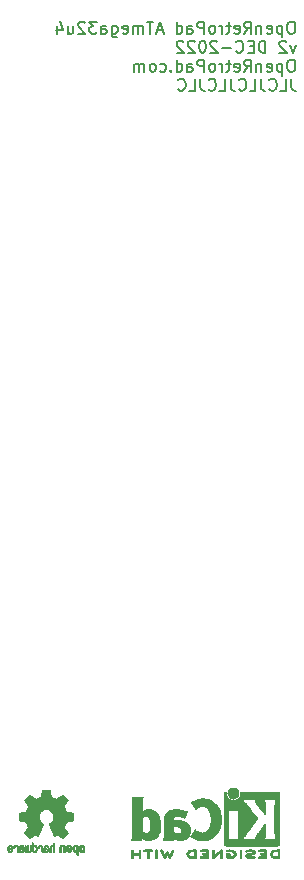
<source format=gbr>
%TF.GenerationSoftware,KiCad,Pcbnew,(6.0.9)*%
%TF.CreationDate,2022-12-11T23:18:13+10:00*%
%TF.ProjectId,OpenRetroPad,4f70656e-5265-4747-926f-5061642e6b69,rev?*%
%TF.SameCoordinates,Original*%
%TF.FileFunction,Legend,Bot*%
%TF.FilePolarity,Positive*%
%FSLAX46Y46*%
G04 Gerber Fmt 4.6, Leading zero omitted, Abs format (unit mm)*
G04 Created by KiCad (PCBNEW (6.0.9)) date 2022-12-11 23:18:13*
%MOMM*%
%LPD*%
G01*
G04 APERTURE LIST*
%ADD10C,0.150000*%
%ADD11C,0.010000*%
%ADD12C,4.000000*%
%ADD13R,1.600000X1.600000*%
%ADD14C,1.600000*%
%ADD15C,0.800000*%
%ADD16C,6.400000*%
%ADD17C,0.650000*%
%ADD18O,1.600000X1.000000*%
%ADD19O,2.100000X1.000000*%
%ADD20R,1.700000X1.700000*%
%ADD21O,1.700000X1.700000*%
G04 APERTURE END LIST*
D10*
X29973928Y3712620D02*
X29783452Y3712620D01*
X29688214Y3665000D01*
X29592976Y3569762D01*
X29545357Y3379286D01*
X29545357Y3045953D01*
X29592976Y2855477D01*
X29688214Y2760239D01*
X29783452Y2712620D01*
X29973928Y2712620D01*
X30069166Y2760239D01*
X30164404Y2855477D01*
X30212023Y3045953D01*
X30212023Y3379286D01*
X30164404Y3569762D01*
X30069166Y3665000D01*
X29973928Y3712620D01*
X29116785Y3379286D02*
X29116785Y2379286D01*
X29116785Y3331667D02*
X29021547Y3379286D01*
X28831071Y3379286D01*
X28735833Y3331667D01*
X28688214Y3284048D01*
X28640595Y3188810D01*
X28640595Y2903096D01*
X28688214Y2807858D01*
X28735833Y2760239D01*
X28831071Y2712620D01*
X29021547Y2712620D01*
X29116785Y2760239D01*
X27831071Y2760239D02*
X27926309Y2712620D01*
X28116785Y2712620D01*
X28212023Y2760239D01*
X28259642Y2855477D01*
X28259642Y3236429D01*
X28212023Y3331667D01*
X28116785Y3379286D01*
X27926309Y3379286D01*
X27831071Y3331667D01*
X27783452Y3236429D01*
X27783452Y3141191D01*
X28259642Y3045953D01*
X27354880Y3379286D02*
X27354880Y2712620D01*
X27354880Y3284048D02*
X27307261Y3331667D01*
X27212023Y3379286D01*
X27069166Y3379286D01*
X26973928Y3331667D01*
X26926309Y3236429D01*
X26926309Y2712620D01*
X25878690Y2712620D02*
X26212023Y3188810D01*
X26450119Y2712620D02*
X26450119Y3712620D01*
X26069166Y3712620D01*
X25973928Y3665000D01*
X25926309Y3617381D01*
X25878690Y3522143D01*
X25878690Y3379286D01*
X25926309Y3284048D01*
X25973928Y3236429D01*
X26069166Y3188810D01*
X26450119Y3188810D01*
X25069166Y2760239D02*
X25164404Y2712620D01*
X25354880Y2712620D01*
X25450119Y2760239D01*
X25497738Y2855477D01*
X25497738Y3236429D01*
X25450119Y3331667D01*
X25354880Y3379286D01*
X25164404Y3379286D01*
X25069166Y3331667D01*
X25021547Y3236429D01*
X25021547Y3141191D01*
X25497738Y3045953D01*
X24735833Y3379286D02*
X24354880Y3379286D01*
X24592976Y3712620D02*
X24592976Y2855477D01*
X24545357Y2760239D01*
X24450119Y2712620D01*
X24354880Y2712620D01*
X24021547Y2712620D02*
X24021547Y3379286D01*
X24021547Y3188810D02*
X23973928Y3284048D01*
X23926309Y3331667D01*
X23831071Y3379286D01*
X23735833Y3379286D01*
X23259642Y2712620D02*
X23354880Y2760239D01*
X23402500Y2807858D01*
X23450119Y2903096D01*
X23450119Y3188810D01*
X23402500Y3284048D01*
X23354880Y3331667D01*
X23259642Y3379286D01*
X23116785Y3379286D01*
X23021547Y3331667D01*
X22973928Y3284048D01*
X22926309Y3188810D01*
X22926309Y2903096D01*
X22973928Y2807858D01*
X23021547Y2760239D01*
X23116785Y2712620D01*
X23259642Y2712620D01*
X22497738Y2712620D02*
X22497738Y3712620D01*
X22116785Y3712620D01*
X22021547Y3665000D01*
X21973928Y3617381D01*
X21926309Y3522143D01*
X21926309Y3379286D01*
X21973928Y3284048D01*
X22021547Y3236429D01*
X22116785Y3188810D01*
X22497738Y3188810D01*
X21069166Y2712620D02*
X21069166Y3236429D01*
X21116785Y3331667D01*
X21212023Y3379286D01*
X21402500Y3379286D01*
X21497738Y3331667D01*
X21069166Y2760239D02*
X21164404Y2712620D01*
X21402500Y2712620D01*
X21497738Y2760239D01*
X21545357Y2855477D01*
X21545357Y2950715D01*
X21497738Y3045953D01*
X21402500Y3093572D01*
X21164404Y3093572D01*
X21069166Y3141191D01*
X20164404Y2712620D02*
X20164404Y3712620D01*
X20164404Y2760239D02*
X20259642Y2712620D01*
X20450119Y2712620D01*
X20545357Y2760239D01*
X20592976Y2807858D01*
X20640595Y2903096D01*
X20640595Y3188810D01*
X20592976Y3284048D01*
X20545357Y3331667D01*
X20450119Y3379286D01*
X20259642Y3379286D01*
X20164404Y3331667D01*
X18973928Y2998334D02*
X18497738Y2998334D01*
X19069166Y2712620D02*
X18735833Y3712620D01*
X18402500Y2712620D01*
X18212023Y3712620D02*
X17640595Y3712620D01*
X17926309Y2712620D02*
X17926309Y3712620D01*
X17307261Y2712620D02*
X17307261Y3379286D01*
X17307261Y3284048D02*
X17259642Y3331667D01*
X17164404Y3379286D01*
X17021547Y3379286D01*
X16926309Y3331667D01*
X16878690Y3236429D01*
X16878690Y2712620D01*
X16878690Y3236429D02*
X16831071Y3331667D01*
X16735833Y3379286D01*
X16592976Y3379286D01*
X16497738Y3331667D01*
X16450119Y3236429D01*
X16450119Y2712620D01*
X15592976Y2760239D02*
X15688214Y2712620D01*
X15878690Y2712620D01*
X15973928Y2760239D01*
X16021547Y2855477D01*
X16021547Y3236429D01*
X15973928Y3331667D01*
X15878690Y3379286D01*
X15688214Y3379286D01*
X15592976Y3331667D01*
X15545357Y3236429D01*
X15545357Y3141191D01*
X16021547Y3045953D01*
X14688214Y3379286D02*
X14688214Y2569762D01*
X14735833Y2474524D01*
X14783452Y2426905D01*
X14878690Y2379286D01*
X15021547Y2379286D01*
X15116785Y2426905D01*
X14688214Y2760239D02*
X14783452Y2712620D01*
X14973928Y2712620D01*
X15069166Y2760239D01*
X15116785Y2807858D01*
X15164404Y2903096D01*
X15164404Y3188810D01*
X15116785Y3284048D01*
X15069166Y3331667D01*
X14973928Y3379286D01*
X14783452Y3379286D01*
X14688214Y3331667D01*
X13783452Y2712620D02*
X13783452Y3236429D01*
X13831071Y3331667D01*
X13926309Y3379286D01*
X14116785Y3379286D01*
X14212023Y3331667D01*
X13783452Y2760239D02*
X13878690Y2712620D01*
X14116785Y2712620D01*
X14212023Y2760239D01*
X14259642Y2855477D01*
X14259642Y2950715D01*
X14212023Y3045953D01*
X14116785Y3093572D01*
X13878690Y3093572D01*
X13783452Y3141191D01*
X13402500Y3712620D02*
X12783452Y3712620D01*
X13116785Y3331667D01*
X12973928Y3331667D01*
X12878690Y3284048D01*
X12831071Y3236429D01*
X12783452Y3141191D01*
X12783452Y2903096D01*
X12831071Y2807858D01*
X12878690Y2760239D01*
X12973928Y2712620D01*
X13259642Y2712620D01*
X13354880Y2760239D01*
X13402500Y2807858D01*
X12402500Y3617381D02*
X12354880Y3665000D01*
X12259642Y3712620D01*
X12021547Y3712620D01*
X11926309Y3665000D01*
X11878690Y3617381D01*
X11831071Y3522143D01*
X11831071Y3426905D01*
X11878690Y3284048D01*
X12450119Y2712620D01*
X11831071Y2712620D01*
X10973928Y3379286D02*
X10973928Y2712620D01*
X11402500Y3379286D02*
X11402500Y2855477D01*
X11354880Y2760239D01*
X11259642Y2712620D01*
X11116785Y2712620D01*
X11021547Y2760239D01*
X10973928Y2807858D01*
X10069166Y3379286D02*
X10069166Y2712620D01*
X10307261Y3760239D02*
X10545357Y3045953D01*
X9926309Y3045953D01*
X30259642Y1769286D02*
X30021547Y1102620D01*
X29783452Y1769286D01*
X29450119Y2007381D02*
X29402500Y2055000D01*
X29307261Y2102620D01*
X29069166Y2102620D01*
X28973928Y2055000D01*
X28926309Y2007381D01*
X28878690Y1912143D01*
X28878690Y1816905D01*
X28926309Y1674048D01*
X29497738Y1102620D01*
X28878690Y1102620D01*
X27688214Y1102620D02*
X27688214Y2102620D01*
X27450119Y2102620D01*
X27307261Y2055000D01*
X27212023Y1959762D01*
X27164404Y1864524D01*
X27116785Y1674048D01*
X27116785Y1531191D01*
X27164404Y1340715D01*
X27212023Y1245477D01*
X27307261Y1150239D01*
X27450119Y1102620D01*
X27688214Y1102620D01*
X26688214Y1626429D02*
X26354880Y1626429D01*
X26212023Y1102620D02*
X26688214Y1102620D01*
X26688214Y2102620D01*
X26212023Y2102620D01*
X25212023Y1197858D02*
X25259642Y1150239D01*
X25402500Y1102620D01*
X25497738Y1102620D01*
X25640595Y1150239D01*
X25735833Y1245477D01*
X25783452Y1340715D01*
X25831071Y1531191D01*
X25831071Y1674048D01*
X25783452Y1864524D01*
X25735833Y1959762D01*
X25640595Y2055000D01*
X25497738Y2102620D01*
X25402500Y2102620D01*
X25259642Y2055000D01*
X25212023Y2007381D01*
X24783452Y1483572D02*
X24021547Y1483572D01*
X23592976Y2007381D02*
X23545357Y2055000D01*
X23450119Y2102620D01*
X23212023Y2102620D01*
X23116785Y2055000D01*
X23069166Y2007381D01*
X23021547Y1912143D01*
X23021547Y1816905D01*
X23069166Y1674048D01*
X23640595Y1102620D01*
X23021547Y1102620D01*
X22402500Y2102620D02*
X22307261Y2102620D01*
X22212023Y2055000D01*
X22164404Y2007381D01*
X22116785Y1912143D01*
X22069166Y1721667D01*
X22069166Y1483572D01*
X22116785Y1293096D01*
X22164404Y1197858D01*
X22212023Y1150239D01*
X22307261Y1102620D01*
X22402500Y1102620D01*
X22497738Y1150239D01*
X22545357Y1197858D01*
X22592976Y1293096D01*
X22640595Y1483572D01*
X22640595Y1721667D01*
X22592976Y1912143D01*
X22545357Y2007381D01*
X22497738Y2055000D01*
X22402500Y2102620D01*
X21688214Y2007381D02*
X21640595Y2055000D01*
X21545357Y2102620D01*
X21307261Y2102620D01*
X21212023Y2055000D01*
X21164404Y2007381D01*
X21116785Y1912143D01*
X21116785Y1816905D01*
X21164404Y1674048D01*
X21735833Y1102620D01*
X21116785Y1102620D01*
X20735833Y2007381D02*
X20688214Y2055000D01*
X20592976Y2102620D01*
X20354880Y2102620D01*
X20259642Y2055000D01*
X20212023Y2007381D01*
X20164404Y1912143D01*
X20164404Y1816905D01*
X20212023Y1674048D01*
X20783452Y1102620D01*
X20164404Y1102620D01*
X29973928Y492620D02*
X29783452Y492620D01*
X29688214Y445000D01*
X29592976Y349762D01*
X29545357Y159286D01*
X29545357Y-174047D01*
X29592976Y-364523D01*
X29688214Y-459761D01*
X29783452Y-507380D01*
X29973928Y-507380D01*
X30069166Y-459761D01*
X30164404Y-364523D01*
X30212023Y-174047D01*
X30212023Y159286D01*
X30164404Y349762D01*
X30069166Y445000D01*
X29973928Y492620D01*
X29116785Y159286D02*
X29116785Y-840714D01*
X29116785Y111667D02*
X29021547Y159286D01*
X28831071Y159286D01*
X28735833Y111667D01*
X28688214Y64048D01*
X28640595Y-31190D01*
X28640595Y-316904D01*
X28688214Y-412142D01*
X28735833Y-459761D01*
X28831071Y-507380D01*
X29021547Y-507380D01*
X29116785Y-459761D01*
X27831071Y-459761D02*
X27926309Y-507380D01*
X28116785Y-507380D01*
X28212023Y-459761D01*
X28259642Y-364523D01*
X28259642Y16429D01*
X28212023Y111667D01*
X28116785Y159286D01*
X27926309Y159286D01*
X27831071Y111667D01*
X27783452Y16429D01*
X27783452Y-78809D01*
X28259642Y-174047D01*
X27354880Y159286D02*
X27354880Y-507380D01*
X27354880Y64048D02*
X27307261Y111667D01*
X27212023Y159286D01*
X27069166Y159286D01*
X26973928Y111667D01*
X26926309Y16429D01*
X26926309Y-507380D01*
X25878690Y-507380D02*
X26212023Y-31190D01*
X26450119Y-507380D02*
X26450119Y492620D01*
X26069166Y492620D01*
X25973928Y445000D01*
X25926309Y397381D01*
X25878690Y302143D01*
X25878690Y159286D01*
X25926309Y64048D01*
X25973928Y16429D01*
X26069166Y-31190D01*
X26450119Y-31190D01*
X25069166Y-459761D02*
X25164404Y-507380D01*
X25354880Y-507380D01*
X25450119Y-459761D01*
X25497738Y-364523D01*
X25497738Y16429D01*
X25450119Y111667D01*
X25354880Y159286D01*
X25164404Y159286D01*
X25069166Y111667D01*
X25021547Y16429D01*
X25021547Y-78809D01*
X25497738Y-174047D01*
X24735833Y159286D02*
X24354880Y159286D01*
X24592976Y492620D02*
X24592976Y-364523D01*
X24545357Y-459761D01*
X24450119Y-507380D01*
X24354880Y-507380D01*
X24021547Y-507380D02*
X24021547Y159286D01*
X24021547Y-31190D02*
X23973928Y64048D01*
X23926309Y111667D01*
X23831071Y159286D01*
X23735833Y159286D01*
X23259642Y-507380D02*
X23354880Y-459761D01*
X23402500Y-412142D01*
X23450119Y-316904D01*
X23450119Y-31190D01*
X23402500Y64048D01*
X23354880Y111667D01*
X23259642Y159286D01*
X23116785Y159286D01*
X23021547Y111667D01*
X22973928Y64048D01*
X22926309Y-31190D01*
X22926309Y-316904D01*
X22973928Y-412142D01*
X23021547Y-459761D01*
X23116785Y-507380D01*
X23259642Y-507380D01*
X22497738Y-507380D02*
X22497738Y492620D01*
X22116785Y492620D01*
X22021547Y445000D01*
X21973928Y397381D01*
X21926309Y302143D01*
X21926309Y159286D01*
X21973928Y64048D01*
X22021547Y16429D01*
X22116785Y-31190D01*
X22497738Y-31190D01*
X21069166Y-507380D02*
X21069166Y16429D01*
X21116785Y111667D01*
X21212023Y159286D01*
X21402500Y159286D01*
X21497738Y111667D01*
X21069166Y-459761D02*
X21164404Y-507380D01*
X21402500Y-507380D01*
X21497738Y-459761D01*
X21545357Y-364523D01*
X21545357Y-269285D01*
X21497738Y-174047D01*
X21402500Y-126428D01*
X21164404Y-126428D01*
X21069166Y-78809D01*
X20164404Y-507380D02*
X20164404Y492620D01*
X20164404Y-459761D02*
X20259642Y-507380D01*
X20450119Y-507380D01*
X20545357Y-459761D01*
X20592976Y-412142D01*
X20640595Y-316904D01*
X20640595Y-31190D01*
X20592976Y64048D01*
X20545357Y111667D01*
X20450119Y159286D01*
X20259642Y159286D01*
X20164404Y111667D01*
X19688214Y-412142D02*
X19640595Y-459761D01*
X19688214Y-507380D01*
X19735833Y-459761D01*
X19688214Y-412142D01*
X19688214Y-507380D01*
X18783452Y-459761D02*
X18878690Y-507380D01*
X19069166Y-507380D01*
X19164404Y-459761D01*
X19212023Y-412142D01*
X19259642Y-316904D01*
X19259642Y-31190D01*
X19212023Y64048D01*
X19164404Y111667D01*
X19069166Y159286D01*
X18878690Y159286D01*
X18783452Y111667D01*
X18212023Y-507380D02*
X18307261Y-459761D01*
X18354880Y-412142D01*
X18402500Y-316904D01*
X18402500Y-31190D01*
X18354880Y64048D01*
X18307261Y111667D01*
X18212023Y159286D01*
X18069166Y159286D01*
X17973928Y111667D01*
X17926309Y64048D01*
X17878690Y-31190D01*
X17878690Y-316904D01*
X17926309Y-412142D01*
X17973928Y-459761D01*
X18069166Y-507380D01*
X18212023Y-507380D01*
X17450119Y-507380D02*
X17450119Y159286D01*
X17450119Y64048D02*
X17402500Y111667D01*
X17307261Y159286D01*
X17164404Y159286D01*
X17069166Y111667D01*
X17021547Y16429D01*
X17021547Y-507380D01*
X17021547Y16429D02*
X16973928Y111667D01*
X16878690Y159286D01*
X16735833Y159286D01*
X16640595Y111667D01*
X16592976Y16429D01*
X16592976Y-507380D01*
X29878690Y-1117380D02*
X29878690Y-1831666D01*
X29926309Y-1974523D01*
X30021547Y-2069761D01*
X30164404Y-2117380D01*
X30259642Y-2117380D01*
X28926309Y-2117380D02*
X29402500Y-2117380D01*
X29402500Y-1117380D01*
X28021547Y-2022142D02*
X28069166Y-2069761D01*
X28212023Y-2117380D01*
X28307261Y-2117380D01*
X28450119Y-2069761D01*
X28545357Y-1974523D01*
X28592976Y-1879285D01*
X28640595Y-1688809D01*
X28640595Y-1545952D01*
X28592976Y-1355476D01*
X28545357Y-1260238D01*
X28450119Y-1165000D01*
X28307261Y-1117380D01*
X28212023Y-1117380D01*
X28069166Y-1165000D01*
X28021547Y-1212619D01*
X27307261Y-1117380D02*
X27307261Y-1831666D01*
X27354880Y-1974523D01*
X27450119Y-2069761D01*
X27592976Y-2117380D01*
X27688214Y-2117380D01*
X26354880Y-2117380D02*
X26831071Y-2117380D01*
X26831071Y-1117380D01*
X25450119Y-2022142D02*
X25497738Y-2069761D01*
X25640595Y-2117380D01*
X25735833Y-2117380D01*
X25878690Y-2069761D01*
X25973928Y-1974523D01*
X26021547Y-1879285D01*
X26069166Y-1688809D01*
X26069166Y-1545952D01*
X26021547Y-1355476D01*
X25973928Y-1260238D01*
X25878690Y-1165000D01*
X25735833Y-1117380D01*
X25640595Y-1117380D01*
X25497738Y-1165000D01*
X25450119Y-1212619D01*
X24735833Y-1117380D02*
X24735833Y-1831666D01*
X24783452Y-1974523D01*
X24878690Y-2069761D01*
X25021547Y-2117380D01*
X25116785Y-2117380D01*
X23783452Y-2117380D02*
X24259642Y-2117380D01*
X24259642Y-1117380D01*
X22878690Y-2022142D02*
X22926309Y-2069761D01*
X23069166Y-2117380D01*
X23164404Y-2117380D01*
X23307261Y-2069761D01*
X23402500Y-1974523D01*
X23450119Y-1879285D01*
X23497738Y-1688809D01*
X23497738Y-1545952D01*
X23450119Y-1355476D01*
X23402500Y-1260238D01*
X23307261Y-1165000D01*
X23164404Y-1117380D01*
X23069166Y-1117380D01*
X22926309Y-1165000D01*
X22878690Y-1212619D01*
X22164404Y-1117380D02*
X22164404Y-1831666D01*
X22212023Y-1974523D01*
X22307261Y-2069761D01*
X22450119Y-2117380D01*
X22545357Y-2117380D01*
X21212023Y-2117380D02*
X21688214Y-2117380D01*
X21688214Y-1117380D01*
X20307261Y-2022142D02*
X20354880Y-2069761D01*
X20497738Y-2117380D01*
X20592976Y-2117380D01*
X20735833Y-2069761D01*
X20831071Y-1974523D01*
X20878690Y-1879285D01*
X20926309Y-1688809D01*
X20926309Y-1545952D01*
X20878690Y-1355476D01*
X20831071Y-1260238D01*
X20735833Y-1165000D01*
X20592976Y-1117380D01*
X20497738Y-1117380D01*
X20354880Y-1165000D01*
X20307261Y-1212619D01*
%TO.C,LOGO2*%
G36*
X21783163Y-67013175D02*
G01*
X21780235Y-67036095D01*
X21776158Y-67051897D01*
X21770743Y-67063319D01*
X21763803Y-67073100D01*
X21740406Y-67102845D01*
X21574714Y-67102251D01*
X21539918Y-67101953D01*
X21441435Y-67098522D01*
X21360473Y-67090839D01*
X21293379Y-67078282D01*
X21236496Y-67060227D01*
X21186169Y-67036052D01*
X21182810Y-67034135D01*
X21124998Y-66997417D01*
X21082644Y-66960451D01*
X21049828Y-66916966D01*
X21020628Y-66860689D01*
X21016346Y-66851073D01*
X20993769Y-66787887D01*
X20988034Y-66742333D01*
X21137279Y-66742333D01*
X21142892Y-66767061D01*
X21148618Y-66782939D01*
X21181548Y-66842847D01*
X21228886Y-66888600D01*
X21292652Y-66921736D01*
X21374861Y-66943790D01*
X21377655Y-66944292D01*
X21423940Y-66950255D01*
X21480336Y-66954483D01*
X21535274Y-66956089D01*
X21629156Y-66956089D01*
X21629156Y-66515822D01*
X21541667Y-66516270D01*
X21474747Y-66518746D01*
X21382349Y-66529998D01*
X21303034Y-66549537D01*
X21241060Y-66576511D01*
X21210120Y-66597240D01*
X21182000Y-66627006D01*
X21158660Y-66669434D01*
X21151533Y-66685400D01*
X21139709Y-66717902D01*
X21137279Y-66742333D01*
X20988034Y-66742333D01*
X20986797Y-66732509D01*
X20995399Y-66677483D01*
X21019541Y-66615351D01*
X21020337Y-66613658D01*
X21060788Y-66544236D01*
X21111473Y-66487638D01*
X21174198Y-66443070D01*
X21250774Y-66409741D01*
X21343009Y-66386861D01*
X21452712Y-66373636D01*
X21581691Y-66369275D01*
X21585263Y-66369270D01*
X21645283Y-66369410D01*
X21687214Y-66370446D01*
X21715328Y-66373040D01*
X21733897Y-66377853D01*
X21747194Y-66385544D01*
X21759491Y-66396776D01*
X21787200Y-66424485D01*
X21787200Y-66733920D01*
X21787175Y-66795526D01*
X21786950Y-66874311D01*
X21786332Y-66935021D01*
X21785775Y-66956089D01*
X21785133Y-66980396D01*
X21783163Y-67013175D01*
G37*
D11*
X21783163Y-67013175D02*
X21780235Y-67036095D01*
X21776158Y-67051897D01*
X21770743Y-67063319D01*
X21763803Y-67073100D01*
X21740406Y-67102845D01*
X21574714Y-67102251D01*
X21539918Y-67101953D01*
X21441435Y-67098522D01*
X21360473Y-67090839D01*
X21293379Y-67078282D01*
X21236496Y-67060227D01*
X21186169Y-67036052D01*
X21182810Y-67034135D01*
X21124998Y-66997417D01*
X21082644Y-66960451D01*
X21049828Y-66916966D01*
X21020628Y-66860689D01*
X21016346Y-66851073D01*
X20993769Y-66787887D01*
X20988034Y-66742333D01*
X21137279Y-66742333D01*
X21142892Y-66767061D01*
X21148618Y-66782939D01*
X21181548Y-66842847D01*
X21228886Y-66888600D01*
X21292652Y-66921736D01*
X21374861Y-66943790D01*
X21377655Y-66944292D01*
X21423940Y-66950255D01*
X21480336Y-66954483D01*
X21535274Y-66956089D01*
X21629156Y-66956089D01*
X21629156Y-66515822D01*
X21541667Y-66516270D01*
X21474747Y-66518746D01*
X21382349Y-66529998D01*
X21303034Y-66549537D01*
X21241060Y-66576511D01*
X21210120Y-66597240D01*
X21182000Y-66627006D01*
X21158660Y-66669434D01*
X21151533Y-66685400D01*
X21139709Y-66717902D01*
X21137279Y-66742333D01*
X20988034Y-66742333D01*
X20986797Y-66732509D01*
X20995399Y-66677483D01*
X21019541Y-66615351D01*
X21020337Y-66613658D01*
X21060788Y-66544236D01*
X21111473Y-66487638D01*
X21174198Y-66443070D01*
X21250774Y-66409741D01*
X21343009Y-66386861D01*
X21452712Y-66373636D01*
X21581691Y-66369275D01*
X21585263Y-66369270D01*
X21645283Y-66369410D01*
X21687214Y-66370446D01*
X21715328Y-66373040D01*
X21733897Y-66377853D01*
X21747194Y-66385544D01*
X21759491Y-66396776D01*
X21787200Y-66424485D01*
X21787200Y-66733920D01*
X21787175Y-66795526D01*
X21786950Y-66874311D01*
X21786332Y-66935021D01*
X21785775Y-66956089D01*
X21785133Y-66980396D01*
X21783163Y-67013175D01*
G36*
X27456734Y-66369083D02*
G01*
X27533831Y-66369275D01*
X27592777Y-66369860D01*
X27636364Y-66371051D01*
X27667383Y-66373064D01*
X27688625Y-66376112D01*
X27702882Y-66380409D01*
X27712945Y-66386172D01*
X27721606Y-66393612D01*
X27723391Y-66395293D01*
X27730635Y-66402832D01*
X27736277Y-66411850D01*
X27740517Y-66424984D01*
X27743556Y-66444872D01*
X27745594Y-66474151D01*
X27746830Y-66515458D01*
X27747465Y-66571431D01*
X27747700Y-66644707D01*
X27747734Y-66737923D01*
X27747697Y-66810713D01*
X27747448Y-66888889D01*
X27746812Y-66949103D01*
X27745615Y-66993982D01*
X27743684Y-67026152D01*
X27740846Y-67048239D01*
X27736927Y-67062870D01*
X27731755Y-67072670D01*
X27725156Y-67080267D01*
X27721822Y-67083444D01*
X27713300Y-67089554D01*
X27701298Y-67094229D01*
X27683087Y-67097659D01*
X27655940Y-67100036D01*
X27617129Y-67101552D01*
X27563924Y-67102398D01*
X27493598Y-67102765D01*
X27403422Y-67102845D01*
X27361314Y-67102833D01*
X27280167Y-67102651D01*
X27217675Y-67102098D01*
X27171109Y-67100982D01*
X27137741Y-67099113D01*
X27114844Y-67096298D01*
X27099688Y-67092346D01*
X27089546Y-67087066D01*
X27081689Y-67080267D01*
X27066963Y-67058667D01*
X27059111Y-67029467D01*
X27064610Y-67005560D01*
X27081689Y-66978667D01*
X27086668Y-66974059D01*
X27096443Y-66967772D01*
X27110559Y-66963146D01*
X27132054Y-66959930D01*
X27163968Y-66957870D01*
X27209342Y-66956712D01*
X27271213Y-66956202D01*
X27352622Y-66956089D01*
X27600978Y-66956089D01*
X27600978Y-66798045D01*
X27439801Y-66798045D01*
X27403983Y-66797899D01*
X27338359Y-66796176D01*
X27291118Y-66791741D01*
X27259383Y-66783637D01*
X27240277Y-66770906D01*
X27230923Y-66752592D01*
X27228445Y-66727738D01*
X27229242Y-66707482D01*
X27234494Y-66685656D01*
X27247288Y-66670304D01*
X27270628Y-66660309D01*
X27307517Y-66654553D01*
X27360959Y-66651919D01*
X27433958Y-66651289D01*
X27602105Y-66651289D01*
X27598719Y-66586378D01*
X27595334Y-66521467D01*
X27347617Y-66518418D01*
X27285026Y-66517539D01*
X27216565Y-66516095D01*
X27165661Y-66514164D01*
X27129408Y-66511514D01*
X27104901Y-66507910D01*
X27089235Y-66503121D01*
X27079506Y-66496913D01*
X27073491Y-66490510D01*
X27060482Y-66458828D01*
X27064043Y-66423142D01*
X27083818Y-66392084D01*
X27087069Y-66389161D01*
X27096049Y-66382810D01*
X27108153Y-66377957D01*
X27126159Y-66374403D01*
X27152847Y-66371946D01*
X27190997Y-66370385D01*
X27243386Y-66369518D01*
X27312794Y-66369146D01*
X27402001Y-66369067D01*
X27456734Y-66369083D01*
G37*
X27456734Y-66369083D02*
X27533831Y-66369275D01*
X27592777Y-66369860D01*
X27636364Y-66371051D01*
X27667383Y-66373064D01*
X27688625Y-66376112D01*
X27702882Y-66380409D01*
X27712945Y-66386172D01*
X27721606Y-66393612D01*
X27723391Y-66395293D01*
X27730635Y-66402832D01*
X27736277Y-66411850D01*
X27740517Y-66424984D01*
X27743556Y-66444872D01*
X27745594Y-66474151D01*
X27746830Y-66515458D01*
X27747465Y-66571431D01*
X27747700Y-66644707D01*
X27747734Y-66737923D01*
X27747697Y-66810713D01*
X27747448Y-66888889D01*
X27746812Y-66949103D01*
X27745615Y-66993982D01*
X27743684Y-67026152D01*
X27740846Y-67048239D01*
X27736927Y-67062870D01*
X27731755Y-67072670D01*
X27725156Y-67080267D01*
X27721822Y-67083444D01*
X27713300Y-67089554D01*
X27701298Y-67094229D01*
X27683087Y-67097659D01*
X27655940Y-67100036D01*
X27617129Y-67101552D01*
X27563924Y-67102398D01*
X27493598Y-67102765D01*
X27403422Y-67102845D01*
X27361314Y-67102833D01*
X27280167Y-67102651D01*
X27217675Y-67102098D01*
X27171109Y-67100982D01*
X27137741Y-67099113D01*
X27114844Y-67096298D01*
X27099688Y-67092346D01*
X27089546Y-67087066D01*
X27081689Y-67080267D01*
X27066963Y-67058667D01*
X27059111Y-67029467D01*
X27064610Y-67005560D01*
X27081689Y-66978667D01*
X27086668Y-66974059D01*
X27096443Y-66967772D01*
X27110559Y-66963146D01*
X27132054Y-66959930D01*
X27163968Y-66957870D01*
X27209342Y-66956712D01*
X27271213Y-66956202D01*
X27352622Y-66956089D01*
X27600978Y-66956089D01*
X27600978Y-66798045D01*
X27439801Y-66798045D01*
X27403983Y-66797899D01*
X27338359Y-66796176D01*
X27291118Y-66791741D01*
X27259383Y-66783637D01*
X27240277Y-66770906D01*
X27230923Y-66752592D01*
X27228445Y-66727738D01*
X27229242Y-66707482D01*
X27234494Y-66685656D01*
X27247288Y-66670304D01*
X27270628Y-66660309D01*
X27307517Y-66654553D01*
X27360959Y-66651919D01*
X27433958Y-66651289D01*
X27602105Y-66651289D01*
X27598719Y-66586378D01*
X27595334Y-66521467D01*
X27347617Y-66518418D01*
X27285026Y-66517539D01*
X27216565Y-66516095D01*
X27165661Y-66514164D01*
X27129408Y-66511514D01*
X27104901Y-66507910D01*
X27089235Y-66503121D01*
X27079506Y-66496913D01*
X27073491Y-66490510D01*
X27060482Y-66458828D01*
X27064043Y-66423142D01*
X27083818Y-66392084D01*
X27087069Y-66389161D01*
X27096049Y-66382810D01*
X27108153Y-66377957D01*
X27126159Y-66374403D01*
X27152847Y-66371946D01*
X27190997Y-66370385D01*
X27243386Y-66369518D01*
X27312794Y-66369146D01*
X27402001Y-66369067D01*
X27456734Y-66369083D01*
G36*
X18455406Y-66374949D02*
G01*
X18481127Y-66390647D01*
X18507778Y-66412227D01*
X18507778Y-67059684D01*
X18481127Y-67081264D01*
X18449767Y-67098739D01*
X18413966Y-67099575D01*
X18382528Y-67079082D01*
X18378652Y-67074416D01*
X18373186Y-67064949D01*
X18368979Y-67051267D01*
X18365867Y-67030748D01*
X18363687Y-67000768D01*
X18362276Y-66958704D01*
X18361471Y-66901932D01*
X18361107Y-66827830D01*
X18361022Y-66733773D01*
X18361022Y-66412227D01*
X18387673Y-66390647D01*
X18411386Y-66375877D01*
X18434400Y-66369067D01*
X18455406Y-66374949D01*
G37*
X18455406Y-66374949D02*
X18481127Y-66390647D01*
X18507778Y-66412227D01*
X18507778Y-67059684D01*
X18481127Y-67081264D01*
X18449767Y-67098739D01*
X18413966Y-67099575D01*
X18382528Y-67079082D01*
X18378652Y-67074416D01*
X18373186Y-67064949D01*
X18368979Y-67051267D01*
X18365867Y-67030748D01*
X18363687Y-67000768D01*
X18362276Y-66958704D01*
X18361471Y-66901932D01*
X18361107Y-66827830D01*
X18361022Y-66733773D01*
X18361022Y-66412227D01*
X18387673Y-66390647D01*
X18411386Y-66375877D01*
X18434400Y-66369067D01*
X18455406Y-66374949D01*
G36*
X18785268Y-64420158D02*
G01*
X18776689Y-64571594D01*
X18757833Y-64708283D01*
X18727837Y-64834276D01*
X18685836Y-64953625D01*
X18630969Y-65070381D01*
X18564167Y-65181179D01*
X18473363Y-65294739D01*
X18369708Y-65390211D01*
X18253887Y-65467073D01*
X18126586Y-65524797D01*
X17988489Y-65562858D01*
X17950793Y-65568666D01*
X17871752Y-65574396D01*
X17783629Y-65574583D01*
X17694236Y-65569539D01*
X17611384Y-65559578D01*
X17542887Y-65545012D01*
X17512035Y-65535364D01*
X17434730Y-65505123D01*
X17357679Y-65467617D01*
X17288200Y-65426614D01*
X17233615Y-65385879D01*
X17210916Y-65366505D01*
X17188201Y-65348662D01*
X17176779Y-65341778D01*
X17175537Y-65343424D01*
X17172728Y-65361205D01*
X17170776Y-65394370D01*
X17170045Y-65437733D01*
X17170045Y-65533689D01*
X16311896Y-65533689D01*
X16346161Y-65472974D01*
X16351355Y-65463868D01*
X16359715Y-65449249D01*
X16367288Y-65435173D01*
X16374112Y-65420540D01*
X16380227Y-65404249D01*
X16385673Y-65385198D01*
X16390487Y-65362286D01*
X16394708Y-65334413D01*
X16398377Y-65300478D01*
X16401531Y-65259379D01*
X16404211Y-65210015D01*
X16406454Y-65151286D01*
X16408299Y-65082090D01*
X16409787Y-65001326D01*
X16410955Y-64907894D01*
X16411678Y-64820721D01*
X17215200Y-64820721D01*
X17285756Y-64867089D01*
X17326417Y-64890791D01*
X17380546Y-64916639D01*
X17429689Y-64934829D01*
X17493165Y-64950551D01*
X17589331Y-64961541D01*
X17673900Y-64953365D01*
X17747219Y-64925805D01*
X17809637Y-64878642D01*
X17861502Y-64811658D01*
X17903160Y-64724633D01*
X17934962Y-64617350D01*
X17937545Y-64605009D01*
X17946000Y-64543772D01*
X17951663Y-64466692D01*
X17954576Y-64379002D01*
X17954783Y-64285934D01*
X17952330Y-64192720D01*
X17947261Y-64104594D01*
X17939619Y-64026788D01*
X17929448Y-63964533D01*
X17928167Y-63958666D01*
X17899126Y-63848121D01*
X17864610Y-63757575D01*
X17823456Y-63684953D01*
X17774499Y-63628181D01*
X17716574Y-63585184D01*
X17684620Y-63569615D01*
X17611784Y-63550722D01*
X17530443Y-63547465D01*
X17445319Y-63559389D01*
X17361133Y-63586040D01*
X17282608Y-63626962D01*
X17215200Y-63670530D01*
X17215200Y-64820721D01*
X16411678Y-64820721D01*
X16411844Y-64800692D01*
X16412491Y-64678620D01*
X16412936Y-64540576D01*
X16413218Y-64385459D01*
X16413375Y-64212168D01*
X16413448Y-64019603D01*
X16413474Y-63806662D01*
X16413493Y-63572245D01*
X16413689Y-61887378D01*
X17319017Y-61887378D01*
X17294585Y-61924067D01*
X17288318Y-61933647D01*
X17262208Y-61979981D01*
X17244469Y-62027102D01*
X17232908Y-62082251D01*
X17225331Y-62152667D01*
X17224839Y-62159650D01*
X17223062Y-62197641D01*
X17221444Y-62251576D01*
X17219999Y-62318703D01*
X17218740Y-62396271D01*
X17217680Y-62481528D01*
X17216829Y-62571724D01*
X17216203Y-62664107D01*
X17215812Y-62755925D01*
X17215670Y-62844427D01*
X17215790Y-62926862D01*
X17216183Y-63000479D01*
X17216862Y-63062526D01*
X17217841Y-63110251D01*
X17219132Y-63140904D01*
X17220747Y-63151733D01*
X17228957Y-63147333D01*
X17250647Y-63132362D01*
X17280014Y-63110448D01*
X17328879Y-63076236D01*
X17417125Y-63029714D01*
X17515916Y-62996046D01*
X17628510Y-62974231D01*
X17758164Y-62963265D01*
X17850670Y-62962219D01*
X17972011Y-62972014D01*
X18082099Y-62996174D01*
X18185389Y-63035785D01*
X18286338Y-63091932D01*
X18331503Y-63122883D01*
X18436911Y-63214115D01*
X18528538Y-63323106D01*
X18606332Y-63449726D01*
X18670241Y-63593845D01*
X18720214Y-63755332D01*
X18756198Y-63934059D01*
X18778143Y-64129895D01*
X18783900Y-64285934D01*
X18785994Y-64342711D01*
X18785268Y-64420158D01*
G37*
X18785268Y-64420158D02*
X18776689Y-64571594D01*
X18757833Y-64708283D01*
X18727837Y-64834276D01*
X18685836Y-64953625D01*
X18630969Y-65070381D01*
X18564167Y-65181179D01*
X18473363Y-65294739D01*
X18369708Y-65390211D01*
X18253887Y-65467073D01*
X18126586Y-65524797D01*
X17988489Y-65562858D01*
X17950793Y-65568666D01*
X17871752Y-65574396D01*
X17783629Y-65574583D01*
X17694236Y-65569539D01*
X17611384Y-65559578D01*
X17542887Y-65545012D01*
X17512035Y-65535364D01*
X17434730Y-65505123D01*
X17357679Y-65467617D01*
X17288200Y-65426614D01*
X17233615Y-65385879D01*
X17210916Y-65366505D01*
X17188201Y-65348662D01*
X17176779Y-65341778D01*
X17175537Y-65343424D01*
X17172728Y-65361205D01*
X17170776Y-65394370D01*
X17170045Y-65437733D01*
X17170045Y-65533689D01*
X16311896Y-65533689D01*
X16346161Y-65472974D01*
X16351355Y-65463868D01*
X16359715Y-65449249D01*
X16367288Y-65435173D01*
X16374112Y-65420540D01*
X16380227Y-65404249D01*
X16385673Y-65385198D01*
X16390487Y-65362286D01*
X16394708Y-65334413D01*
X16398377Y-65300478D01*
X16401531Y-65259379D01*
X16404211Y-65210015D01*
X16406454Y-65151286D01*
X16408299Y-65082090D01*
X16409787Y-65001326D01*
X16410955Y-64907894D01*
X16411678Y-64820721D01*
X17215200Y-64820721D01*
X17285756Y-64867089D01*
X17326417Y-64890791D01*
X17380546Y-64916639D01*
X17429689Y-64934829D01*
X17493165Y-64950551D01*
X17589331Y-64961541D01*
X17673900Y-64953365D01*
X17747219Y-64925805D01*
X17809637Y-64878642D01*
X17861502Y-64811658D01*
X17903160Y-64724633D01*
X17934962Y-64617350D01*
X17937545Y-64605009D01*
X17946000Y-64543772D01*
X17951663Y-64466692D01*
X17954576Y-64379002D01*
X17954783Y-64285934D01*
X17952330Y-64192720D01*
X17947261Y-64104594D01*
X17939619Y-64026788D01*
X17929448Y-63964533D01*
X17928167Y-63958666D01*
X17899126Y-63848121D01*
X17864610Y-63757575D01*
X17823456Y-63684953D01*
X17774499Y-63628181D01*
X17716574Y-63585184D01*
X17684620Y-63569615D01*
X17611784Y-63550722D01*
X17530443Y-63547465D01*
X17445319Y-63559389D01*
X17361133Y-63586040D01*
X17282608Y-63626962D01*
X17215200Y-63670530D01*
X17215200Y-64820721D01*
X16411678Y-64820721D01*
X16411844Y-64800692D01*
X16412491Y-64678620D01*
X16412936Y-64540576D01*
X16413218Y-64385459D01*
X16413375Y-64212168D01*
X16413448Y-64019603D01*
X16413474Y-63806662D01*
X16413493Y-63572245D01*
X16413689Y-61887378D01*
X17319017Y-61887378D01*
X17294585Y-61924067D01*
X17288318Y-61933647D01*
X17262208Y-61979981D01*
X17244469Y-62027102D01*
X17232908Y-62082251D01*
X17225331Y-62152667D01*
X17224839Y-62159650D01*
X17223062Y-62197641D01*
X17221444Y-62251576D01*
X17219999Y-62318703D01*
X17218740Y-62396271D01*
X17217680Y-62481528D01*
X17216829Y-62571724D01*
X17216203Y-62664107D01*
X17215812Y-62755925D01*
X17215670Y-62844427D01*
X17215790Y-62926862D01*
X17216183Y-63000479D01*
X17216862Y-63062526D01*
X17217841Y-63110251D01*
X17219132Y-63140904D01*
X17220747Y-63151733D01*
X17228957Y-63147333D01*
X17250647Y-63132362D01*
X17280014Y-63110448D01*
X17328879Y-63076236D01*
X17417125Y-63029714D01*
X17515916Y-62996046D01*
X17628510Y-62974231D01*
X17758164Y-62963265D01*
X17850670Y-62962219D01*
X17972011Y-62972014D01*
X18082099Y-62996174D01*
X18185389Y-63035785D01*
X18286338Y-63091932D01*
X18331503Y-63122883D01*
X18436911Y-63214115D01*
X18528538Y-63323106D01*
X18606332Y-63449726D01*
X18670241Y-63593845D01*
X18720214Y-63755332D01*
X18756198Y-63934059D01*
X18778143Y-64129895D01*
X18783900Y-64285934D01*
X18785994Y-64342711D01*
X18785268Y-64420158D01*
G36*
X18889702Y-66378478D02*
G01*
X18907663Y-66396989D01*
X18928263Y-66428071D01*
X18953095Y-66473756D01*
X18983750Y-66536078D01*
X19021820Y-66617071D01*
X19036454Y-66648454D01*
X19066203Y-66711638D01*
X19092297Y-66766244D01*
X19113292Y-66809290D01*
X19127739Y-66837793D01*
X19134191Y-66848770D01*
X19135550Y-66848189D01*
X19145542Y-66834242D01*
X19162833Y-66804704D01*
X19185430Y-66763087D01*
X19211338Y-66712903D01*
X19227311Y-66681414D01*
X19256261Y-66626061D01*
X19278749Y-66587044D01*
X19296965Y-66561566D01*
X19313096Y-66546831D01*
X19329330Y-66540042D01*
X19347857Y-66538400D01*
X19358360Y-66538875D01*
X19374476Y-66543082D01*
X19389790Y-66553946D01*
X19406388Y-66574219D01*
X19426357Y-66606654D01*
X19451783Y-66654004D01*
X19484752Y-66719022D01*
X19494485Y-66738277D01*
X19518943Y-66784946D01*
X19539178Y-66821109D01*
X19553311Y-66843497D01*
X19559460Y-66848845D01*
X19560827Y-66845573D01*
X19570202Y-66824664D01*
X19587062Y-66787725D01*
X19609979Y-66737874D01*
X19637520Y-66678226D01*
X19668255Y-66611898D01*
X19694970Y-66554677D01*
X19724593Y-66492688D01*
X19747664Y-66446949D01*
X19765643Y-66414908D01*
X19779990Y-66394014D01*
X19792166Y-66381718D01*
X19803632Y-66375466D01*
X19813042Y-66372574D01*
X19838147Y-66372425D01*
X19865290Y-66387768D01*
X19866590Y-66388753D01*
X19888674Y-66411388D01*
X19899723Y-66433613D01*
X19899769Y-66434253D01*
X19895228Y-66451915D01*
X19882364Y-66486481D01*
X19862605Y-66534826D01*
X19837381Y-66593825D01*
X19808119Y-66660355D01*
X19776250Y-66731291D01*
X19743201Y-66803507D01*
X19710401Y-66873880D01*
X19679280Y-66939285D01*
X19651265Y-66996597D01*
X19627786Y-67042692D01*
X19610272Y-67074446D01*
X19600151Y-67088733D01*
X19565743Y-67102102D01*
X19524046Y-67095741D01*
X19518681Y-67091044D01*
X19502852Y-67068893D01*
X19480650Y-67032132D01*
X19454233Y-66984415D01*
X19425760Y-66929393D01*
X19345986Y-66770150D01*
X19272799Y-66916742D01*
X19263103Y-66936032D01*
X19236125Y-66988380D01*
X19212096Y-67033170D01*
X19193332Y-67066154D01*
X19182146Y-67083089D01*
X19181000Y-67084332D01*
X19152879Y-67099619D01*
X19117817Y-67101302D01*
X19086776Y-67088733D01*
X19084350Y-67085884D01*
X19072090Y-67065259D01*
X19052352Y-67027708D01*
X19026448Y-66975880D01*
X18995685Y-66912423D01*
X18961375Y-66839985D01*
X18924825Y-66761216D01*
X18904585Y-66717093D01*
X18867812Y-66636365D01*
X18839355Y-66572687D01*
X18818331Y-66523752D01*
X18803854Y-66487257D01*
X18795039Y-66460895D01*
X18791004Y-66442361D01*
X18790862Y-66429352D01*
X18793730Y-66419561D01*
X18808387Y-66398678D01*
X18834990Y-66378377D01*
X18835745Y-66378035D01*
X18855335Y-66371034D01*
X18872790Y-66370504D01*
X18889702Y-66378478D01*
G37*
X18889702Y-66378478D02*
X18907663Y-66396989D01*
X18928263Y-66428071D01*
X18953095Y-66473756D01*
X18983750Y-66536078D01*
X19021820Y-66617071D01*
X19036454Y-66648454D01*
X19066203Y-66711638D01*
X19092297Y-66766244D01*
X19113292Y-66809290D01*
X19127739Y-66837793D01*
X19134191Y-66848770D01*
X19135550Y-66848189D01*
X19145542Y-66834242D01*
X19162833Y-66804704D01*
X19185430Y-66763087D01*
X19211338Y-66712903D01*
X19227311Y-66681414D01*
X19256261Y-66626061D01*
X19278749Y-66587044D01*
X19296965Y-66561566D01*
X19313096Y-66546831D01*
X19329330Y-66540042D01*
X19347857Y-66538400D01*
X19358360Y-66538875D01*
X19374476Y-66543082D01*
X19389790Y-66553946D01*
X19406388Y-66574219D01*
X19426357Y-66606654D01*
X19451783Y-66654004D01*
X19484752Y-66719022D01*
X19494485Y-66738277D01*
X19518943Y-66784946D01*
X19539178Y-66821109D01*
X19553311Y-66843497D01*
X19559460Y-66848845D01*
X19560827Y-66845573D01*
X19570202Y-66824664D01*
X19587062Y-66787725D01*
X19609979Y-66737874D01*
X19637520Y-66678226D01*
X19668255Y-66611898D01*
X19694970Y-66554677D01*
X19724593Y-66492688D01*
X19747664Y-66446949D01*
X19765643Y-66414908D01*
X19779990Y-66394014D01*
X19792166Y-66381718D01*
X19803632Y-66375466D01*
X19813042Y-66372574D01*
X19838147Y-66372425D01*
X19865290Y-66387768D01*
X19866590Y-66388753D01*
X19888674Y-66411388D01*
X19899723Y-66433613D01*
X19899769Y-66434253D01*
X19895228Y-66451915D01*
X19882364Y-66486481D01*
X19862605Y-66534826D01*
X19837381Y-66593825D01*
X19808119Y-66660355D01*
X19776250Y-66731291D01*
X19743201Y-66803507D01*
X19710401Y-66873880D01*
X19679280Y-66939285D01*
X19651265Y-66996597D01*
X19627786Y-67042692D01*
X19610272Y-67074446D01*
X19600151Y-67088733D01*
X19565743Y-67102102D01*
X19524046Y-67095741D01*
X19518681Y-67091044D01*
X19502852Y-67068893D01*
X19480650Y-67032132D01*
X19454233Y-66984415D01*
X19425760Y-66929393D01*
X19345986Y-66770150D01*
X19272799Y-66916742D01*
X19263103Y-66936032D01*
X19236125Y-66988380D01*
X19212096Y-67033170D01*
X19193332Y-67066154D01*
X19182146Y-67083089D01*
X19181000Y-67084332D01*
X19152879Y-67099619D01*
X19117817Y-67101302D01*
X19086776Y-67088733D01*
X19084350Y-67085884D01*
X19072090Y-67065259D01*
X19052352Y-67027708D01*
X19026448Y-66975880D01*
X18995685Y-66912423D01*
X18961375Y-66839985D01*
X18924825Y-66761216D01*
X18904585Y-66717093D01*
X18867812Y-66636365D01*
X18839355Y-66572687D01*
X18818331Y-66523752D01*
X18803854Y-66487257D01*
X18795039Y-66460895D01*
X18791004Y-66442361D01*
X18790862Y-66429352D01*
X18793730Y-66419561D01*
X18808387Y-66398678D01*
X18834990Y-66378377D01*
X18835745Y-66378035D01*
X18855335Y-66371034D01*
X18872790Y-66370504D01*
X18889702Y-66378478D01*
G36*
X26440853Y-66369936D02*
G01*
X26507100Y-66375366D01*
X26562400Y-66384964D01*
X26613283Y-66399825D01*
X26684595Y-66432958D01*
X26735752Y-66475640D01*
X26766575Y-66527705D01*
X26776889Y-66588983D01*
X26775952Y-66620232D01*
X26770160Y-66645029D01*
X26755353Y-66666699D01*
X26727380Y-66694049D01*
X26719402Y-66701378D01*
X26695692Y-66722281D01*
X26673298Y-66739251D01*
X26649265Y-66753205D01*
X26620637Y-66765056D01*
X26584460Y-66775720D01*
X26537780Y-66786111D01*
X26477641Y-66797146D01*
X26401090Y-66809738D01*
X26305171Y-66824804D01*
X26286808Y-66827838D01*
X26224478Y-66841458D01*
X26179260Y-66857192D01*
X26152976Y-66874263D01*
X26147447Y-66891897D01*
X26150068Y-66896168D01*
X26168000Y-66911233D01*
X26196126Y-66927867D01*
X26208926Y-66933857D01*
X26230224Y-66941050D01*
X26256610Y-66945827D01*
X26292454Y-66948646D01*
X26342128Y-66949964D01*
X26410000Y-66950237D01*
X26427785Y-66950164D01*
X26495406Y-66949053D01*
X26560345Y-66946828D01*
X26615970Y-66943762D01*
X26655651Y-66940127D01*
X26691162Y-66936059D01*
X26720415Y-66935276D01*
X26739315Y-66939876D01*
X26754429Y-66950551D01*
X26758085Y-66954144D01*
X26774427Y-66985918D01*
X26773107Y-67021572D01*
X26754150Y-67052190D01*
X26733780Y-67063796D01*
X26697796Y-67076491D01*
X26655372Y-67086541D01*
X26651922Y-67087140D01*
X26609252Y-67092356D01*
X26551866Y-67096730D01*
X26486849Y-67099818D01*
X26421289Y-67101177D01*
X26405057Y-67101218D01*
X26306744Y-67098741D01*
X26226692Y-67090735D01*
X26161513Y-67076203D01*
X26107817Y-67054149D01*
X26062216Y-67023576D01*
X26021323Y-66983486D01*
X26001202Y-66957259D01*
X25989576Y-66927712D01*
X25986667Y-66887995D01*
X25986808Y-66876026D01*
X25990681Y-66843345D01*
X26003065Y-66816819D01*
X26028230Y-66785971D01*
X26049442Y-66763831D01*
X26075838Y-66741285D01*
X26105555Y-66722917D01*
X26141785Y-66707661D01*
X26187717Y-66694449D01*
X26246544Y-66682214D01*
X26321456Y-66669889D01*
X26415645Y-66656406D01*
X26460957Y-66649396D01*
X26528911Y-66634837D01*
X26578047Y-66618337D01*
X26607614Y-66600439D01*
X26616864Y-66581685D01*
X26605048Y-66562615D01*
X26571416Y-66543771D01*
X26568370Y-66542557D01*
X26522011Y-66530479D01*
X26459361Y-66522279D01*
X26385927Y-66518119D01*
X26307217Y-66518161D01*
X26228739Y-66522569D01*
X26156000Y-66531505D01*
X26152073Y-66532154D01*
X26103257Y-66539861D01*
X26071005Y-66543473D01*
X26050008Y-66542876D01*
X26034954Y-66537954D01*
X26020534Y-66528596D01*
X26019364Y-66527725D01*
X25994847Y-66497351D01*
X25990054Y-66461850D01*
X26005860Y-66427269D01*
X26010406Y-66422813D01*
X26040020Y-66407673D01*
X26087002Y-66394550D01*
X26147306Y-66383750D01*
X26216888Y-66375581D01*
X26291703Y-66370351D01*
X26367706Y-66368367D01*
X26440853Y-66369936D01*
G37*
X26440853Y-66369936D02*
X26507100Y-66375366D01*
X26562400Y-66384964D01*
X26613283Y-66399825D01*
X26684595Y-66432958D01*
X26735752Y-66475640D01*
X26766575Y-66527705D01*
X26776889Y-66588983D01*
X26775952Y-66620232D01*
X26770160Y-66645029D01*
X26755353Y-66666699D01*
X26727380Y-66694049D01*
X26719402Y-66701378D01*
X26695692Y-66722281D01*
X26673298Y-66739251D01*
X26649265Y-66753205D01*
X26620637Y-66765056D01*
X26584460Y-66775720D01*
X26537780Y-66786111D01*
X26477641Y-66797146D01*
X26401090Y-66809738D01*
X26305171Y-66824804D01*
X26286808Y-66827838D01*
X26224478Y-66841458D01*
X26179260Y-66857192D01*
X26152976Y-66874263D01*
X26147447Y-66891897D01*
X26150068Y-66896168D01*
X26168000Y-66911233D01*
X26196126Y-66927867D01*
X26208926Y-66933857D01*
X26230224Y-66941050D01*
X26256610Y-66945827D01*
X26292454Y-66948646D01*
X26342128Y-66949964D01*
X26410000Y-66950237D01*
X26427785Y-66950164D01*
X26495406Y-66949053D01*
X26560345Y-66946828D01*
X26615970Y-66943762D01*
X26655651Y-66940127D01*
X26691162Y-66936059D01*
X26720415Y-66935276D01*
X26739315Y-66939876D01*
X26754429Y-66950551D01*
X26758085Y-66954144D01*
X26774427Y-66985918D01*
X26773107Y-67021572D01*
X26754150Y-67052190D01*
X26733780Y-67063796D01*
X26697796Y-67076491D01*
X26655372Y-67086541D01*
X26651922Y-67087140D01*
X26609252Y-67092356D01*
X26551866Y-67096730D01*
X26486849Y-67099818D01*
X26421289Y-67101177D01*
X26405057Y-67101218D01*
X26306744Y-67098741D01*
X26226692Y-67090735D01*
X26161513Y-67076203D01*
X26107817Y-67054149D01*
X26062216Y-67023576D01*
X26021323Y-66983486D01*
X26001202Y-66957259D01*
X25989576Y-66927712D01*
X25986667Y-66887995D01*
X25986808Y-66876026D01*
X25990681Y-66843345D01*
X26003065Y-66816819D01*
X26028230Y-66785971D01*
X26049442Y-66763831D01*
X26075838Y-66741285D01*
X26105555Y-66722917D01*
X26141785Y-66707661D01*
X26187717Y-66694449D01*
X26246544Y-66682214D01*
X26321456Y-66669889D01*
X26415645Y-66656406D01*
X26460957Y-66649396D01*
X26528911Y-66634837D01*
X26578047Y-66618337D01*
X26607614Y-66600439D01*
X26616864Y-66581685D01*
X26605048Y-66562615D01*
X26571416Y-66543771D01*
X26568370Y-66542557D01*
X26522011Y-66530479D01*
X26459361Y-66522279D01*
X26385927Y-66518119D01*
X26307217Y-66518161D01*
X26228739Y-66522569D01*
X26156000Y-66531505D01*
X26152073Y-66532154D01*
X26103257Y-66539861D01*
X26071005Y-66543473D01*
X26050008Y-66542876D01*
X26034954Y-66537954D01*
X26020534Y-66528596D01*
X26019364Y-66527725D01*
X25994847Y-66497351D01*
X25990054Y-66461850D01*
X26005860Y-66427269D01*
X26010406Y-66422813D01*
X26040020Y-66407673D01*
X26087002Y-66394550D01*
X26147306Y-66383750D01*
X26216888Y-66375581D01*
X26291703Y-66370351D01*
X26367706Y-66368367D01*
X26440853Y-66369936D01*
G36*
X24729150Y-66374179D02*
G01*
X24835157Y-66390494D01*
X24928969Y-66418545D01*
X25007765Y-66457452D01*
X25068719Y-66506334D01*
X25094789Y-66539195D01*
X25124297Y-66588394D01*
X25149568Y-66642252D01*
X25167218Y-66693419D01*
X25173858Y-66734544D01*
X25172298Y-66754259D01*
X25159357Y-66805592D01*
X25136194Y-66862118D01*
X25106302Y-66916035D01*
X25073173Y-66959539D01*
X25062977Y-66969887D01*
X24995892Y-67021662D01*
X24915766Y-67061554D01*
X24829556Y-67085956D01*
X24774592Y-67094068D01*
X24681139Y-67100673D01*
X24591358Y-67098586D01*
X24508869Y-67088340D01*
X24437286Y-67070470D01*
X24380228Y-67045508D01*
X24341311Y-67013988D01*
X24339936Y-67012012D01*
X24332848Y-66986786D01*
X24328609Y-66939535D01*
X24327200Y-66870071D01*
X24328060Y-66807838D01*
X24332780Y-66760456D01*
X24344470Y-66728353D01*
X24366239Y-66708800D01*
X24401198Y-66699070D01*
X24452456Y-66696433D01*
X24523123Y-66698161D01*
X24571743Y-66701173D01*
X24621939Y-66709366D01*
X24654433Y-66723419D01*
X24671892Y-66744654D01*
X24676983Y-66774394D01*
X24676877Y-66778936D01*
X24668175Y-66813730D01*
X24644165Y-66837147D01*
X24602900Y-66850347D01*
X24542431Y-66854489D01*
X24473956Y-66854489D01*
X24473956Y-66892841D01*
X24474006Y-66901976D01*
X24476227Y-66919227D01*
X24485494Y-66929521D01*
X24506875Y-66936459D01*
X24545436Y-66943641D01*
X24550910Y-66944575D01*
X24647860Y-66954478D01*
X24737852Y-66951559D01*
X24818760Y-66936829D01*
X24888459Y-66911299D01*
X24944824Y-66875978D01*
X24985729Y-66831879D01*
X25009051Y-66780012D01*
X25012663Y-66721388D01*
X25007145Y-66692494D01*
X24980461Y-66636604D01*
X24934273Y-66590945D01*
X24869291Y-66556108D01*
X24786229Y-66532690D01*
X24761555Y-66528241D01*
X24672226Y-66517742D01*
X24592419Y-66518971D01*
X24514326Y-66531906D01*
X24479183Y-66538696D01*
X24433745Y-66539713D01*
X24402430Y-66527182D01*
X24382277Y-66500395D01*
X24375893Y-66472148D01*
X24385379Y-66440924D01*
X24394708Y-66427499D01*
X24428943Y-66403967D01*
X24481565Y-66386095D01*
X24550081Y-66374599D01*
X24632000Y-66370192D01*
X24729150Y-66374179D01*
G37*
X24729150Y-66374179D02*
X24835157Y-66390494D01*
X24928969Y-66418545D01*
X25007765Y-66457452D01*
X25068719Y-66506334D01*
X25094789Y-66539195D01*
X25124297Y-66588394D01*
X25149568Y-66642252D01*
X25167218Y-66693419D01*
X25173858Y-66734544D01*
X25172298Y-66754259D01*
X25159357Y-66805592D01*
X25136194Y-66862118D01*
X25106302Y-66916035D01*
X25073173Y-66959539D01*
X25062977Y-66969887D01*
X24995892Y-67021662D01*
X24915766Y-67061554D01*
X24829556Y-67085956D01*
X24774592Y-67094068D01*
X24681139Y-67100673D01*
X24591358Y-67098586D01*
X24508869Y-67088340D01*
X24437286Y-67070470D01*
X24380228Y-67045508D01*
X24341311Y-67013988D01*
X24339936Y-67012012D01*
X24332848Y-66986786D01*
X24328609Y-66939535D01*
X24327200Y-66870071D01*
X24328060Y-66807838D01*
X24332780Y-66760456D01*
X24344470Y-66728353D01*
X24366239Y-66708800D01*
X24401198Y-66699070D01*
X24452456Y-66696433D01*
X24523123Y-66698161D01*
X24571743Y-66701173D01*
X24621939Y-66709366D01*
X24654433Y-66723419D01*
X24671892Y-66744654D01*
X24676983Y-66774394D01*
X24676877Y-66778936D01*
X24668175Y-66813730D01*
X24644165Y-66837147D01*
X24602900Y-66850347D01*
X24542431Y-66854489D01*
X24473956Y-66854489D01*
X24473956Y-66892841D01*
X24474006Y-66901976D01*
X24476227Y-66919227D01*
X24485494Y-66929521D01*
X24506875Y-66936459D01*
X24545436Y-66943641D01*
X24550910Y-66944575D01*
X24647860Y-66954478D01*
X24737852Y-66951559D01*
X24818760Y-66936829D01*
X24888459Y-66911299D01*
X24944824Y-66875978D01*
X24985729Y-66831879D01*
X25009051Y-66780012D01*
X25012663Y-66721388D01*
X25007145Y-66692494D01*
X24980461Y-66636604D01*
X24934273Y-66590945D01*
X24869291Y-66556108D01*
X24786229Y-66532690D01*
X24761555Y-66528241D01*
X24672226Y-66517742D01*
X24592419Y-66518971D01*
X24514326Y-66531906D01*
X24479183Y-66538696D01*
X24433745Y-66539713D01*
X24402430Y-66527182D01*
X24382277Y-66500395D01*
X24375893Y-66472148D01*
X24385379Y-66440924D01*
X24394708Y-66427499D01*
X24428943Y-66403967D01*
X24481565Y-66386095D01*
X24550081Y-66374599D01*
X24632000Y-66370192D01*
X24729150Y-66374179D01*
G36*
X17755767Y-66369068D02*
G01*
X17849890Y-66369158D01*
X17924405Y-66369498D01*
X17981811Y-66370239D01*
X18024611Y-66371535D01*
X18055304Y-66373537D01*
X18076391Y-66376396D01*
X18090373Y-66380266D01*
X18099750Y-66385298D01*
X18107022Y-66391645D01*
X18125828Y-66424362D01*
X18127275Y-66461939D01*
X18110917Y-66495178D01*
X18109557Y-66496631D01*
X18098354Y-66504992D01*
X18081252Y-66510547D01*
X18054082Y-66513840D01*
X18012678Y-66515418D01*
X17952873Y-66515822D01*
X17813511Y-66515822D01*
X17813511Y-66779589D01*
X17813436Y-66855417D01*
X17813028Y-66922083D01*
X17812046Y-66971867D01*
X17810250Y-67007784D01*
X17807399Y-67032850D01*
X17803253Y-67050081D01*
X17797571Y-67062492D01*
X17790114Y-67073100D01*
X17787824Y-67075906D01*
X17756646Y-67098548D01*
X17722266Y-67100112D01*
X17689334Y-67080267D01*
X17682355Y-67072191D01*
X17676883Y-67061593D01*
X17672863Y-67045749D01*
X17670072Y-67021773D01*
X17668288Y-66986774D01*
X17667289Y-66937864D01*
X17666852Y-66872154D01*
X17666756Y-66786756D01*
X17666756Y-66515822D01*
X17520820Y-66515822D01*
X17509720Y-66515821D01*
X17453202Y-66515596D01*
X17414358Y-66514457D01*
X17388965Y-66511657D01*
X17372804Y-66506450D01*
X17361652Y-66498089D01*
X17351289Y-66485826D01*
X17335441Y-66455138D01*
X17338543Y-66421358D01*
X17364187Y-66388822D01*
X17369129Y-66385105D01*
X17379338Y-66380269D01*
X17394764Y-66376506D01*
X17417886Y-66373683D01*
X17451183Y-66371670D01*
X17497137Y-66370333D01*
X17558228Y-66369542D01*
X17636935Y-66369163D01*
X17735740Y-66369067D01*
X17755767Y-66369068D01*
G37*
X17755767Y-66369068D02*
X17849890Y-66369158D01*
X17924405Y-66369498D01*
X17981811Y-66370239D01*
X18024611Y-66371535D01*
X18055304Y-66373537D01*
X18076391Y-66376396D01*
X18090373Y-66380266D01*
X18099750Y-66385298D01*
X18107022Y-66391645D01*
X18125828Y-66424362D01*
X18127275Y-66461939D01*
X18110917Y-66495178D01*
X18109557Y-66496631D01*
X18098354Y-66504992D01*
X18081252Y-66510547D01*
X18054082Y-66513840D01*
X18012678Y-66515418D01*
X17952873Y-66515822D01*
X17813511Y-66515822D01*
X17813511Y-66779589D01*
X17813436Y-66855417D01*
X17813028Y-66922083D01*
X17812046Y-66971867D01*
X17810250Y-67007784D01*
X17807399Y-67032850D01*
X17803253Y-67050081D01*
X17797571Y-67062492D01*
X17790114Y-67073100D01*
X17787824Y-67075906D01*
X17756646Y-67098548D01*
X17722266Y-67100112D01*
X17689334Y-67080267D01*
X17682355Y-67072191D01*
X17676883Y-67061593D01*
X17672863Y-67045749D01*
X17670072Y-67021773D01*
X17668288Y-66986774D01*
X17667289Y-66937864D01*
X17666852Y-66872154D01*
X17666756Y-66786756D01*
X17666756Y-66515822D01*
X17520820Y-66515822D01*
X17509720Y-66515821D01*
X17453202Y-66515596D01*
X17414358Y-66514457D01*
X17388965Y-66511657D01*
X17372804Y-66506450D01*
X17361652Y-66498089D01*
X17351289Y-66485826D01*
X17335441Y-66455138D01*
X17338543Y-66421358D01*
X17364187Y-66388822D01*
X17369129Y-66385105D01*
X17379338Y-66380269D01*
X17394764Y-66376506D01*
X17417886Y-66373683D01*
X17451183Y-66371670D01*
X17497137Y-66370333D01*
X17558228Y-66369542D01*
X17636935Y-66369163D01*
X17735740Y-66369067D01*
X17755767Y-66369068D01*
G36*
X25054562Y-61132850D02*
G01*
X25137313Y-61160053D01*
X25212406Y-61205484D01*
X25284298Y-61271302D01*
X25322846Y-61315567D01*
X25362256Y-61373961D01*
X25387446Y-61434586D01*
X25400861Y-61503865D01*
X25404948Y-61588222D01*
X25404669Y-61634307D01*
X25402460Y-61675450D01*
X25396894Y-61707582D01*
X25386586Y-61738122D01*
X25370148Y-61774489D01*
X25356200Y-61801728D01*
X25297665Y-61887429D01*
X25225619Y-61956617D01*
X25141947Y-62007741D01*
X25048531Y-62039250D01*
X25015434Y-62046225D01*
X24974960Y-62053094D01*
X24941999Y-62054919D01*
X24907698Y-62051947D01*
X24863200Y-62044426D01*
X24811934Y-62032002D01*
X24721434Y-61994112D01*
X24642345Y-61939836D01*
X24576528Y-61871770D01*
X24525840Y-61792511D01*
X24492140Y-61704654D01*
X24477286Y-61610795D01*
X24483136Y-61513530D01*
X24509399Y-61417220D01*
X24554418Y-61328494D01*
X24615373Y-61253419D01*
X24690184Y-61193641D01*
X24776768Y-61150809D01*
X24873043Y-61126571D01*
X24976928Y-61122576D01*
X25054562Y-61132850D01*
G37*
X25054562Y-61132850D02*
X25137313Y-61160053D01*
X25212406Y-61205484D01*
X25284298Y-61271302D01*
X25322846Y-61315567D01*
X25362256Y-61373961D01*
X25387446Y-61434586D01*
X25400861Y-61503865D01*
X25404948Y-61588222D01*
X25404669Y-61634307D01*
X25402460Y-61675450D01*
X25396894Y-61707582D01*
X25386586Y-61738122D01*
X25370148Y-61774489D01*
X25356200Y-61801728D01*
X25297665Y-61887429D01*
X25225619Y-61956617D01*
X25141947Y-62007741D01*
X25048531Y-62039250D01*
X25015434Y-62046225D01*
X24974960Y-62053094D01*
X24941999Y-62054919D01*
X24907698Y-62051947D01*
X24863200Y-62044426D01*
X24811934Y-62032002D01*
X24721434Y-61994112D01*
X24642345Y-61939836D01*
X24576528Y-61871770D01*
X24525840Y-61792511D01*
X24492140Y-61704654D01*
X24477286Y-61610795D01*
X24483136Y-61513530D01*
X24509399Y-61417220D01*
X24554418Y-61328494D01*
X24615373Y-61253419D01*
X24690184Y-61193641D01*
X24776768Y-61150809D01*
X24873043Y-61126571D01*
X24976928Y-61122576D01*
X25054562Y-61132850D01*
G36*
X23931893Y-66367892D02*
G01*
X23943301Y-66374029D01*
X23953850Y-66384691D01*
X23965136Y-66398811D01*
X23969589Y-66404772D01*
X23975588Y-66415268D01*
X23980167Y-66429093D01*
X23983519Y-66448998D01*
X23985833Y-66477732D01*
X23987301Y-66518045D01*
X23988113Y-66572687D01*
X23988460Y-66644407D01*
X23988534Y-66735956D01*
X23988511Y-66794486D01*
X23988292Y-66873573D01*
X23987683Y-66934516D01*
X23986492Y-66980062D01*
X23984529Y-67012963D01*
X23981603Y-67035968D01*
X23977523Y-67051826D01*
X23972097Y-67063286D01*
X23965136Y-67073100D01*
X23934708Y-67097493D01*
X23899765Y-67100372D01*
X23862784Y-67081282D01*
X23858600Y-67077807D01*
X23850424Y-67069279D01*
X23844364Y-67057728D01*
X23839981Y-67039896D01*
X23836839Y-67012524D01*
X23834502Y-66972354D01*
X23832531Y-66916128D01*
X23830489Y-66840589D01*
X23824845Y-66621458D01*
X23559556Y-66862099D01*
X23485722Y-66928875D01*
X23420542Y-66986991D01*
X23368348Y-67031949D01*
X23327273Y-67064871D01*
X23295455Y-67086879D01*
X23271026Y-67099094D01*
X23252124Y-67102639D01*
X23236883Y-67098636D01*
X23223439Y-67088207D01*
X23209927Y-67072474D01*
X23203682Y-67063991D01*
X23198050Y-67053413D01*
X23193839Y-67039255D01*
X23190887Y-67018803D01*
X23189032Y-66989342D01*
X23188113Y-66948161D01*
X23187968Y-66892544D01*
X23188435Y-66819779D01*
X23189352Y-66727151D01*
X23192667Y-66412199D01*
X23219318Y-66390633D01*
X23245383Y-66374441D01*
X23278241Y-66371670D01*
X23312772Y-66390623D01*
X23317084Y-66394208D01*
X23325216Y-66402737D01*
X23331245Y-66414329D01*
X23335606Y-66432235D01*
X23338734Y-66459706D01*
X23341063Y-66499994D01*
X23343029Y-66556351D01*
X23345067Y-66632029D01*
X23350711Y-66851878D01*
X23531334Y-66688084D01*
X23618072Y-66609451D01*
X23693843Y-66541058D01*
X23755980Y-66485708D01*
X23806078Y-66442338D01*
X23845735Y-66409881D01*
X23876548Y-66387273D01*
X23900114Y-66373448D01*
X23918030Y-66367343D01*
X23931893Y-66367892D01*
G37*
X23931893Y-66367892D02*
X23943301Y-66374029D01*
X23953850Y-66384691D01*
X23965136Y-66398811D01*
X23969589Y-66404772D01*
X23975588Y-66415268D01*
X23980167Y-66429093D01*
X23983519Y-66448998D01*
X23985833Y-66477732D01*
X23987301Y-66518045D01*
X23988113Y-66572687D01*
X23988460Y-66644407D01*
X23988534Y-66735956D01*
X23988511Y-66794486D01*
X23988292Y-66873573D01*
X23987683Y-66934516D01*
X23986492Y-66980062D01*
X23984529Y-67012963D01*
X23981603Y-67035968D01*
X23977523Y-67051826D01*
X23972097Y-67063286D01*
X23965136Y-67073100D01*
X23934708Y-67097493D01*
X23899765Y-67100372D01*
X23862784Y-67081282D01*
X23858600Y-67077807D01*
X23850424Y-67069279D01*
X23844364Y-67057728D01*
X23839981Y-67039896D01*
X23836839Y-67012524D01*
X23834502Y-66972354D01*
X23832531Y-66916128D01*
X23830489Y-66840589D01*
X23824845Y-66621458D01*
X23559556Y-66862099D01*
X23485722Y-66928875D01*
X23420542Y-66986991D01*
X23368348Y-67031949D01*
X23327273Y-67064871D01*
X23295455Y-67086879D01*
X23271026Y-67099094D01*
X23252124Y-67102639D01*
X23236883Y-67098636D01*
X23223439Y-67088207D01*
X23209927Y-67072474D01*
X23203682Y-67063991D01*
X23198050Y-67053413D01*
X23193839Y-67039255D01*
X23190887Y-67018803D01*
X23189032Y-66989342D01*
X23188113Y-66948161D01*
X23187968Y-66892544D01*
X23188435Y-66819779D01*
X23189352Y-66727151D01*
X23192667Y-66412199D01*
X23219318Y-66390633D01*
X23245383Y-66374441D01*
X23278241Y-66371670D01*
X23312772Y-66390623D01*
X23317084Y-66394208D01*
X23325216Y-66402737D01*
X23331245Y-66414329D01*
X23335606Y-66432235D01*
X23338734Y-66459706D01*
X23341063Y-66499994D01*
X23343029Y-66556351D01*
X23345067Y-66632029D01*
X23350711Y-66851878D01*
X23531334Y-66688084D01*
X23618072Y-66609451D01*
X23693843Y-66541058D01*
X23755980Y-66485708D01*
X23806078Y-66442338D01*
X23845735Y-66409881D01*
X23876548Y-66387273D01*
X23900114Y-66373448D01*
X23918030Y-66367343D01*
X23931893Y-66367892D01*
G36*
X28876059Y-62343011D02*
G01*
X28876362Y-62490216D01*
X28876548Y-62654349D01*
X28876642Y-62836352D01*
X28876671Y-63037165D01*
X28876661Y-63257732D01*
X28876636Y-63498992D01*
X28876622Y-63761889D01*
X28876622Y-63804040D01*
X28876646Y-64064668D01*
X28876685Y-64303796D01*
X28876708Y-64522360D01*
X28876687Y-64721295D01*
X28876593Y-64901535D01*
X28876395Y-65064015D01*
X28876063Y-65209670D01*
X28875569Y-65339434D01*
X28874883Y-65454243D01*
X28873976Y-65555030D01*
X28872817Y-65642730D01*
X28871378Y-65718279D01*
X28869629Y-65782611D01*
X28867540Y-65836661D01*
X28865083Y-65881363D01*
X28862227Y-65917652D01*
X28858943Y-65946463D01*
X28855202Y-65968731D01*
X28850974Y-65985390D01*
X28846229Y-65997375D01*
X28840939Y-66005621D01*
X28835073Y-66011062D01*
X28828602Y-66014634D01*
X28821497Y-66017270D01*
X28813728Y-66019906D01*
X28805266Y-66023477D01*
X28800908Y-66025145D01*
X28792395Y-66027111D01*
X28779694Y-66028911D01*
X28761885Y-66030555D01*
X28738049Y-66032047D01*
X28707266Y-66033397D01*
X28668617Y-66034611D01*
X28621182Y-66035697D01*
X28564043Y-66036661D01*
X28496279Y-66037511D01*
X28416971Y-66038253D01*
X28325199Y-66038897D01*
X28220044Y-66039447D01*
X28100587Y-66039913D01*
X27965908Y-66040300D01*
X27815088Y-66040616D01*
X27647206Y-66040869D01*
X27461345Y-66041066D01*
X27256583Y-66041213D01*
X27032002Y-66041318D01*
X26786682Y-66041389D01*
X26519704Y-66041432D01*
X26481321Y-66041437D01*
X26215922Y-66041480D01*
X25972050Y-66041525D01*
X25748783Y-66041548D01*
X25545196Y-66041524D01*
X25360367Y-66041430D01*
X25193373Y-66041243D01*
X25043290Y-66040939D01*
X24909196Y-66040494D01*
X24790166Y-66039885D01*
X24685279Y-66039089D01*
X24593610Y-66038080D01*
X24514237Y-66036837D01*
X24446237Y-66035335D01*
X24388686Y-66033551D01*
X24340662Y-66031461D01*
X24301240Y-66029042D01*
X24269499Y-66026270D01*
X24244514Y-66023121D01*
X24225364Y-66019572D01*
X24211123Y-66015598D01*
X24200871Y-66011178D01*
X24193682Y-66006286D01*
X24188635Y-66000900D01*
X24184805Y-65994996D01*
X24181271Y-65988549D01*
X24177108Y-65981537D01*
X24176025Y-65979687D01*
X24173813Y-65974180D01*
X24171786Y-65965868D01*
X24169938Y-65953809D01*
X24168261Y-65937063D01*
X24166745Y-65914687D01*
X24165383Y-65885740D01*
X24164167Y-65849280D01*
X24163089Y-65804367D01*
X24162140Y-65750057D01*
X24161312Y-65685410D01*
X24160597Y-65609484D01*
X24159987Y-65521338D01*
X24159942Y-65512493D01*
X24451378Y-65512493D01*
X24455260Y-65513765D01*
X24478520Y-65515791D01*
X24520874Y-65517626D01*
X24580132Y-65519227D01*
X24654107Y-65520549D01*
X24740610Y-65521548D01*
X24837452Y-65522180D01*
X24942445Y-65522400D01*
X25640651Y-65522400D01*
X26795090Y-65522400D01*
X26794456Y-65446200D01*
X26795574Y-65404160D01*
X26801304Y-65368334D01*
X26813890Y-65330772D01*
X26835568Y-65282577D01*
X26838789Y-65275897D01*
X26864188Y-65226359D01*
X26890996Y-65178369D01*
X26913917Y-65141466D01*
X26918485Y-65134834D01*
X26940516Y-65103593D01*
X26972693Y-65058654D01*
X27013457Y-65002147D01*
X27061245Y-64936204D01*
X27114498Y-64862957D01*
X27171655Y-64784536D01*
X27231155Y-64703072D01*
X27291437Y-64620698D01*
X27350940Y-64539544D01*
X27408105Y-64461742D01*
X27461370Y-64389423D01*
X27509174Y-64324718D01*
X27549957Y-64269759D01*
X27582158Y-64226676D01*
X27604216Y-64197602D01*
X27614571Y-64184667D01*
X27619044Y-64180351D01*
X27623236Y-64178312D01*
X27626643Y-64180926D01*
X27629325Y-64189986D01*
X27631341Y-64207285D01*
X27632748Y-64234614D01*
X27633605Y-64273765D01*
X27633970Y-64326533D01*
X27633903Y-64394707D01*
X27633460Y-64480082D01*
X27632702Y-64584449D01*
X27631685Y-64709600D01*
X27631308Y-64754300D01*
X27630169Y-64875395D01*
X27628972Y-64976688D01*
X27627636Y-65060262D01*
X27626077Y-65128204D01*
X27624215Y-65182599D01*
X27621966Y-65225532D01*
X27619248Y-65259089D01*
X27615979Y-65285355D01*
X27612078Y-65306416D01*
X27607461Y-65324357D01*
X27599192Y-65350770D01*
X27575583Y-65412772D01*
X27549685Y-65465573D01*
X27524535Y-65502645D01*
X27523339Y-65504075D01*
X27521168Y-65508424D01*
X27523328Y-65512026D01*
X27531644Y-65514951D01*
X27547940Y-65517269D01*
X27574041Y-65519051D01*
X27611771Y-65520367D01*
X27662956Y-65521286D01*
X27729420Y-65521878D01*
X27812987Y-65522215D01*
X27915483Y-65522365D01*
X28038732Y-65522400D01*
X28570296Y-65522400D01*
X28531523Y-65464783D01*
X28525432Y-65455893D01*
X28514976Y-65441069D01*
X28505579Y-65427422D01*
X28497183Y-65413765D01*
X28489733Y-65398911D01*
X28483173Y-65381670D01*
X28477446Y-65360855D01*
X28472495Y-65335280D01*
X28468266Y-65303755D01*
X28464701Y-65265093D01*
X28461744Y-65218107D01*
X28459340Y-65161608D01*
X28457431Y-65094409D01*
X28455962Y-65015322D01*
X28454876Y-64923160D01*
X28454118Y-64816734D01*
X28453630Y-64694857D01*
X28453358Y-64556341D01*
X28453243Y-64399999D01*
X28453231Y-64224642D01*
X28453265Y-64029082D01*
X28453289Y-63812133D01*
X28453280Y-63689513D01*
X28453243Y-63484447D01*
X28453227Y-63300116D01*
X28453288Y-63135334D01*
X28453484Y-62988916D01*
X28453870Y-62859674D01*
X28454505Y-62746422D01*
X28455444Y-62647975D01*
X28456745Y-62563144D01*
X28458464Y-62490744D01*
X28460659Y-62429589D01*
X28463385Y-62378492D01*
X28466701Y-62336267D01*
X28470662Y-62301727D01*
X28475325Y-62273686D01*
X28480747Y-62250958D01*
X28486986Y-62232356D01*
X28494097Y-62216693D01*
X28502138Y-62202784D01*
X28511166Y-62189441D01*
X28521236Y-62175479D01*
X28532407Y-62159711D01*
X28572197Y-62101867D01*
X27512314Y-62101867D01*
X27550311Y-62164966D01*
X27564993Y-62190005D01*
X27579531Y-62217586D01*
X27591627Y-62245700D01*
X27601532Y-62276551D01*
X27609494Y-62312344D01*
X27615761Y-62355283D01*
X27620582Y-62407574D01*
X27624206Y-62471419D01*
X27626881Y-62549025D01*
X27628857Y-62642594D01*
X27630382Y-62754333D01*
X27631704Y-62886445D01*
X27632613Y-63006434D01*
X27633020Y-63123063D01*
X27632767Y-63218531D01*
X27631857Y-63292556D01*
X27630293Y-63344855D01*
X27628079Y-63375149D01*
X27625220Y-63383156D01*
X27622161Y-63379858D01*
X27604006Y-63358408D01*
X27574275Y-63321889D01*
X27534639Y-63272442D01*
X27486771Y-63212207D01*
X27432343Y-63143327D01*
X27373027Y-63067943D01*
X27310495Y-62988196D01*
X27246421Y-62906228D01*
X27182475Y-62824180D01*
X27120331Y-62744194D01*
X27061661Y-62668411D01*
X27008137Y-62598973D01*
X26961430Y-62538021D01*
X26923214Y-62487696D01*
X26895161Y-62450140D01*
X26878943Y-62427495D01*
X26833635Y-62355212D01*
X26793661Y-62275463D01*
X26772130Y-62207188D01*
X26768827Y-62149844D01*
X26774116Y-62101867D01*
X25642356Y-62102117D01*
X25681867Y-62132722D01*
X25691248Y-62140089D01*
X25754183Y-62194438D01*
X25822997Y-62262259D01*
X25899596Y-62345516D01*
X25985888Y-62446178D01*
X26003052Y-62466847D01*
X26043833Y-62516409D01*
X26093588Y-62577326D01*
X26150955Y-62647898D01*
X26214569Y-62726424D01*
X26283069Y-62811204D01*
X26355090Y-62900537D01*
X26429270Y-62992722D01*
X26444517Y-63011702D01*
X26504246Y-63086060D01*
X26578653Y-63178848D01*
X26651131Y-63269388D01*
X26720314Y-63355978D01*
X26784841Y-63436918D01*
X26843347Y-63510506D01*
X26894470Y-63575044D01*
X26936847Y-63628829D01*
X26969115Y-63670162D01*
X26989910Y-63697342D01*
X26997869Y-63708668D01*
X26996111Y-63712771D01*
X26983230Y-63733334D01*
X26958885Y-63769561D01*
X26924247Y-63819824D01*
X26880486Y-63882492D01*
X26828775Y-63955936D01*
X26770284Y-64038527D01*
X26706184Y-64128636D01*
X26637646Y-64224631D01*
X26565843Y-64324885D01*
X26491944Y-64427768D01*
X26417121Y-64531650D01*
X26342545Y-64634901D01*
X26269387Y-64735892D01*
X26198819Y-64832994D01*
X26132011Y-64924577D01*
X26070135Y-65009011D01*
X26014361Y-65084667D01*
X25965862Y-65149916D01*
X25925807Y-65203128D01*
X25895369Y-65242673D01*
X25874944Y-65268026D01*
X25828899Y-65322295D01*
X25778612Y-65378775D01*
X25731815Y-65428669D01*
X25640651Y-65522400D01*
X24942445Y-65522400D01*
X25011356Y-65522349D01*
X25109607Y-65522091D01*
X25199030Y-65521637D01*
X25277333Y-65521010D01*
X25342223Y-65520235D01*
X25391411Y-65519335D01*
X25422604Y-65518334D01*
X25433511Y-65517257D01*
X25432322Y-65514037D01*
X25422176Y-65496452D01*
X25405040Y-65470158D01*
X25396540Y-65457691D01*
X25387329Y-65443622D01*
X25379233Y-65429351D01*
X25372185Y-65413479D01*
X25366117Y-65394609D01*
X25360961Y-65371341D01*
X25356651Y-65342278D01*
X25353119Y-65306021D01*
X25350297Y-65261170D01*
X25348118Y-65206328D01*
X25346514Y-65140097D01*
X25345419Y-65061077D01*
X25344765Y-64967871D01*
X25344484Y-64859079D01*
X25344509Y-64733303D01*
X25344772Y-64589145D01*
X25345206Y-64425207D01*
X25345745Y-64240089D01*
X25346279Y-64061232D01*
X25346805Y-63902374D01*
X25347350Y-63763316D01*
X25347945Y-63642665D01*
X25348619Y-63539028D01*
X25349403Y-63451011D01*
X25350326Y-63377223D01*
X25351419Y-63316269D01*
X25352712Y-63266757D01*
X25354235Y-63227293D01*
X25356019Y-63196484D01*
X25358092Y-63172938D01*
X25360486Y-63155260D01*
X25363230Y-63142059D01*
X25366356Y-63131940D01*
X25369892Y-63123511D01*
X25373791Y-63115375D01*
X25393438Y-63078544D01*
X25412225Y-63048391D01*
X25413272Y-63046908D01*
X25427602Y-63024659D01*
X25433511Y-63011702D01*
X25432504Y-63011249D01*
X25415305Y-63009803D01*
X25378656Y-63008480D01*
X25324962Y-63007316D01*
X25256630Y-63006347D01*
X25176064Y-63005611D01*
X25085670Y-63005142D01*
X24987853Y-63004978D01*
X24542195Y-63004978D01*
X24539120Y-64181845D01*
X24536045Y-65358711D01*
X24509407Y-65417622D01*
X24497485Y-65442183D01*
X24480246Y-65472434D01*
X24467074Y-65489560D01*
X24459076Y-65497591D01*
X24451378Y-65512493D01*
X24159942Y-65512493D01*
X24159474Y-65420029D01*
X24159050Y-65304617D01*
X24158706Y-65174160D01*
X24158434Y-65027716D01*
X24158227Y-64864344D01*
X24158076Y-64683101D01*
X24157972Y-64483048D01*
X24157908Y-64263241D01*
X24157876Y-64022739D01*
X24157867Y-63760602D01*
X24157867Y-61569031D01*
X24196249Y-61530649D01*
X24223355Y-61506911D01*
X24250253Y-61495111D01*
X24286560Y-61492267D01*
X24338489Y-61492267D01*
X24338489Y-61580206D01*
X24340427Y-61630102D01*
X24359199Y-61740523D01*
X24396217Y-61841987D01*
X24449369Y-61933152D01*
X24516546Y-62012673D01*
X24595638Y-62079205D01*
X24684534Y-62131406D01*
X24781125Y-62167930D01*
X24883300Y-62187434D01*
X24988950Y-62188573D01*
X25095964Y-62170005D01*
X25202232Y-62130384D01*
X25299219Y-62072516D01*
X25384293Y-61997684D01*
X25453015Y-61909615D01*
X25503918Y-61810616D01*
X25535535Y-61702993D01*
X25546400Y-61589054D01*
X25546400Y-61492267D01*
X27166753Y-61492267D01*
X27377897Y-61492280D01*
X27582020Y-61492330D01*
X27765686Y-61492430D01*
X27929991Y-61492592D01*
X28076029Y-61492829D01*
X28204894Y-61493153D01*
X28317683Y-61493575D01*
X28415488Y-61494109D01*
X28499404Y-61494767D01*
X28570527Y-61495561D01*
X28629950Y-61496504D01*
X28678768Y-61497608D01*
X28718077Y-61498884D01*
X28748969Y-61500347D01*
X28772541Y-61502007D01*
X28789886Y-61503878D01*
X28802099Y-61505972D01*
X28810275Y-61508300D01*
X28815508Y-61510876D01*
X28821504Y-61514445D01*
X28828279Y-61517978D01*
X28834478Y-61521488D01*
X28840126Y-61525918D01*
X28845247Y-61532208D01*
X28849869Y-61541301D01*
X28854015Y-61554139D01*
X28857713Y-61571662D01*
X28860987Y-61594813D01*
X28863863Y-61624534D01*
X28866367Y-61661765D01*
X28868524Y-61707449D01*
X28870360Y-61762527D01*
X28871900Y-61827941D01*
X28873170Y-61904633D01*
X28874195Y-61993544D01*
X28875001Y-62095617D01*
X28875034Y-62101867D01*
X28875614Y-62211792D01*
X28876059Y-62343011D01*
G37*
X28876059Y-62343011D02*
X28876362Y-62490216D01*
X28876548Y-62654349D01*
X28876642Y-62836352D01*
X28876671Y-63037165D01*
X28876661Y-63257732D01*
X28876636Y-63498992D01*
X28876622Y-63761889D01*
X28876622Y-63804040D01*
X28876646Y-64064668D01*
X28876685Y-64303796D01*
X28876708Y-64522360D01*
X28876687Y-64721295D01*
X28876593Y-64901535D01*
X28876395Y-65064015D01*
X28876063Y-65209670D01*
X28875569Y-65339434D01*
X28874883Y-65454243D01*
X28873976Y-65555030D01*
X28872817Y-65642730D01*
X28871378Y-65718279D01*
X28869629Y-65782611D01*
X28867540Y-65836661D01*
X28865083Y-65881363D01*
X28862227Y-65917652D01*
X28858943Y-65946463D01*
X28855202Y-65968731D01*
X28850974Y-65985390D01*
X28846229Y-65997375D01*
X28840939Y-66005621D01*
X28835073Y-66011062D01*
X28828602Y-66014634D01*
X28821497Y-66017270D01*
X28813728Y-66019906D01*
X28805266Y-66023477D01*
X28800908Y-66025145D01*
X28792395Y-66027111D01*
X28779694Y-66028911D01*
X28761885Y-66030555D01*
X28738049Y-66032047D01*
X28707266Y-66033397D01*
X28668617Y-66034611D01*
X28621182Y-66035697D01*
X28564043Y-66036661D01*
X28496279Y-66037511D01*
X28416971Y-66038253D01*
X28325199Y-66038897D01*
X28220044Y-66039447D01*
X28100587Y-66039913D01*
X27965908Y-66040300D01*
X27815088Y-66040616D01*
X27647206Y-66040869D01*
X27461345Y-66041066D01*
X27256583Y-66041213D01*
X27032002Y-66041318D01*
X26786682Y-66041389D01*
X26519704Y-66041432D01*
X26481321Y-66041437D01*
X26215922Y-66041480D01*
X25972050Y-66041525D01*
X25748783Y-66041548D01*
X25545196Y-66041524D01*
X25360367Y-66041430D01*
X25193373Y-66041243D01*
X25043290Y-66040939D01*
X24909196Y-66040494D01*
X24790166Y-66039885D01*
X24685279Y-66039089D01*
X24593610Y-66038080D01*
X24514237Y-66036837D01*
X24446237Y-66035335D01*
X24388686Y-66033551D01*
X24340662Y-66031461D01*
X24301240Y-66029042D01*
X24269499Y-66026270D01*
X24244514Y-66023121D01*
X24225364Y-66019572D01*
X24211123Y-66015598D01*
X24200871Y-66011178D01*
X24193682Y-66006286D01*
X24188635Y-66000900D01*
X24184805Y-65994996D01*
X24181271Y-65988549D01*
X24177108Y-65981537D01*
X24176025Y-65979687D01*
X24173813Y-65974180D01*
X24171786Y-65965868D01*
X24169938Y-65953809D01*
X24168261Y-65937063D01*
X24166745Y-65914687D01*
X24165383Y-65885740D01*
X24164167Y-65849280D01*
X24163089Y-65804367D01*
X24162140Y-65750057D01*
X24161312Y-65685410D01*
X24160597Y-65609484D01*
X24159987Y-65521338D01*
X24159942Y-65512493D01*
X24451378Y-65512493D01*
X24455260Y-65513765D01*
X24478520Y-65515791D01*
X24520874Y-65517626D01*
X24580132Y-65519227D01*
X24654107Y-65520549D01*
X24740610Y-65521548D01*
X24837452Y-65522180D01*
X24942445Y-65522400D01*
X25640651Y-65522400D01*
X26795090Y-65522400D01*
X26794456Y-65446200D01*
X26795574Y-65404160D01*
X26801304Y-65368334D01*
X26813890Y-65330772D01*
X26835568Y-65282577D01*
X26838789Y-65275897D01*
X26864188Y-65226359D01*
X26890996Y-65178369D01*
X26913917Y-65141466D01*
X26918485Y-65134834D01*
X26940516Y-65103593D01*
X26972693Y-65058654D01*
X27013457Y-65002147D01*
X27061245Y-64936204D01*
X27114498Y-64862957D01*
X27171655Y-64784536D01*
X27231155Y-64703072D01*
X27291437Y-64620698D01*
X27350940Y-64539544D01*
X27408105Y-64461742D01*
X27461370Y-64389423D01*
X27509174Y-64324718D01*
X27549957Y-64269759D01*
X27582158Y-64226676D01*
X27604216Y-64197602D01*
X27614571Y-64184667D01*
X27619044Y-64180351D01*
X27623236Y-64178312D01*
X27626643Y-64180926D01*
X27629325Y-64189986D01*
X27631341Y-64207285D01*
X27632748Y-64234614D01*
X27633605Y-64273765D01*
X27633970Y-64326533D01*
X27633903Y-64394707D01*
X27633460Y-64480082D01*
X27632702Y-64584449D01*
X27631685Y-64709600D01*
X27631308Y-64754300D01*
X27630169Y-64875395D01*
X27628972Y-64976688D01*
X27627636Y-65060262D01*
X27626077Y-65128204D01*
X27624215Y-65182599D01*
X27621966Y-65225532D01*
X27619248Y-65259089D01*
X27615979Y-65285355D01*
X27612078Y-65306416D01*
X27607461Y-65324357D01*
X27599192Y-65350770D01*
X27575583Y-65412772D01*
X27549685Y-65465573D01*
X27524535Y-65502645D01*
X27523339Y-65504075D01*
X27521168Y-65508424D01*
X27523328Y-65512026D01*
X27531644Y-65514951D01*
X27547940Y-65517269D01*
X27574041Y-65519051D01*
X27611771Y-65520367D01*
X27662956Y-65521286D01*
X27729420Y-65521878D01*
X27812987Y-65522215D01*
X27915483Y-65522365D01*
X28038732Y-65522400D01*
X28570296Y-65522400D01*
X28531523Y-65464783D01*
X28525432Y-65455893D01*
X28514976Y-65441069D01*
X28505579Y-65427422D01*
X28497183Y-65413765D01*
X28489733Y-65398911D01*
X28483173Y-65381670D01*
X28477446Y-65360855D01*
X28472495Y-65335280D01*
X28468266Y-65303755D01*
X28464701Y-65265093D01*
X28461744Y-65218107D01*
X28459340Y-65161608D01*
X28457431Y-65094409D01*
X28455962Y-65015322D01*
X28454876Y-64923160D01*
X28454118Y-64816734D01*
X28453630Y-64694857D01*
X28453358Y-64556341D01*
X28453243Y-64399999D01*
X28453231Y-64224642D01*
X28453265Y-64029082D01*
X28453289Y-63812133D01*
X28453280Y-63689513D01*
X28453243Y-63484447D01*
X28453227Y-63300116D01*
X28453288Y-63135334D01*
X28453484Y-62988916D01*
X28453870Y-62859674D01*
X28454505Y-62746422D01*
X28455444Y-62647975D01*
X28456745Y-62563144D01*
X28458464Y-62490744D01*
X28460659Y-62429589D01*
X28463385Y-62378492D01*
X28466701Y-62336267D01*
X28470662Y-62301727D01*
X28475325Y-62273686D01*
X28480747Y-62250958D01*
X28486986Y-62232356D01*
X28494097Y-62216693D01*
X28502138Y-62202784D01*
X28511166Y-62189441D01*
X28521236Y-62175479D01*
X28532407Y-62159711D01*
X28572197Y-62101867D01*
X27512314Y-62101867D01*
X27550311Y-62164966D01*
X27564993Y-62190005D01*
X27579531Y-62217586D01*
X27591627Y-62245700D01*
X27601532Y-62276551D01*
X27609494Y-62312344D01*
X27615761Y-62355283D01*
X27620582Y-62407574D01*
X27624206Y-62471419D01*
X27626881Y-62549025D01*
X27628857Y-62642594D01*
X27630382Y-62754333D01*
X27631704Y-62886445D01*
X27632613Y-63006434D01*
X27633020Y-63123063D01*
X27632767Y-63218531D01*
X27631857Y-63292556D01*
X27630293Y-63344855D01*
X27628079Y-63375149D01*
X27625220Y-63383156D01*
X27622161Y-63379858D01*
X27604006Y-63358408D01*
X27574275Y-63321889D01*
X27534639Y-63272442D01*
X27486771Y-63212207D01*
X27432343Y-63143327D01*
X27373027Y-63067943D01*
X27310495Y-62988196D01*
X27246421Y-62906228D01*
X27182475Y-62824180D01*
X27120331Y-62744194D01*
X27061661Y-62668411D01*
X27008137Y-62598973D01*
X26961430Y-62538021D01*
X26923214Y-62487696D01*
X26895161Y-62450140D01*
X26878943Y-62427495D01*
X26833635Y-62355212D01*
X26793661Y-62275463D01*
X26772130Y-62207188D01*
X26768827Y-62149844D01*
X26774116Y-62101867D01*
X25642356Y-62102117D01*
X25681867Y-62132722D01*
X25691248Y-62140089D01*
X25754183Y-62194438D01*
X25822997Y-62262259D01*
X25899596Y-62345516D01*
X25985888Y-62446178D01*
X26003052Y-62466847D01*
X26043833Y-62516409D01*
X26093588Y-62577326D01*
X26150955Y-62647898D01*
X26214569Y-62726424D01*
X26283069Y-62811204D01*
X26355090Y-62900537D01*
X26429270Y-62992722D01*
X26444517Y-63011702D01*
X26504246Y-63086060D01*
X26578653Y-63178848D01*
X26651131Y-63269388D01*
X26720314Y-63355978D01*
X26784841Y-63436918D01*
X26843347Y-63510506D01*
X26894470Y-63575044D01*
X26936847Y-63628829D01*
X26969115Y-63670162D01*
X26989910Y-63697342D01*
X26997869Y-63708668D01*
X26996111Y-63712771D01*
X26983230Y-63733334D01*
X26958885Y-63769561D01*
X26924247Y-63819824D01*
X26880486Y-63882492D01*
X26828775Y-63955936D01*
X26770284Y-64038527D01*
X26706184Y-64128636D01*
X26637646Y-64224631D01*
X26565843Y-64324885D01*
X26491944Y-64427768D01*
X26417121Y-64531650D01*
X26342545Y-64634901D01*
X26269387Y-64735892D01*
X26198819Y-64832994D01*
X26132011Y-64924577D01*
X26070135Y-65009011D01*
X26014361Y-65084667D01*
X25965862Y-65149916D01*
X25925807Y-65203128D01*
X25895369Y-65242673D01*
X25874944Y-65268026D01*
X25828899Y-65322295D01*
X25778612Y-65378775D01*
X25731815Y-65428669D01*
X25640651Y-65522400D01*
X24942445Y-65522400D01*
X25011356Y-65522349D01*
X25109607Y-65522091D01*
X25199030Y-65521637D01*
X25277333Y-65521010D01*
X25342223Y-65520235D01*
X25391411Y-65519335D01*
X25422604Y-65518334D01*
X25433511Y-65517257D01*
X25432322Y-65514037D01*
X25422176Y-65496452D01*
X25405040Y-65470158D01*
X25396540Y-65457691D01*
X25387329Y-65443622D01*
X25379233Y-65429351D01*
X25372185Y-65413479D01*
X25366117Y-65394609D01*
X25360961Y-65371341D01*
X25356651Y-65342278D01*
X25353119Y-65306021D01*
X25350297Y-65261170D01*
X25348118Y-65206328D01*
X25346514Y-65140097D01*
X25345419Y-65061077D01*
X25344765Y-64967871D01*
X25344484Y-64859079D01*
X25344509Y-64733303D01*
X25344772Y-64589145D01*
X25345206Y-64425207D01*
X25345745Y-64240089D01*
X25346279Y-64061232D01*
X25346805Y-63902374D01*
X25347350Y-63763316D01*
X25347945Y-63642665D01*
X25348619Y-63539028D01*
X25349403Y-63451011D01*
X25350326Y-63377223D01*
X25351419Y-63316269D01*
X25352712Y-63266757D01*
X25354235Y-63227293D01*
X25356019Y-63196484D01*
X25358092Y-63172938D01*
X25360486Y-63155260D01*
X25363230Y-63142059D01*
X25366356Y-63131940D01*
X25369892Y-63123511D01*
X25373791Y-63115375D01*
X25393438Y-63078544D01*
X25412225Y-63048391D01*
X25413272Y-63046908D01*
X25427602Y-63024659D01*
X25433511Y-63011702D01*
X25432504Y-63011249D01*
X25415305Y-63009803D01*
X25378656Y-63008480D01*
X25324962Y-63007316D01*
X25256630Y-63006347D01*
X25176064Y-63005611D01*
X25085670Y-63005142D01*
X24987853Y-63004978D01*
X24542195Y-63004978D01*
X24539120Y-64181845D01*
X24536045Y-65358711D01*
X24509407Y-65417622D01*
X24497485Y-65442183D01*
X24480246Y-65472434D01*
X24467074Y-65489560D01*
X24459076Y-65497591D01*
X24451378Y-65512493D01*
X24159942Y-65512493D01*
X24159474Y-65420029D01*
X24159050Y-65304617D01*
X24158706Y-65174160D01*
X24158434Y-65027716D01*
X24158227Y-64864344D01*
X24158076Y-64683101D01*
X24157972Y-64483048D01*
X24157908Y-64263241D01*
X24157876Y-64022739D01*
X24157867Y-63760602D01*
X24157867Y-61569031D01*
X24196249Y-61530649D01*
X24223355Y-61506911D01*
X24250253Y-61495111D01*
X24286560Y-61492267D01*
X24338489Y-61492267D01*
X24338489Y-61580206D01*
X24340427Y-61630102D01*
X24359199Y-61740523D01*
X24396217Y-61841987D01*
X24449369Y-61933152D01*
X24516546Y-62012673D01*
X24595638Y-62079205D01*
X24684534Y-62131406D01*
X24781125Y-62167930D01*
X24883300Y-62187434D01*
X24988950Y-62188573D01*
X25095964Y-62170005D01*
X25202232Y-62130384D01*
X25299219Y-62072516D01*
X25384293Y-61997684D01*
X25453015Y-61909615D01*
X25503918Y-61810616D01*
X25535535Y-61702993D01*
X25546400Y-61589054D01*
X25546400Y-61492267D01*
X27166753Y-61492267D01*
X27377897Y-61492280D01*
X27582020Y-61492330D01*
X27765686Y-61492430D01*
X27929991Y-61492592D01*
X28076029Y-61492829D01*
X28204894Y-61493153D01*
X28317683Y-61493575D01*
X28415488Y-61494109D01*
X28499404Y-61494767D01*
X28570527Y-61495561D01*
X28629950Y-61496504D01*
X28678768Y-61497608D01*
X28718077Y-61498884D01*
X28748969Y-61500347D01*
X28772541Y-61502007D01*
X28789886Y-61503878D01*
X28802099Y-61505972D01*
X28810275Y-61508300D01*
X28815508Y-61510876D01*
X28821504Y-61514445D01*
X28828279Y-61517978D01*
X28834478Y-61521488D01*
X28840126Y-61525918D01*
X28845247Y-61532208D01*
X28849869Y-61541301D01*
X28854015Y-61554139D01*
X28857713Y-61571662D01*
X28860987Y-61594813D01*
X28863863Y-61624534D01*
X28866367Y-61661765D01*
X28868524Y-61707449D01*
X28870360Y-61762527D01*
X28871900Y-61827941D01*
X28873170Y-61904633D01*
X28874195Y-61993544D01*
X28875001Y-62095617D01*
X28875034Y-62101867D01*
X28875614Y-62211792D01*
X28876059Y-62343011D01*
G36*
X28876870Y-66635041D02*
G01*
X28876622Y-66735956D01*
X28876583Y-66811617D01*
X28876328Y-66889526D01*
X28875684Y-66949536D01*
X28874480Y-66994264D01*
X28872543Y-67026326D01*
X28869703Y-67048340D01*
X28865788Y-67062924D01*
X28860626Y-67072694D01*
X28854045Y-67080267D01*
X28847077Y-67086501D01*
X28834079Y-67093801D01*
X28814931Y-67098554D01*
X28785528Y-67101292D01*
X28741762Y-67102545D01*
X28679528Y-67102845D01*
X28630582Y-67102469D01*
X28523722Y-67098041D01*
X28434494Y-67087953D01*
X28359696Y-67071365D01*
X28296125Y-67047435D01*
X28240579Y-67015321D01*
X28189854Y-66974182D01*
X28183866Y-66968330D01*
X28146999Y-66919821D01*
X28115899Y-66859013D01*
X28094417Y-66794769D01*
X28089136Y-66756026D01*
X28236353Y-66756026D01*
X28254635Y-66806961D01*
X28284305Y-66852878D01*
X28331002Y-66895287D01*
X28392392Y-66925090D01*
X28471538Y-66944226D01*
X28473028Y-66944464D01*
X28521999Y-66950256D01*
X28580693Y-66954396D01*
X28636734Y-66956004D01*
X28729867Y-66956089D01*
X28729867Y-66515822D01*
X28653667Y-66515808D01*
X28650639Y-66515817D01*
X28599519Y-66517782D01*
X28539416Y-66522507D01*
X28482708Y-66529035D01*
X28432750Y-66538331D01*
X28357998Y-66564600D01*
X28300489Y-66603899D01*
X28258988Y-66656933D01*
X28237771Y-66708200D01*
X28236353Y-66756026D01*
X28089136Y-66756026D01*
X28086400Y-66735956D01*
X28087679Y-66714739D01*
X28099991Y-66657323D01*
X28122520Y-66597413D01*
X28151750Y-66543363D01*
X28184167Y-66503532D01*
X28203708Y-66486510D01*
X28258420Y-66447322D01*
X28318723Y-66417193D01*
X28387919Y-66395232D01*
X28469311Y-66380550D01*
X28566200Y-66372259D01*
X28681889Y-66369467D01*
X28721371Y-66369066D01*
X28767082Y-66368653D01*
X28802883Y-66370457D01*
X28829974Y-66376739D01*
X28849556Y-66389759D01*
X28862830Y-66411778D01*
X28870998Y-66445055D01*
X28875260Y-66491851D01*
X28875857Y-66515822D01*
X28876817Y-66554427D01*
X28876870Y-66635041D01*
G37*
X28876870Y-66635041D02*
X28876622Y-66735956D01*
X28876583Y-66811617D01*
X28876328Y-66889526D01*
X28875684Y-66949536D01*
X28874480Y-66994264D01*
X28872543Y-67026326D01*
X28869703Y-67048340D01*
X28865788Y-67062924D01*
X28860626Y-67072694D01*
X28854045Y-67080267D01*
X28847077Y-67086501D01*
X28834079Y-67093801D01*
X28814931Y-67098554D01*
X28785528Y-67101292D01*
X28741762Y-67102545D01*
X28679528Y-67102845D01*
X28630582Y-67102469D01*
X28523722Y-67098041D01*
X28434494Y-67087953D01*
X28359696Y-67071365D01*
X28296125Y-67047435D01*
X28240579Y-67015321D01*
X28189854Y-66974182D01*
X28183866Y-66968330D01*
X28146999Y-66919821D01*
X28115899Y-66859013D01*
X28094417Y-66794769D01*
X28089136Y-66756026D01*
X28236353Y-66756026D01*
X28254635Y-66806961D01*
X28284305Y-66852878D01*
X28331002Y-66895287D01*
X28392392Y-66925090D01*
X28471538Y-66944226D01*
X28473028Y-66944464D01*
X28521999Y-66950256D01*
X28580693Y-66954396D01*
X28636734Y-66956004D01*
X28729867Y-66956089D01*
X28729867Y-66515822D01*
X28653667Y-66515808D01*
X28650639Y-66515817D01*
X28599519Y-66517782D01*
X28539416Y-66522507D01*
X28482708Y-66529035D01*
X28432750Y-66538331D01*
X28357998Y-66564600D01*
X28300489Y-66603899D01*
X28258988Y-66656933D01*
X28237771Y-66708200D01*
X28236353Y-66756026D01*
X28089136Y-66756026D01*
X28086400Y-66735956D01*
X28087679Y-66714739D01*
X28099991Y-66657323D01*
X28122520Y-66597413D01*
X28151750Y-66543363D01*
X28184167Y-66503532D01*
X28203708Y-66486510D01*
X28258420Y-66447322D01*
X28318723Y-66417193D01*
X28387919Y-66395232D01*
X28469311Y-66380550D01*
X28566200Y-66372259D01*
X28681889Y-66369467D01*
X28721371Y-66369066D01*
X28767082Y-66368653D01*
X28802883Y-66370457D01*
X28829974Y-66376739D01*
X28849556Y-66389759D01*
X28862830Y-66411778D01*
X28870998Y-66445055D01*
X28875260Y-66491851D01*
X28875857Y-66515822D01*
X28876817Y-66554427D01*
X28876870Y-66635041D01*
G36*
X25586137Y-66373463D02*
G01*
X25620291Y-66396776D01*
X25648000Y-66424485D01*
X25648000Y-66737537D01*
X25647959Y-66821567D01*
X25647701Y-66895789D01*
X25647030Y-66952541D01*
X25645752Y-66994512D01*
X25643673Y-67024389D01*
X25640599Y-67044861D01*
X25636334Y-67058614D01*
X25630684Y-67068337D01*
X25623455Y-67076717D01*
X25591991Y-67098181D01*
X25556826Y-67099947D01*
X25523822Y-67080267D01*
X25518516Y-67074398D01*
X25513066Y-67065314D01*
X25508900Y-67051973D01*
X25505846Y-67031757D01*
X25503732Y-67002049D01*
X25502386Y-66960232D01*
X25501638Y-66903689D01*
X25501314Y-66829802D01*
X25501245Y-66735956D01*
X25501284Y-66660294D01*
X25501539Y-66582385D01*
X25502183Y-66522375D01*
X25503387Y-66477648D01*
X25505324Y-66445585D01*
X25508164Y-66423571D01*
X25512079Y-66408987D01*
X25517242Y-66399218D01*
X25523822Y-66391645D01*
X25553006Y-66372623D01*
X25586137Y-66373463D01*
G37*
X25586137Y-66373463D02*
X25620291Y-66396776D01*
X25648000Y-66424485D01*
X25648000Y-66737537D01*
X25647959Y-66821567D01*
X25647701Y-66895789D01*
X25647030Y-66952541D01*
X25645752Y-66994512D01*
X25643673Y-67024389D01*
X25640599Y-67044861D01*
X25636334Y-67058614D01*
X25630684Y-67068337D01*
X25623455Y-67076717D01*
X25591991Y-67098181D01*
X25556826Y-67099947D01*
X25523822Y-67080267D01*
X25518516Y-67074398D01*
X25513066Y-67065314D01*
X25508900Y-67051973D01*
X25505846Y-67031757D01*
X25503732Y-67002049D01*
X25502386Y-66960232D01*
X25501638Y-66903689D01*
X25501314Y-66829802D01*
X25501245Y-66735956D01*
X25501284Y-66660294D01*
X25501539Y-66582385D01*
X25502183Y-66522375D01*
X25503387Y-66477648D01*
X25505324Y-66445585D01*
X25508164Y-66423571D01*
X25512079Y-66408987D01*
X25517242Y-66399218D01*
X25523822Y-66391645D01*
X25553006Y-66372623D01*
X25586137Y-66373463D01*
G36*
X21327261Y-64777363D02*
G01*
X21323632Y-64852202D01*
X21316022Y-64914401D01*
X21303688Y-64970984D01*
X21259313Y-65097076D01*
X21196400Y-65211679D01*
X21116238Y-65312568D01*
X21019740Y-65398924D01*
X20907822Y-65469932D01*
X20781397Y-65524776D01*
X20641378Y-65562638D01*
X20605149Y-65568351D01*
X20526155Y-65574313D01*
X20437841Y-65574646D01*
X20348075Y-65569659D01*
X20264722Y-65559666D01*
X20195651Y-65544978D01*
X20109187Y-65514749D01*
X19999286Y-65460057D01*
X19901956Y-65392543D01*
X19839867Y-65341556D01*
X19836605Y-65437622D01*
X19833343Y-65533689D01*
X19410450Y-65533689D01*
X19399543Y-65533686D01*
X19305056Y-65533380D01*
X19218331Y-65532616D01*
X19141837Y-65531451D01*
X19078043Y-65529942D01*
X19029418Y-65528147D01*
X18998433Y-65526121D01*
X18987556Y-65523922D01*
X18987578Y-65523463D01*
X18994614Y-65507910D01*
X19010434Y-65485071D01*
X19014734Y-65479638D01*
X19025777Y-65465606D01*
X19035311Y-65452186D01*
X19043461Y-65437722D01*
X19050352Y-65420556D01*
X19056111Y-65399034D01*
X19060862Y-65371498D01*
X19064731Y-65336292D01*
X19067844Y-65291760D01*
X19070325Y-65236246D01*
X19072300Y-65168093D01*
X19073894Y-65085645D01*
X19075234Y-64987246D01*
X19076444Y-64871239D01*
X19076896Y-64820462D01*
X19879378Y-64820462D01*
X19924048Y-64876973D01*
X19936785Y-64892212D01*
X19983604Y-64934844D01*
X20044255Y-64970672D01*
X20054897Y-64975850D01*
X20093676Y-64992745D01*
X20128692Y-65002909D01*
X20168722Y-65008325D01*
X20222541Y-65010978D01*
X20240648Y-65011383D01*
X20316011Y-65008540D01*
X20376743Y-64996620D01*
X20428452Y-64974037D01*
X20476746Y-64939211D01*
X20481803Y-64934798D01*
X20530272Y-64879160D01*
X20558459Y-64815333D01*
X20567752Y-64740282D01*
X20560520Y-64668693D01*
X20535796Y-64605645D01*
X20491249Y-64547758D01*
X20436319Y-64500808D01*
X20363894Y-64460961D01*
X20277340Y-64433263D01*
X20174670Y-64417096D01*
X20053894Y-64411842D01*
X20045007Y-64411857D01*
X19989660Y-64412655D01*
X19942736Y-64414488D01*
X19908953Y-64417111D01*
X19893028Y-64420274D01*
X19888943Y-64426741D01*
X19884572Y-64448875D01*
X19881604Y-64487988D01*
X19879914Y-64545939D01*
X19879378Y-64624586D01*
X19879378Y-64820462D01*
X19076896Y-64820462D01*
X19077649Y-64735968D01*
X19078975Y-64579778D01*
X19080228Y-64437012D01*
X19081651Y-64291942D01*
X19083176Y-64166027D01*
X19084933Y-64057436D01*
X19087051Y-63964334D01*
X19089660Y-63884891D01*
X19092890Y-63817273D01*
X19096869Y-63759649D01*
X19101728Y-63710185D01*
X19107597Y-63667050D01*
X19114604Y-63628410D01*
X19122880Y-63592434D01*
X19132554Y-63557289D01*
X19143756Y-63521142D01*
X19156616Y-63482161D01*
X19172090Y-63439091D01*
X19214994Y-63346871D01*
X19268735Y-63267099D01*
X19337576Y-63192965D01*
X19415185Y-63129405D01*
X19519761Y-63067725D01*
X19639244Y-63020202D01*
X19774508Y-62986567D01*
X19926426Y-62966552D01*
X20095872Y-62959889D01*
X20153890Y-62960287D01*
X20219398Y-62962335D01*
X20280693Y-62966704D01*
X20342097Y-62974035D01*
X20407932Y-62984969D01*
X20482520Y-63000147D01*
X20570184Y-63020209D01*
X20675245Y-63045797D01*
X20703806Y-63052820D01*
X20779054Y-63070776D01*
X20849388Y-63086820D01*
X20910567Y-63100028D01*
X20958354Y-63109474D01*
X20988511Y-63114231D01*
X21016783Y-63117910D01*
X21043060Y-63123187D01*
X21053059Y-63127942D01*
X21049952Y-63136781D01*
X21039194Y-63164072D01*
X21021864Y-63206906D01*
X20999126Y-63262425D01*
X20972147Y-63327772D01*
X20942090Y-63400089D01*
X20935493Y-63415879D01*
X20896907Y-63506484D01*
X20865768Y-63576217D01*
X20841917Y-63625405D01*
X20825198Y-63654374D01*
X20815454Y-63663452D01*
X20807766Y-63661405D01*
X20781415Y-63651760D01*
X20742982Y-63636190D01*
X20697822Y-63616815D01*
X20603293Y-63578814D01*
X20466480Y-63537780D01*
X20325289Y-63512612D01*
X20287314Y-63508611D01*
X20184059Y-63506447D01*
X20096952Y-63519622D01*
X20025129Y-63548756D01*
X19967731Y-63594466D01*
X19923896Y-63657372D01*
X19892762Y-63738092D01*
X19873470Y-63837245D01*
X19866050Y-63896224D01*
X20027936Y-63889445D01*
X20154495Y-63887813D01*
X20305951Y-63894194D01*
X20454396Y-63908777D01*
X20590578Y-63930882D01*
X20655245Y-63945821D01*
X20787490Y-63988741D01*
X20909762Y-64045340D01*
X21019685Y-64114017D01*
X21114883Y-64193170D01*
X21192980Y-64281196D01*
X21251599Y-64376493D01*
X21275595Y-64428864D01*
X21301232Y-64499590D01*
X21317478Y-64570812D01*
X21325822Y-64649712D01*
X21327690Y-64740282D01*
X21327755Y-64743467D01*
X21327261Y-64777363D01*
G37*
X21327261Y-64777363D02*
X21323632Y-64852202D01*
X21316022Y-64914401D01*
X21303688Y-64970984D01*
X21259313Y-65097076D01*
X21196400Y-65211679D01*
X21116238Y-65312568D01*
X21019740Y-65398924D01*
X20907822Y-65469932D01*
X20781397Y-65524776D01*
X20641378Y-65562638D01*
X20605149Y-65568351D01*
X20526155Y-65574313D01*
X20437841Y-65574646D01*
X20348075Y-65569659D01*
X20264722Y-65559666D01*
X20195651Y-65544978D01*
X20109187Y-65514749D01*
X19999286Y-65460057D01*
X19901956Y-65392543D01*
X19839867Y-65341556D01*
X19836605Y-65437622D01*
X19833343Y-65533689D01*
X19410450Y-65533689D01*
X19399543Y-65533686D01*
X19305056Y-65533380D01*
X19218331Y-65532616D01*
X19141837Y-65531451D01*
X19078043Y-65529942D01*
X19029418Y-65528147D01*
X18998433Y-65526121D01*
X18987556Y-65523922D01*
X18987578Y-65523463D01*
X18994614Y-65507910D01*
X19010434Y-65485071D01*
X19014734Y-65479638D01*
X19025777Y-65465606D01*
X19035311Y-65452186D01*
X19043461Y-65437722D01*
X19050352Y-65420556D01*
X19056111Y-65399034D01*
X19060862Y-65371498D01*
X19064731Y-65336292D01*
X19067844Y-65291760D01*
X19070325Y-65236246D01*
X19072300Y-65168093D01*
X19073894Y-65085645D01*
X19075234Y-64987246D01*
X19076444Y-64871239D01*
X19076896Y-64820462D01*
X19879378Y-64820462D01*
X19924048Y-64876973D01*
X19936785Y-64892212D01*
X19983604Y-64934844D01*
X20044255Y-64970672D01*
X20054897Y-64975850D01*
X20093676Y-64992745D01*
X20128692Y-65002909D01*
X20168722Y-65008325D01*
X20222541Y-65010978D01*
X20240648Y-65011383D01*
X20316011Y-65008540D01*
X20376743Y-64996620D01*
X20428452Y-64974037D01*
X20476746Y-64939211D01*
X20481803Y-64934798D01*
X20530272Y-64879160D01*
X20558459Y-64815333D01*
X20567752Y-64740282D01*
X20560520Y-64668693D01*
X20535796Y-64605645D01*
X20491249Y-64547758D01*
X20436319Y-64500808D01*
X20363894Y-64460961D01*
X20277340Y-64433263D01*
X20174670Y-64417096D01*
X20053894Y-64411842D01*
X20045007Y-64411857D01*
X19989660Y-64412655D01*
X19942736Y-64414488D01*
X19908953Y-64417111D01*
X19893028Y-64420274D01*
X19888943Y-64426741D01*
X19884572Y-64448875D01*
X19881604Y-64487988D01*
X19879914Y-64545939D01*
X19879378Y-64624586D01*
X19879378Y-64820462D01*
X19076896Y-64820462D01*
X19077649Y-64735968D01*
X19078975Y-64579778D01*
X19080228Y-64437012D01*
X19081651Y-64291942D01*
X19083176Y-64166027D01*
X19084933Y-64057436D01*
X19087051Y-63964334D01*
X19089660Y-63884891D01*
X19092890Y-63817273D01*
X19096869Y-63759649D01*
X19101728Y-63710185D01*
X19107597Y-63667050D01*
X19114604Y-63628410D01*
X19122880Y-63592434D01*
X19132554Y-63557289D01*
X19143756Y-63521142D01*
X19156616Y-63482161D01*
X19172090Y-63439091D01*
X19214994Y-63346871D01*
X19268735Y-63267099D01*
X19337576Y-63192965D01*
X19415185Y-63129405D01*
X19519761Y-63067725D01*
X19639244Y-63020202D01*
X19774508Y-62986567D01*
X19926426Y-62966552D01*
X20095872Y-62959889D01*
X20153890Y-62960287D01*
X20219398Y-62962335D01*
X20280693Y-62966704D01*
X20342097Y-62974035D01*
X20407932Y-62984969D01*
X20482520Y-63000147D01*
X20570184Y-63020209D01*
X20675245Y-63045797D01*
X20703806Y-63052820D01*
X20779054Y-63070776D01*
X20849388Y-63086820D01*
X20910567Y-63100028D01*
X20958354Y-63109474D01*
X20988511Y-63114231D01*
X21016783Y-63117910D01*
X21043060Y-63123187D01*
X21053059Y-63127942D01*
X21049952Y-63136781D01*
X21039194Y-63164072D01*
X21021864Y-63206906D01*
X20999126Y-63262425D01*
X20972147Y-63327772D01*
X20942090Y-63400089D01*
X20935493Y-63415879D01*
X20896907Y-63506484D01*
X20865768Y-63576217D01*
X20841917Y-63625405D01*
X20825198Y-63654374D01*
X20815454Y-63663452D01*
X20807766Y-63661405D01*
X20781415Y-63651760D01*
X20742982Y-63636190D01*
X20697822Y-63616815D01*
X20603293Y-63578814D01*
X20466480Y-63537780D01*
X20325289Y-63512612D01*
X20287314Y-63508611D01*
X20184059Y-63506447D01*
X20096952Y-63519622D01*
X20025129Y-63548756D01*
X19967731Y-63594466D01*
X19923896Y-63657372D01*
X19892762Y-63738092D01*
X19873470Y-63837245D01*
X19866050Y-63896224D01*
X20027936Y-63889445D01*
X20154495Y-63887813D01*
X20305951Y-63894194D01*
X20454396Y-63908777D01*
X20590578Y-63930882D01*
X20655245Y-63945821D01*
X20787490Y-63988741D01*
X20909762Y-64045340D01*
X21019685Y-64114017D01*
X21114883Y-64193170D01*
X21192980Y-64281196D01*
X21251599Y-64376493D01*
X21275595Y-64428864D01*
X21301232Y-64499590D01*
X21317478Y-64570812D01*
X21325822Y-64649712D01*
X21327690Y-64740282D01*
X21327755Y-64743467D01*
X21327261Y-64777363D01*
G36*
X17079734Y-66391645D02*
G01*
X17085366Y-66397835D01*
X17090456Y-66406041D01*
X17094543Y-66417817D01*
X17097721Y-66435276D01*
X17100087Y-66460530D01*
X17101738Y-66495690D01*
X17102769Y-66542869D01*
X17103277Y-66604177D01*
X17103359Y-66681727D01*
X17103109Y-66777631D01*
X17102625Y-66894000D01*
X17102557Y-66908175D01*
X17101971Y-66969937D01*
X17100648Y-67013620D01*
X17098103Y-67043001D01*
X17093848Y-67061855D01*
X17087396Y-67073959D01*
X17078262Y-67083089D01*
X17044804Y-67100506D01*
X17009856Y-67097604D01*
X16978953Y-67073100D01*
X16969944Y-67059897D01*
X16962492Y-67041361D01*
X16958124Y-67015333D01*
X16956069Y-66976787D01*
X16955556Y-66920700D01*
X16955556Y-66798045D01*
X16458845Y-66798045D01*
X16458845Y-66932871D01*
X16458772Y-66968662D01*
X16458009Y-67014992D01*
X16455833Y-67045526D01*
X16451536Y-67064557D01*
X16444412Y-67076374D01*
X16433755Y-67085271D01*
X16401504Y-67100341D01*
X16366217Y-67097673D01*
X16335486Y-67073100D01*
X16330831Y-67066845D01*
X16324895Y-67056321D01*
X16320364Y-67042391D01*
X16317048Y-67022317D01*
X16314759Y-66993360D01*
X16313308Y-66952780D01*
X16312505Y-66897840D01*
X16312162Y-66825799D01*
X16312089Y-66733920D01*
X16312089Y-66424485D01*
X16339798Y-66396776D01*
X16371177Y-66374533D01*
X16404406Y-66371844D01*
X16436267Y-66391645D01*
X16444553Y-66401415D01*
X16451965Y-66417307D01*
X16456302Y-66441275D01*
X16458338Y-66478148D01*
X16458845Y-66532756D01*
X16458845Y-66651289D01*
X16955556Y-66651289D01*
X16955556Y-66535776D01*
X16955994Y-66484078D01*
X16957958Y-66449554D01*
X16962474Y-66426978D01*
X16970567Y-66411126D01*
X16983265Y-66396776D01*
X17014643Y-66374533D01*
X17047872Y-66371844D01*
X17079734Y-66391645D01*
G37*
X17079734Y-66391645D02*
X17085366Y-66397835D01*
X17090456Y-66406041D01*
X17094543Y-66417817D01*
X17097721Y-66435276D01*
X17100087Y-66460530D01*
X17101738Y-66495690D01*
X17102769Y-66542869D01*
X17103277Y-66604177D01*
X17103359Y-66681727D01*
X17103109Y-66777631D01*
X17102625Y-66894000D01*
X17102557Y-66908175D01*
X17101971Y-66969937D01*
X17100648Y-67013620D01*
X17098103Y-67043001D01*
X17093848Y-67061855D01*
X17087396Y-67073959D01*
X17078262Y-67083089D01*
X17044804Y-67100506D01*
X17009856Y-67097604D01*
X16978953Y-67073100D01*
X16969944Y-67059897D01*
X16962492Y-67041361D01*
X16958124Y-67015333D01*
X16956069Y-66976787D01*
X16955556Y-66920700D01*
X16955556Y-66798045D01*
X16458845Y-66798045D01*
X16458845Y-66932871D01*
X16458772Y-66968662D01*
X16458009Y-67014992D01*
X16455833Y-67045526D01*
X16451536Y-67064557D01*
X16444412Y-67076374D01*
X16433755Y-67085271D01*
X16401504Y-67100341D01*
X16366217Y-67097673D01*
X16335486Y-67073100D01*
X16330831Y-67066845D01*
X16324895Y-67056321D01*
X16320364Y-67042391D01*
X16317048Y-67022317D01*
X16314759Y-66993360D01*
X16313308Y-66952780D01*
X16312505Y-66897840D01*
X16312162Y-66825799D01*
X16312089Y-66733920D01*
X16312089Y-66424485D01*
X16339798Y-66396776D01*
X16371177Y-66374533D01*
X16404406Y-66371844D01*
X16436267Y-66391645D01*
X16444553Y-66401415D01*
X16451965Y-66417307D01*
X16456302Y-66441275D01*
X16458338Y-66478148D01*
X16458845Y-66532756D01*
X16458845Y-66651289D01*
X16955556Y-66651289D01*
X16955556Y-66535776D01*
X16955994Y-66484078D01*
X16957958Y-66449554D01*
X16962474Y-66426978D01*
X16970567Y-66411126D01*
X16983265Y-66396776D01*
X17014643Y-66374533D01*
X17047872Y-66371844D01*
X17079734Y-66391645D01*
G36*
X22779803Y-66398811D02*
G01*
X22784752Y-66405495D01*
X22790596Y-66416066D01*
X22795057Y-66430153D01*
X22798321Y-66450478D01*
X22800574Y-66479765D01*
X22802002Y-66520737D01*
X22802792Y-66576117D01*
X22803129Y-66648628D01*
X22803200Y-66740994D01*
X22803171Y-66806911D01*
X22802939Y-66885228D01*
X22802319Y-66945496D01*
X22801126Y-66990393D01*
X22799179Y-67022602D01*
X22796294Y-67044800D01*
X22792288Y-67059669D01*
X22786979Y-67069889D01*
X22780183Y-67078138D01*
X22775668Y-67082795D01*
X22767438Y-67089282D01*
X22756078Y-67094194D01*
X22738810Y-67097749D01*
X22712855Y-67100167D01*
X22675436Y-67101667D01*
X22623773Y-67102467D01*
X22555089Y-67102787D01*
X22466606Y-67102845D01*
X22446931Y-67102838D01*
X22359906Y-67102572D01*
X22292254Y-67101806D01*
X22241299Y-67100392D01*
X22204367Y-67098180D01*
X22178783Y-67095022D01*
X22161871Y-67090769D01*
X22150957Y-67085271D01*
X22140464Y-67075285D01*
X22127203Y-67044168D01*
X22128386Y-67008280D01*
X22144550Y-66976733D01*
X22146739Y-66974457D01*
X22155427Y-66968189D01*
X22168769Y-66963523D01*
X22189752Y-66960227D01*
X22221363Y-66958068D01*
X22266590Y-66956814D01*
X22328420Y-66956231D01*
X22409839Y-66956089D01*
X22656445Y-66956089D01*
X22656445Y-66798045D01*
X22494006Y-66798045D01*
X22458338Y-66797964D01*
X22402568Y-66797167D01*
X22363430Y-66795162D01*
X22336976Y-66791521D01*
X22319259Y-66785812D01*
X22306329Y-66777607D01*
X22302686Y-66774423D01*
X22284278Y-66743448D01*
X22283644Y-66707112D01*
X22301183Y-66673493D01*
X22301245Y-66673424D01*
X22310916Y-66664798D01*
X22324209Y-66658742D01*
X22344917Y-66654811D01*
X22376828Y-66652556D01*
X22423734Y-66651531D01*
X22489424Y-66651289D01*
X22657571Y-66651289D01*
X22654186Y-66586378D01*
X22650800Y-66521467D01*
X22408723Y-66518414D01*
X22383707Y-66518086D01*
X22302087Y-66516606D01*
X22239768Y-66514222D01*
X22194154Y-66510227D01*
X22162652Y-66503913D01*
X22142667Y-66494574D01*
X22131604Y-66481503D01*
X22126869Y-66463992D01*
X22125867Y-66441335D01*
X22125873Y-66438970D01*
X22127027Y-66418939D01*
X22131824Y-66403146D01*
X22142632Y-66391090D01*
X22161817Y-66382267D01*
X22191745Y-66376175D01*
X22234783Y-66372311D01*
X22293299Y-66370174D01*
X22369657Y-66369260D01*
X22466226Y-66369067D01*
X22756406Y-66369067D01*
X22779803Y-66398811D01*
G37*
X22779803Y-66398811D02*
X22784752Y-66405495D01*
X22790596Y-66416066D01*
X22795057Y-66430153D01*
X22798321Y-66450478D01*
X22800574Y-66479765D01*
X22802002Y-66520737D01*
X22802792Y-66576117D01*
X22803129Y-66648628D01*
X22803200Y-66740994D01*
X22803171Y-66806911D01*
X22802939Y-66885228D01*
X22802319Y-66945496D01*
X22801126Y-66990393D01*
X22799179Y-67022602D01*
X22796294Y-67044800D01*
X22792288Y-67059669D01*
X22786979Y-67069889D01*
X22780183Y-67078138D01*
X22775668Y-67082795D01*
X22767438Y-67089282D01*
X22756078Y-67094194D01*
X22738810Y-67097749D01*
X22712855Y-67100167D01*
X22675436Y-67101667D01*
X22623773Y-67102467D01*
X22555089Y-67102787D01*
X22466606Y-67102845D01*
X22446931Y-67102838D01*
X22359906Y-67102572D01*
X22292254Y-67101806D01*
X22241299Y-67100392D01*
X22204367Y-67098180D01*
X22178783Y-67095022D01*
X22161871Y-67090769D01*
X22150957Y-67085271D01*
X22140464Y-67075285D01*
X22127203Y-67044168D01*
X22128386Y-67008280D01*
X22144550Y-66976733D01*
X22146739Y-66974457D01*
X22155427Y-66968189D01*
X22168769Y-66963523D01*
X22189752Y-66960227D01*
X22221363Y-66958068D01*
X22266590Y-66956814D01*
X22328420Y-66956231D01*
X22409839Y-66956089D01*
X22656445Y-66956089D01*
X22656445Y-66798045D01*
X22494006Y-66798045D01*
X22458338Y-66797964D01*
X22402568Y-66797167D01*
X22363430Y-66795162D01*
X22336976Y-66791521D01*
X22319259Y-66785812D01*
X22306329Y-66777607D01*
X22302686Y-66774423D01*
X22284278Y-66743448D01*
X22283644Y-66707112D01*
X22301183Y-66673493D01*
X22301245Y-66673424D01*
X22310916Y-66664798D01*
X22324209Y-66658742D01*
X22344917Y-66654811D01*
X22376828Y-66652556D01*
X22423734Y-66651531D01*
X22489424Y-66651289D01*
X22657571Y-66651289D01*
X22654186Y-66586378D01*
X22650800Y-66521467D01*
X22408723Y-66518414D01*
X22383707Y-66518086D01*
X22302087Y-66516606D01*
X22239768Y-66514222D01*
X22194154Y-66510227D01*
X22162652Y-66503913D01*
X22142667Y-66494574D01*
X22131604Y-66481503D01*
X22126869Y-66463992D01*
X22125867Y-66441335D01*
X22125873Y-66438970D01*
X22127027Y-66418939D01*
X22131824Y-66403146D01*
X22142632Y-66391090D01*
X22161817Y-66382267D01*
X22191745Y-66376175D01*
X22234783Y-66372311D01*
X22293299Y-66370174D01*
X22369657Y-66369260D01*
X22466226Y-66369067D01*
X22756406Y-66369067D01*
X22779803Y-66398811D01*
G36*
X22588711Y-62062033D02*
G01*
X22684268Y-62079523D01*
X22848558Y-62124564D01*
X23002589Y-62187656D01*
X23148509Y-62269915D01*
X23288466Y-62372457D01*
X23424608Y-62496399D01*
X23468473Y-62541661D01*
X23580758Y-62673865D01*
X23673972Y-62811832D01*
X23750719Y-62959750D01*
X23813603Y-63121803D01*
X23817420Y-63133391D01*
X23867507Y-63319392D01*
X23900899Y-63515521D01*
X23917584Y-63717568D01*
X23917551Y-63921325D01*
X23900791Y-64122581D01*
X23867292Y-64317128D01*
X23817044Y-64500756D01*
X23773190Y-64618053D01*
X23695348Y-64780951D01*
X23601828Y-64934866D01*
X23494822Y-65076671D01*
X23376519Y-65203239D01*
X23249111Y-65311441D01*
X23171606Y-65364120D01*
X23044725Y-65433750D01*
X22907243Y-65492468D01*
X22765716Y-65537587D01*
X22626702Y-65566422D01*
X22612597Y-65568106D01*
X22569153Y-65571434D01*
X22511723Y-65574275D01*
X22446122Y-65576373D01*
X22378167Y-65577468D01*
X22251378Y-65575140D01*
X22103673Y-65562136D01*
X21965779Y-65537133D01*
X21832014Y-65499318D01*
X21808562Y-65490889D01*
X21760612Y-65471408D01*
X21704140Y-65446473D01*
X21642379Y-65417722D01*
X21578563Y-65386790D01*
X21515926Y-65355315D01*
X21457703Y-65324934D01*
X21407127Y-65297283D01*
X21367433Y-65273999D01*
X21341854Y-65256718D01*
X21333625Y-65247079D01*
X21335076Y-65243984D01*
X21346250Y-65224079D01*
X21367134Y-65188420D01*
X21396265Y-65139459D01*
X21432181Y-65079646D01*
X21473420Y-65011433D01*
X21518517Y-64937271D01*
X21699785Y-64640008D01*
X21746315Y-64684539D01*
X21837723Y-64762865D01*
X21951334Y-64837439D01*
X22069122Y-64891474D01*
X22189559Y-64924290D01*
X22311117Y-64935211D01*
X22352585Y-64933868D01*
X22470080Y-64915612D01*
X22580089Y-64876617D01*
X22681430Y-64817670D01*
X22772921Y-64739557D01*
X22853380Y-64643064D01*
X22921627Y-64528978D01*
X22937908Y-64494724D01*
X22983982Y-64371240D01*
X23019106Y-64232918D01*
X23043197Y-64083561D01*
X23056173Y-63926973D01*
X23057949Y-63766956D01*
X23048443Y-63607314D01*
X23027572Y-63451850D01*
X22995252Y-63304366D01*
X22951399Y-63168667D01*
X22913982Y-63082076D01*
X22849185Y-62968688D01*
X22773772Y-62875070D01*
X22687418Y-62800959D01*
X22589795Y-62746094D01*
X22480577Y-62710212D01*
X22359439Y-62693051D01*
X22290038Y-62691880D01*
X22167168Y-62706141D01*
X22051664Y-62741241D01*
X21944953Y-62796682D01*
X21848464Y-62871964D01*
X21832720Y-62886440D01*
X21802150Y-62912962D01*
X21779809Y-62930138D01*
X21769691Y-62934787D01*
X21767706Y-62932597D01*
X21753241Y-62913721D01*
X21729400Y-62880397D01*
X21698029Y-62835380D01*
X21660974Y-62781425D01*
X21620083Y-62721285D01*
X21577202Y-62657718D01*
X21534178Y-62593476D01*
X21492857Y-62531315D01*
X21455086Y-62473991D01*
X21422712Y-62424257D01*
X21397582Y-62384868D01*
X21381542Y-62358580D01*
X21376439Y-62348147D01*
X21381050Y-62343941D01*
X21400267Y-62338933D01*
X21409838Y-62336386D01*
X21437809Y-62325249D01*
X21479448Y-62306802D01*
X21530995Y-62282725D01*
X21588690Y-62254699D01*
X21599957Y-62249154D01*
X21777687Y-62169889D01*
X21947490Y-62110385D01*
X22111430Y-62070245D01*
X22271571Y-62049071D01*
X22429977Y-62046466D01*
X22588711Y-62062033D01*
G37*
X22588711Y-62062033D02*
X22684268Y-62079523D01*
X22848558Y-62124564D01*
X23002589Y-62187656D01*
X23148509Y-62269915D01*
X23288466Y-62372457D01*
X23424608Y-62496399D01*
X23468473Y-62541661D01*
X23580758Y-62673865D01*
X23673972Y-62811832D01*
X23750719Y-62959750D01*
X23813603Y-63121803D01*
X23817420Y-63133391D01*
X23867507Y-63319392D01*
X23900899Y-63515521D01*
X23917584Y-63717568D01*
X23917551Y-63921325D01*
X23900791Y-64122581D01*
X23867292Y-64317128D01*
X23817044Y-64500756D01*
X23773190Y-64618053D01*
X23695348Y-64780951D01*
X23601828Y-64934866D01*
X23494822Y-65076671D01*
X23376519Y-65203239D01*
X23249111Y-65311441D01*
X23171606Y-65364120D01*
X23044725Y-65433750D01*
X22907243Y-65492468D01*
X22765716Y-65537587D01*
X22626702Y-65566422D01*
X22612597Y-65568106D01*
X22569153Y-65571434D01*
X22511723Y-65574275D01*
X22446122Y-65576373D01*
X22378167Y-65577468D01*
X22251378Y-65575140D01*
X22103673Y-65562136D01*
X21965779Y-65537133D01*
X21832014Y-65499318D01*
X21808562Y-65490889D01*
X21760612Y-65471408D01*
X21704140Y-65446473D01*
X21642379Y-65417722D01*
X21578563Y-65386790D01*
X21515926Y-65355315D01*
X21457703Y-65324934D01*
X21407127Y-65297283D01*
X21367433Y-65273999D01*
X21341854Y-65256718D01*
X21333625Y-65247079D01*
X21335076Y-65243984D01*
X21346250Y-65224079D01*
X21367134Y-65188420D01*
X21396265Y-65139459D01*
X21432181Y-65079646D01*
X21473420Y-65011433D01*
X21518517Y-64937271D01*
X21699785Y-64640008D01*
X21746315Y-64684539D01*
X21837723Y-64762865D01*
X21951334Y-64837439D01*
X22069122Y-64891474D01*
X22189559Y-64924290D01*
X22311117Y-64935211D01*
X22352585Y-64933868D01*
X22470080Y-64915612D01*
X22580089Y-64876617D01*
X22681430Y-64817670D01*
X22772921Y-64739557D01*
X22853380Y-64643064D01*
X22921627Y-64528978D01*
X22937908Y-64494724D01*
X22983982Y-64371240D01*
X23019106Y-64232918D01*
X23043197Y-64083561D01*
X23056173Y-63926973D01*
X23057949Y-63766956D01*
X23048443Y-63607314D01*
X23027572Y-63451850D01*
X22995252Y-63304366D01*
X22951399Y-63168667D01*
X22913982Y-63082076D01*
X22849185Y-62968688D01*
X22773772Y-62875070D01*
X22687418Y-62800959D01*
X22589795Y-62746094D01*
X22480577Y-62710212D01*
X22359439Y-62693051D01*
X22290038Y-62691880D01*
X22167168Y-62706141D01*
X22051664Y-62741241D01*
X21944953Y-62796682D01*
X21848464Y-62871964D01*
X21832720Y-62886440D01*
X21802150Y-62912962D01*
X21779809Y-62930138D01*
X21769691Y-62934787D01*
X21767706Y-62932597D01*
X21753241Y-62913721D01*
X21729400Y-62880397D01*
X21698029Y-62835380D01*
X21660974Y-62781425D01*
X21620083Y-62721285D01*
X21577202Y-62657718D01*
X21534178Y-62593476D01*
X21492857Y-62531315D01*
X21455086Y-62473991D01*
X21422712Y-62424257D01*
X21397582Y-62384868D01*
X21381542Y-62358580D01*
X21376439Y-62348147D01*
X21381050Y-62343941D01*
X21400267Y-62338933D01*
X21409838Y-62336386D01*
X21437809Y-62325249D01*
X21479448Y-62306802D01*
X21530995Y-62282725D01*
X21588690Y-62254699D01*
X21599957Y-62249154D01*
X21777687Y-62169889D01*
X21947490Y-62110385D01*
X22111430Y-62070245D01*
X22271571Y-62049071D01*
X22429977Y-62046466D01*
X22588711Y-62062033D01*
%TO.C,LOGO1*%
G36*
X6582829Y-66001097D02*
G01*
X6642753Y-66023355D01*
X6667673Y-66040080D01*
X6692910Y-66064043D01*
X6710912Y-66094526D01*
X6722858Y-66136023D01*
X6729930Y-66193032D01*
X6733308Y-66270047D01*
X6734171Y-66371565D01*
X6734002Y-66424027D01*
X6733153Y-66495715D01*
X6731711Y-66552925D01*
X6729814Y-66590809D01*
X6727597Y-66604514D01*
X6713172Y-66599981D01*
X6684054Y-66587670D01*
X6683181Y-66587272D01*
X6668060Y-66579356D01*
X6657891Y-66568495D01*
X6651691Y-66549471D01*
X6648478Y-66517069D01*
X6647270Y-66466071D01*
X6647086Y-66391261D01*
X6646714Y-66343804D01*
X6642750Y-66254615D01*
X6633673Y-66189287D01*
X6618524Y-66144393D01*
X6596345Y-66116507D01*
X6566175Y-66102203D01*
X6561990Y-66101206D01*
X6505480Y-66100427D01*
X6461410Y-66125744D01*
X6430972Y-66176502D01*
X6425544Y-66191175D01*
X6413171Y-66223649D01*
X6406905Y-66238572D01*
X6394036Y-66236516D01*
X6365933Y-66225357D01*
X6339721Y-66206927D01*
X6327771Y-66172098D01*
X6331336Y-66147151D01*
X6353235Y-66096547D01*
X6388644Y-66049128D01*
X6430052Y-66016334D01*
X6447400Y-66008752D01*
X6513089Y-65996076D01*
X6582829Y-66001097D01*
G37*
X6582829Y-66001097D02*
X6642753Y-66023355D01*
X6667673Y-66040080D01*
X6692910Y-66064043D01*
X6710912Y-66094526D01*
X6722858Y-66136023D01*
X6729930Y-66193032D01*
X6733308Y-66270047D01*
X6734171Y-66371565D01*
X6734002Y-66424027D01*
X6733153Y-66495715D01*
X6731711Y-66552925D01*
X6729814Y-66590809D01*
X6727597Y-66604514D01*
X6713172Y-66599981D01*
X6684054Y-66587670D01*
X6683181Y-66587272D01*
X6668060Y-66579356D01*
X6657891Y-66568495D01*
X6651691Y-66549471D01*
X6648478Y-66517069D01*
X6647270Y-66466071D01*
X6647086Y-66391261D01*
X6646714Y-66343804D01*
X6642750Y-66254615D01*
X6633673Y-66189287D01*
X6618524Y-66144393D01*
X6596345Y-66116507D01*
X6566175Y-66102203D01*
X6561990Y-66101206D01*
X6505480Y-66100427D01*
X6461410Y-66125744D01*
X6430972Y-66176502D01*
X6425544Y-66191175D01*
X6413171Y-66223649D01*
X6406905Y-66238572D01*
X6394036Y-66236516D01*
X6365933Y-66225357D01*
X6339721Y-66206927D01*
X6327771Y-66172098D01*
X6331336Y-66147151D01*
X6353235Y-66096547D01*
X6388644Y-66049128D01*
X6430052Y-66016334D01*
X6447400Y-66008752D01*
X6513089Y-65996076D01*
X6582829Y-66001097D01*
G36*
X9778543Y-65799444D02*
G01*
X9825714Y-65819342D01*
X9825714Y-66216509D01*
X9825519Y-66319498D01*
X9824998Y-66412141D01*
X9824199Y-66490700D01*
X9823172Y-66551439D01*
X9821963Y-66590623D01*
X9820623Y-66604514D01*
X9820099Y-66604468D01*
X9802287Y-66599420D01*
X9769823Y-66588580D01*
X9724114Y-66572646D01*
X9724114Y-66368173D01*
X9723824Y-66287832D01*
X9722474Y-66229562D01*
X9719369Y-66189909D01*
X9713812Y-66163618D01*
X9705107Y-66145436D01*
X9692556Y-66130107D01*
X9683999Y-66121955D01*
X9637728Y-66099375D01*
X9586728Y-66101375D01*
X9539993Y-66128073D01*
X9533189Y-66134698D01*
X9522293Y-66148456D01*
X9514836Y-66166642D01*
X9510169Y-66194177D01*
X9507642Y-66235981D01*
X9506602Y-66296973D01*
X9506400Y-66382073D01*
X9506303Y-66425234D01*
X9505674Y-66496224D01*
X9504556Y-66553076D01*
X9503063Y-66590828D01*
X9501309Y-66604514D01*
X9500785Y-66604468D01*
X9482973Y-66599420D01*
X9450509Y-66588580D01*
X9404800Y-66572646D01*
X9404823Y-66367237D01*
X9404857Y-66348951D01*
X9406778Y-66253626D01*
X9412678Y-66181543D01*
X9424001Y-66127813D01*
X9442187Y-66087549D01*
X9468679Y-66055861D01*
X9504918Y-66027861D01*
X9540263Y-66010333D01*
X9596773Y-65996785D01*
X9652356Y-65996015D01*
X9695086Y-66009195D01*
X9698298Y-66011015D01*
X9708205Y-66010820D01*
X9714975Y-65995572D01*
X9719861Y-65960613D01*
X9724114Y-65901289D01*
X9731371Y-65779547D01*
X9778543Y-65799444D01*
G37*
X9778543Y-65799444D02*
X9825714Y-65819342D01*
X9825714Y-66216509D01*
X9825519Y-66319498D01*
X9824998Y-66412141D01*
X9824199Y-66490700D01*
X9823172Y-66551439D01*
X9821963Y-66590623D01*
X9820623Y-66604514D01*
X9820099Y-66604468D01*
X9802287Y-66599420D01*
X9769823Y-66588580D01*
X9724114Y-66572646D01*
X9724114Y-66368173D01*
X9723824Y-66287832D01*
X9722474Y-66229562D01*
X9719369Y-66189909D01*
X9713812Y-66163618D01*
X9705107Y-66145436D01*
X9692556Y-66130107D01*
X9683999Y-66121955D01*
X9637728Y-66099375D01*
X9586728Y-66101375D01*
X9539993Y-66128073D01*
X9533189Y-66134698D01*
X9522293Y-66148456D01*
X9514836Y-66166642D01*
X9510169Y-66194177D01*
X9507642Y-66235981D01*
X9506602Y-66296973D01*
X9506400Y-66382073D01*
X9506303Y-66425234D01*
X9505674Y-66496224D01*
X9504556Y-66553076D01*
X9503063Y-66590828D01*
X9501309Y-66604514D01*
X9500785Y-66604468D01*
X9482973Y-66599420D01*
X9450509Y-66588580D01*
X9404800Y-66572646D01*
X9404823Y-66367237D01*
X9404857Y-66348951D01*
X9406778Y-66253626D01*
X9412678Y-66181543D01*
X9424001Y-66127813D01*
X9442187Y-66087549D01*
X9468679Y-66055861D01*
X9504918Y-66027861D01*
X9540263Y-66010333D01*
X9596773Y-65996785D01*
X9652356Y-65996015D01*
X9695086Y-66009195D01*
X9698298Y-66011015D01*
X9708205Y-66010820D01*
X9714975Y-65995572D01*
X9719861Y-65960613D01*
X9724114Y-65901289D01*
X9731371Y-65779547D01*
X9778543Y-65799444D01*
G36*
X8707691Y-66016467D02*
G01*
X8712273Y-66019003D01*
X8749704Y-66048057D01*
X8783170Y-66085410D01*
X8789007Y-66093852D01*
X8800165Y-66113553D01*
X8808136Y-66136935D01*
X8813618Y-66169067D01*
X8817307Y-66215019D01*
X8819899Y-66279859D01*
X8822092Y-66368657D01*
X8822402Y-66383669D01*
X8823400Y-66480999D01*
X8821994Y-66549934D01*
X8818164Y-66590948D01*
X8811889Y-66604514D01*
X8792898Y-66600452D01*
X8760638Y-66588144D01*
X8753041Y-66584545D01*
X8741176Y-66576398D01*
X8732994Y-66563004D01*
X8727643Y-66539608D01*
X8724269Y-66501455D01*
X8722019Y-66443790D01*
X8720040Y-66361857D01*
X8719498Y-66337907D01*
X8717403Y-66262266D01*
X8714683Y-66209328D01*
X8710515Y-66174075D01*
X8704079Y-66151487D01*
X8694550Y-66136544D01*
X8681106Y-66124227D01*
X8641305Y-66102634D01*
X8592341Y-66098476D01*
X8548529Y-66114999D01*
X8517008Y-66149210D01*
X8504914Y-66198114D01*
X8504578Y-66211407D01*
X8497972Y-66235472D01*
X8478470Y-66239144D01*
X8440283Y-66224813D01*
X8431438Y-66220217D01*
X8407534Y-66193186D01*
X8407061Y-66152994D01*
X8429836Y-66097409D01*
X8450727Y-66067117D01*
X8504142Y-66024084D01*
X8570074Y-65999755D01*
X8640574Y-65996443D01*
X8707691Y-66016467D01*
G37*
X8707691Y-66016467D02*
X8712273Y-66019003D01*
X8749704Y-66048057D01*
X8783170Y-66085410D01*
X8789007Y-66093852D01*
X8800165Y-66113553D01*
X8808136Y-66136935D01*
X8813618Y-66169067D01*
X8817307Y-66215019D01*
X8819899Y-66279859D01*
X8822092Y-66368657D01*
X8822402Y-66383669D01*
X8823400Y-66480999D01*
X8821994Y-66549934D01*
X8818164Y-66590948D01*
X8811889Y-66604514D01*
X8792898Y-66600452D01*
X8760638Y-66588144D01*
X8753041Y-66584545D01*
X8741176Y-66576398D01*
X8732994Y-66563004D01*
X8727643Y-66539608D01*
X8724269Y-66501455D01*
X8722019Y-66443790D01*
X8720040Y-66361857D01*
X8719498Y-66337907D01*
X8717403Y-66262266D01*
X8714683Y-66209328D01*
X8710515Y-66174075D01*
X8704079Y-66151487D01*
X8694550Y-66136544D01*
X8681106Y-66124227D01*
X8641305Y-66102634D01*
X8592341Y-66098476D01*
X8548529Y-66114999D01*
X8517008Y-66149210D01*
X8504914Y-66198114D01*
X8504578Y-66211407D01*
X8497972Y-66235472D01*
X8478470Y-66239144D01*
X8440283Y-66224813D01*
X8431438Y-66220217D01*
X8407534Y-66193186D01*
X8407061Y-66152994D01*
X8429836Y-66097409D01*
X8450727Y-66067117D01*
X8504142Y-66024084D01*
X8570074Y-65999755D01*
X8640574Y-65996443D01*
X8707691Y-66016467D01*
G36*
X8329537Y-66356313D02*
G01*
X8321345Y-66433462D01*
X8303519Y-66491276D01*
X8273975Y-66535422D01*
X8230625Y-66571568D01*
X8189332Y-66592463D01*
X8119987Y-66604090D01*
X8050736Y-66591377D01*
X7988145Y-66555945D01*
X7938779Y-66499418D01*
X7932818Y-66488995D01*
X7924945Y-66470733D01*
X7919106Y-66447429D01*
X7914999Y-66415085D01*
X7912325Y-66369704D01*
X7910781Y-66307287D01*
X7910734Y-66301748D01*
X8011429Y-66301748D01*
X8011772Y-66354577D01*
X8013942Y-66402362D01*
X8019307Y-66433209D01*
X8029217Y-66453935D01*
X8045021Y-66471356D01*
X8048724Y-66474705D01*
X8096299Y-66499419D01*
X8146635Y-66496890D01*
X8193517Y-66467288D01*
X8207477Y-66451953D01*
X8219160Y-66431622D01*
X8225686Y-66403514D01*
X8228524Y-66360550D01*
X8229143Y-66295647D01*
X8228837Y-66246122D01*
X8226722Y-66197782D01*
X8221390Y-66166587D01*
X8211460Y-66145647D01*
X8195550Y-66128073D01*
X8186204Y-66120159D01*
X8137776Y-66098843D01*
X8087040Y-66102198D01*
X8042987Y-66130107D01*
X8033504Y-66141173D01*
X8021939Y-66162009D01*
X8015252Y-66191106D01*
X8012173Y-66235381D01*
X8011429Y-66301748D01*
X7910734Y-66301748D01*
X7910067Y-66223837D01*
X7909883Y-66115358D01*
X7909829Y-65778601D01*
X7957000Y-65798362D01*
X7969472Y-65803770D01*
X7989324Y-65815985D01*
X8000687Y-65834482D01*
X8006933Y-65866829D01*
X8011429Y-65920593D01*
X8015535Y-65968866D01*
X8020963Y-66000557D01*
X8028739Y-66012383D01*
X8040457Y-66009212D01*
X8070318Y-65998067D01*
X8123684Y-65995304D01*
X8181093Y-66005625D01*
X8230625Y-66027861D01*
X8257876Y-66048443D01*
X8292865Y-66088600D01*
X8315274Y-66140086D01*
X8327190Y-66208568D01*
X8330542Y-66295647D01*
X8330698Y-66299714D01*
X8329537Y-66356313D01*
G37*
X8329537Y-66356313D02*
X8321345Y-66433462D01*
X8303519Y-66491276D01*
X8273975Y-66535422D01*
X8230625Y-66571568D01*
X8189332Y-66592463D01*
X8119987Y-66604090D01*
X8050736Y-66591377D01*
X7988145Y-66555945D01*
X7938779Y-66499418D01*
X7932818Y-66488995D01*
X7924945Y-66470733D01*
X7919106Y-66447429D01*
X7914999Y-66415085D01*
X7912325Y-66369704D01*
X7910781Y-66307287D01*
X7910734Y-66301748D01*
X8011429Y-66301748D01*
X8011772Y-66354577D01*
X8013942Y-66402362D01*
X8019307Y-66433209D01*
X8029217Y-66453935D01*
X8045021Y-66471356D01*
X8048724Y-66474705D01*
X8096299Y-66499419D01*
X8146635Y-66496890D01*
X8193517Y-66467288D01*
X8207477Y-66451953D01*
X8219160Y-66431622D01*
X8225686Y-66403514D01*
X8228524Y-66360550D01*
X8229143Y-66295647D01*
X8228837Y-66246122D01*
X8226722Y-66197782D01*
X8221390Y-66166587D01*
X8211460Y-66145647D01*
X8195550Y-66128073D01*
X8186204Y-66120159D01*
X8137776Y-66098843D01*
X8087040Y-66102198D01*
X8042987Y-66130107D01*
X8033504Y-66141173D01*
X8021939Y-66162009D01*
X8015252Y-66191106D01*
X8012173Y-66235381D01*
X8011429Y-66301748D01*
X7910734Y-66301748D01*
X7910067Y-66223837D01*
X7909883Y-66115358D01*
X7909829Y-65778601D01*
X7957000Y-65798362D01*
X7969472Y-65803770D01*
X7989324Y-65815985D01*
X8000687Y-65834482D01*
X8006933Y-65866829D01*
X8011429Y-65920593D01*
X8015535Y-65968866D01*
X8020963Y-66000557D01*
X8028739Y-66012383D01*
X8040457Y-66009212D01*
X8070318Y-65998067D01*
X8123684Y-65995304D01*
X8181093Y-66005625D01*
X8230625Y-66027861D01*
X8257876Y-66048443D01*
X8292865Y-66088600D01*
X8315274Y-66140086D01*
X8327190Y-66208568D01*
X8330542Y-66295647D01*
X8330698Y-66299714D01*
X8329537Y-66356313D01*
G36*
X7753941Y-65999282D02*
G01*
X7785774Y-66011758D01*
X7822743Y-66028602D01*
X7822743Y-66515196D01*
X7776812Y-66561127D01*
X7766320Y-66571427D01*
X7737255Y-66594320D01*
X7707943Y-66601735D01*
X7664326Y-66598321D01*
X7646568Y-66596114D01*
X7600767Y-66591445D01*
X7568743Y-66589585D01*
X7559244Y-66589869D01*
X7520274Y-66592948D01*
X7473160Y-66598321D01*
X7458085Y-66600168D01*
X7420110Y-66600893D01*
X7392325Y-66589429D01*
X7360674Y-66561127D01*
X7314743Y-66515196D01*
X7314743Y-66255055D01*
X7315101Y-66178180D01*
X7316216Y-66104886D01*
X7317952Y-66046850D01*
X7320167Y-66008663D01*
X7322721Y-65994914D01*
X7323256Y-65994951D01*
X7341808Y-66001793D01*
X7373153Y-66016868D01*
X7415608Y-66038822D01*
X7419604Y-66267240D01*
X7423600Y-66495657D01*
X7510686Y-66495657D01*
X7514657Y-66245286D01*
X7515916Y-66177227D01*
X7517718Y-66104482D01*
X7519671Y-66046730D01*
X7521612Y-66008648D01*
X7523377Y-65994914D01*
X7523885Y-65994962D01*
X7541482Y-66000015D01*
X7573834Y-66010849D01*
X7619543Y-66026783D01*
X7619765Y-66246706D01*
X7619988Y-66284909D01*
X7621531Y-66359146D01*
X7624292Y-66421145D01*
X7627977Y-66465308D01*
X7632292Y-66486041D01*
X7647732Y-66497131D01*
X7679241Y-66500556D01*
X7713886Y-66495657D01*
X7717857Y-66245286D01*
X7719278Y-66181663D01*
X7722225Y-66106356D01*
X7726079Y-66047286D01*
X7730542Y-66008718D01*
X7735317Y-65994914D01*
X7753941Y-65999282D01*
G37*
X7753941Y-65999282D02*
X7785774Y-66011758D01*
X7822743Y-66028602D01*
X7822743Y-66515196D01*
X7776812Y-66561127D01*
X7766320Y-66571427D01*
X7737255Y-66594320D01*
X7707943Y-66601735D01*
X7664326Y-66598321D01*
X7646568Y-66596114D01*
X7600767Y-66591445D01*
X7568743Y-66589585D01*
X7559244Y-66589869D01*
X7520274Y-66592948D01*
X7473160Y-66598321D01*
X7458085Y-66600168D01*
X7420110Y-66600893D01*
X7392325Y-66589429D01*
X7360674Y-66561127D01*
X7314743Y-66515196D01*
X7314743Y-66255055D01*
X7315101Y-66178180D01*
X7316216Y-66104886D01*
X7317952Y-66046850D01*
X7320167Y-66008663D01*
X7322721Y-65994914D01*
X7323256Y-65994951D01*
X7341808Y-66001793D01*
X7373153Y-66016868D01*
X7415608Y-66038822D01*
X7419604Y-66267240D01*
X7423600Y-66495657D01*
X7510686Y-66495657D01*
X7514657Y-66245286D01*
X7515916Y-66177227D01*
X7517718Y-66104482D01*
X7519671Y-66046730D01*
X7521612Y-66008648D01*
X7523377Y-65994914D01*
X7523885Y-65994962D01*
X7541482Y-66000015D01*
X7573834Y-66010849D01*
X7619543Y-66026783D01*
X7619765Y-66246706D01*
X7619988Y-66284909D01*
X7621531Y-66359146D01*
X7624292Y-66421145D01*
X7627977Y-66465308D01*
X7632292Y-66486041D01*
X7647732Y-66497131D01*
X7679241Y-66500556D01*
X7713886Y-66495657D01*
X7717857Y-66245286D01*
X7719278Y-66181663D01*
X7722225Y-66106356D01*
X7726079Y-66047286D01*
X7730542Y-66008718D01*
X7735317Y-65994914D01*
X7753941Y-65999282D01*
G36*
X10531020Y-65967822D02*
G01*
X10598810Y-65999680D01*
X10654366Y-66054770D01*
X10665881Y-66072016D01*
X10675432Y-66091562D01*
X10682206Y-66116198D01*
X10686819Y-66150711D01*
X10689888Y-66199889D01*
X10692029Y-66268519D01*
X10693859Y-66361389D01*
X10698404Y-66619007D01*
X10660225Y-66604491D01*
X10625268Y-66591156D01*
X10599097Y-66578323D01*
X10582013Y-66561780D01*
X10572086Y-66536465D01*
X10567386Y-66497316D01*
X10565982Y-66439268D01*
X10565943Y-66357261D01*
X10565744Y-66291895D01*
X10564559Y-66229173D01*
X10561729Y-66186334D01*
X10556609Y-66158220D01*
X10548553Y-66139675D01*
X10536914Y-66125543D01*
X10508303Y-66105600D01*
X10460239Y-66098083D01*
X10412688Y-66117079D01*
X10409550Y-66119511D01*
X10399769Y-66130748D01*
X10392553Y-66148770D01*
X10387299Y-66178026D01*
X10383402Y-66222962D01*
X10380256Y-66288028D01*
X10377257Y-66377670D01*
X10370000Y-66617697D01*
X10308314Y-66590044D01*
X10246629Y-66562391D01*
X10246629Y-66343246D01*
X10246884Y-66283711D01*
X10249086Y-66200892D01*
X10254661Y-66139227D01*
X10264941Y-66093748D01*
X10281258Y-66059484D01*
X10304943Y-66031466D01*
X10337328Y-66004723D01*
X10383907Y-65977780D01*
X10457287Y-65960191D01*
X10531020Y-65967822D01*
G37*
X10531020Y-65967822D02*
X10598810Y-65999680D01*
X10654366Y-66054770D01*
X10665881Y-66072016D01*
X10675432Y-66091562D01*
X10682206Y-66116198D01*
X10686819Y-66150711D01*
X10689888Y-66199889D01*
X10692029Y-66268519D01*
X10693859Y-66361389D01*
X10698404Y-66619007D01*
X10660225Y-66604491D01*
X10625268Y-66591156D01*
X10599097Y-66578323D01*
X10582013Y-66561780D01*
X10572086Y-66536465D01*
X10567386Y-66497316D01*
X10565982Y-66439268D01*
X10565943Y-66357261D01*
X10565744Y-66291895D01*
X10564559Y-66229173D01*
X10561729Y-66186334D01*
X10556609Y-66158220D01*
X10548553Y-66139675D01*
X10536914Y-66125543D01*
X10508303Y-66105600D01*
X10460239Y-66098083D01*
X10412688Y-66117079D01*
X10409550Y-66119511D01*
X10399769Y-66130748D01*
X10392553Y-66148770D01*
X10387299Y-66178026D01*
X10383402Y-66222962D01*
X10380256Y-66288028D01*
X10377257Y-66377670D01*
X10370000Y-66617697D01*
X10308314Y-66590044D01*
X10246629Y-66562391D01*
X10246629Y-66343246D01*
X10246884Y-66283711D01*
X10249086Y-66200892D01*
X10254661Y-66139227D01*
X10264941Y-66093748D01*
X10281258Y-66059484D01*
X10304943Y-66031466D01*
X10337328Y-66004723D01*
X10383907Y-65977780D01*
X10457287Y-65960191D01*
X10531020Y-65967822D01*
G36*
X12365701Y-66300935D02*
G01*
X12364914Y-66371119D01*
X12362210Y-66420022D01*
X12356606Y-66454178D01*
X12347119Y-66480124D01*
X12332768Y-66504397D01*
X12329237Y-66509433D01*
X12291878Y-66549143D01*
X12249311Y-66579092D01*
X12227452Y-66588810D01*
X12148908Y-66605020D01*
X12071231Y-66594535D01*
X11999645Y-66558707D01*
X11939374Y-66498887D01*
X11934286Y-66490873D01*
X11917730Y-66444342D01*
X11906573Y-66379552D01*
X11901160Y-66304727D01*
X11901768Y-66235513D01*
X12048248Y-66235513D01*
X12049402Y-66331399D01*
X12049866Y-66337569D01*
X12056629Y-66390478D01*
X12068671Y-66424029D01*
X12089005Y-66447016D01*
X12123097Y-66468548D01*
X12156814Y-66469680D01*
X12191543Y-66444857D01*
X12197584Y-66438325D01*
X12209417Y-66418779D01*
X12216404Y-66390386D01*
X12219727Y-66346430D01*
X12220571Y-66280192D01*
X12219125Y-66218150D01*
X12211907Y-66159042D01*
X12197006Y-66121686D01*
X12172636Y-66102152D01*
X12137008Y-66096514D01*
X12123440Y-66097635D01*
X12085430Y-66118194D01*
X12060312Y-66164299D01*
X12048248Y-66235513D01*
X11901768Y-66235513D01*
X11901833Y-66228096D01*
X11908937Y-66157882D01*
X11922815Y-66102312D01*
X11940649Y-66065301D01*
X11990855Y-66007733D01*
X12058885Y-65971962D01*
X12142158Y-65959665D01*
X12164398Y-65960331D01*
X12229891Y-65973947D01*
X12283687Y-66008249D01*
X12333057Y-66067338D01*
X12335995Y-66071722D01*
X12349287Y-66095299D01*
X12357932Y-66121949D01*
X12362904Y-66158159D01*
X12365174Y-66210413D01*
X12365678Y-66280192D01*
X12365714Y-66285200D01*
X12365701Y-66300935D01*
G37*
X12365701Y-66300935D02*
X12364914Y-66371119D01*
X12362210Y-66420022D01*
X12356606Y-66454178D01*
X12347119Y-66480124D01*
X12332768Y-66504397D01*
X12329237Y-66509433D01*
X12291878Y-66549143D01*
X12249311Y-66579092D01*
X12227452Y-66588810D01*
X12148908Y-66605020D01*
X12071231Y-66594535D01*
X11999645Y-66558707D01*
X11939374Y-66498887D01*
X11934286Y-66490873D01*
X11917730Y-66444342D01*
X11906573Y-66379552D01*
X11901160Y-66304727D01*
X11901768Y-66235513D01*
X12048248Y-66235513D01*
X12049402Y-66331399D01*
X12049866Y-66337569D01*
X12056629Y-66390478D01*
X12068671Y-66424029D01*
X12089005Y-66447016D01*
X12123097Y-66468548D01*
X12156814Y-66469680D01*
X12191543Y-66444857D01*
X12197584Y-66438325D01*
X12209417Y-66418779D01*
X12216404Y-66390386D01*
X12219727Y-66346430D01*
X12220571Y-66280192D01*
X12219125Y-66218150D01*
X12211907Y-66159042D01*
X12197006Y-66121686D01*
X12172636Y-66102152D01*
X12137008Y-66096514D01*
X12123440Y-66097635D01*
X12085430Y-66118194D01*
X12060312Y-66164299D01*
X12048248Y-66235513D01*
X11901768Y-66235513D01*
X11901833Y-66228096D01*
X11908937Y-66157882D01*
X11922815Y-66102312D01*
X11940649Y-66065301D01*
X11990855Y-66007733D01*
X12058885Y-65971962D01*
X12142158Y-65959665D01*
X12164398Y-65960331D01*
X12229891Y-65973947D01*
X12283687Y-66008249D01*
X12333057Y-66067338D01*
X12335995Y-66071722D01*
X12349287Y-66095299D01*
X12357932Y-66121949D01*
X12362904Y-66158159D01*
X12365174Y-66210413D01*
X12365678Y-66280192D01*
X12365714Y-66285200D01*
X12365701Y-66300935D01*
G36*
X9189483Y-66010569D02*
G01*
X9239376Y-66039661D01*
X9261325Y-66062327D01*
X9303504Y-66130082D01*
X9317714Y-66203950D01*
X9317714Y-66254770D01*
X9270999Y-66235128D01*
X9238692Y-66215308D01*
X9213231Y-66174160D01*
X9210616Y-66165675D01*
X9182478Y-66122451D01*
X9140067Y-66099103D01*
X9091370Y-66098100D01*
X9044373Y-66121914D01*
X9037357Y-66128056D01*
X9013893Y-66154745D01*
X9010019Y-66178014D01*
X9027768Y-66200862D01*
X9069179Y-66226287D01*
X9136286Y-66257288D01*
X9140824Y-66259252D01*
X9215322Y-66293990D01*
X9266203Y-66324763D01*
X9297525Y-66355488D01*
X9313343Y-66390082D01*
X9317714Y-66432462D01*
X9311986Y-66479446D01*
X9283062Y-66539585D01*
X9232178Y-66582788D01*
X9195374Y-66595759D01*
X9143434Y-66602856D01*
X9092999Y-66601340D01*
X9056983Y-66590632D01*
X9053158Y-66587966D01*
X9042998Y-66569337D01*
X9050048Y-66536505D01*
X9062297Y-66510735D01*
X9081939Y-66500006D01*
X9119191Y-66500539D01*
X9170908Y-66497462D01*
X9204701Y-66476212D01*
X9216114Y-66436877D01*
X9216104Y-66435747D01*
X9209187Y-66412913D01*
X9185659Y-66391963D01*
X9139914Y-66367815D01*
X9077704Y-66338741D01*
X9036499Y-66322925D01*
X9012712Y-66323944D01*
X9001597Y-66344837D01*
X8998408Y-66388641D01*
X8998400Y-66458393D01*
X8998044Y-66501452D01*
X8996413Y-66554626D01*
X8993761Y-66591022D01*
X8990422Y-66604514D01*
X8989530Y-66604423D01*
X8970237Y-66597110D01*
X8938284Y-66581678D01*
X8894124Y-66558842D01*
X8899371Y-66353078D01*
X8899736Y-66339432D01*
X8903904Y-66243651D01*
X8911268Y-66171462D01*
X8923330Y-66118058D01*
X8941593Y-66078633D01*
X8967560Y-66048380D01*
X9002733Y-66022493D01*
X9003384Y-66022087D01*
X9060256Y-66000968D01*
X9126033Y-65997400D01*
X9189483Y-66010569D01*
G37*
X9189483Y-66010569D02*
X9239376Y-66039661D01*
X9261325Y-66062327D01*
X9303504Y-66130082D01*
X9317714Y-66203950D01*
X9317714Y-66254770D01*
X9270999Y-66235128D01*
X9238692Y-66215308D01*
X9213231Y-66174160D01*
X9210616Y-66165675D01*
X9182478Y-66122451D01*
X9140067Y-66099103D01*
X9091370Y-66098100D01*
X9044373Y-66121914D01*
X9037357Y-66128056D01*
X9013893Y-66154745D01*
X9010019Y-66178014D01*
X9027768Y-66200862D01*
X9069179Y-66226287D01*
X9136286Y-66257288D01*
X9140824Y-66259252D01*
X9215322Y-66293990D01*
X9266203Y-66324763D01*
X9297525Y-66355488D01*
X9313343Y-66390082D01*
X9317714Y-66432462D01*
X9311986Y-66479446D01*
X9283062Y-66539585D01*
X9232178Y-66582788D01*
X9195374Y-66595759D01*
X9143434Y-66602856D01*
X9092999Y-66601340D01*
X9056983Y-66590632D01*
X9053158Y-66587966D01*
X9042998Y-66569337D01*
X9050048Y-66536505D01*
X9062297Y-66510735D01*
X9081939Y-66500006D01*
X9119191Y-66500539D01*
X9170908Y-66497462D01*
X9204701Y-66476212D01*
X9216114Y-66436877D01*
X9216104Y-66435747D01*
X9209187Y-66412913D01*
X9185659Y-66391963D01*
X9139914Y-66367815D01*
X9077704Y-66338741D01*
X9036499Y-66322925D01*
X9012712Y-66323944D01*
X9001597Y-66344837D01*
X8998408Y-66388641D01*
X8998400Y-66458393D01*
X8998044Y-66501452D01*
X8996413Y-66554626D01*
X8993761Y-66591022D01*
X8990422Y-66604514D01*
X8989530Y-66604423D01*
X8970237Y-66597110D01*
X8938284Y-66581678D01*
X8894124Y-66558842D01*
X8899371Y-66353078D01*
X8899736Y-66339432D01*
X8903904Y-66243651D01*
X8911268Y-66171462D01*
X8923330Y-66118058D01*
X8941593Y-66078633D01*
X8967560Y-66048380D01*
X9002733Y-66022493D01*
X9003384Y-66022087D01*
X9060256Y-66000968D01*
X9126033Y-65997400D01*
X9189483Y-66010569D01*
G36*
X7067495Y-65996220D02*
G01*
X7098599Y-66004121D01*
X7127559Y-66023817D01*
X7164831Y-66060484D01*
X7188801Y-66086378D01*
X7213770Y-66119997D01*
X7225031Y-66151506D01*
X7227657Y-66191485D01*
X7227657Y-66256917D01*
X7183035Y-66233842D01*
X7147673Y-66205724D01*
X7123451Y-66167848D01*
X7119291Y-66157551D01*
X7087594Y-66117637D01*
X7043554Y-66097624D01*
X6995531Y-66099572D01*
X6951886Y-66125543D01*
X6933420Y-66146635D01*
X6922663Y-66173619D01*
X6934178Y-66197634D01*
X6969981Y-66221791D01*
X7032090Y-66249199D01*
X7041515Y-66252985D01*
X7098058Y-66277759D01*
X7146580Y-66302189D01*
X7177451Y-66321486D01*
X7208371Y-66355953D01*
X7228927Y-66410957D01*
X7226744Y-66469983D01*
X7202424Y-66525845D01*
X7156568Y-66571355D01*
X7119438Y-66590727D01*
X7047711Y-66604292D01*
X7007852Y-66602462D01*
X6970953Y-66592568D01*
X6956797Y-66571806D01*
X6962091Y-66537613D01*
X6963631Y-66533092D01*
X6975842Y-66509116D01*
X6996174Y-66500042D01*
X7034908Y-66500649D01*
X7062257Y-66501474D01*
X7094257Y-66494392D01*
X7116182Y-66473219D01*
X7128670Y-66447152D01*
X7130062Y-66419845D01*
X7129998Y-66419685D01*
X7113807Y-66404930D01*
X7079155Y-66383457D01*
X7034321Y-66359458D01*
X6987582Y-66337125D01*
X6947217Y-66320652D01*
X6921504Y-66314229D01*
X6917679Y-66320518D01*
X6912864Y-66350115D01*
X6909566Y-66398447D01*
X6908343Y-66459372D01*
X6908058Y-66501542D01*
X6906718Y-66554653D01*
X6904528Y-66591025D01*
X6901769Y-66604514D01*
X6887344Y-66599981D01*
X6858226Y-66587670D01*
X6821257Y-66570826D01*
X6821257Y-66354721D01*
X6821493Y-66299327D01*
X6823729Y-66215207D01*
X6829423Y-66152800D01*
X6839903Y-66107358D01*
X6856497Y-66074133D01*
X6880531Y-66048378D01*
X6913333Y-66025344D01*
X6955124Y-66006335D01*
X7032287Y-65994914D01*
X7067495Y-65996220D01*
G37*
X7067495Y-65996220D02*
X7098599Y-66004121D01*
X7127559Y-66023817D01*
X7164831Y-66060484D01*
X7188801Y-66086378D01*
X7213770Y-66119997D01*
X7225031Y-66151506D01*
X7227657Y-66191485D01*
X7227657Y-66256917D01*
X7183035Y-66233842D01*
X7147673Y-66205724D01*
X7123451Y-66167848D01*
X7119291Y-66157551D01*
X7087594Y-66117637D01*
X7043554Y-66097624D01*
X6995531Y-66099572D01*
X6951886Y-66125543D01*
X6933420Y-66146635D01*
X6922663Y-66173619D01*
X6934178Y-66197634D01*
X6969981Y-66221791D01*
X7032090Y-66249199D01*
X7041515Y-66252985D01*
X7098058Y-66277759D01*
X7146580Y-66302189D01*
X7177451Y-66321486D01*
X7208371Y-66355953D01*
X7228927Y-66410957D01*
X7226744Y-66469983D01*
X7202424Y-66525845D01*
X7156568Y-66571355D01*
X7119438Y-66590727D01*
X7047711Y-66604292D01*
X7007852Y-66602462D01*
X6970953Y-66592568D01*
X6956797Y-66571806D01*
X6962091Y-66537613D01*
X6963631Y-66533092D01*
X6975842Y-66509116D01*
X6996174Y-66500042D01*
X7034908Y-66500649D01*
X7062257Y-66501474D01*
X7094257Y-66494392D01*
X7116182Y-66473219D01*
X7128670Y-66447152D01*
X7130062Y-66419845D01*
X7129998Y-66419685D01*
X7113807Y-66404930D01*
X7079155Y-66383457D01*
X7034321Y-66359458D01*
X6987582Y-66337125D01*
X6947217Y-66320652D01*
X6921504Y-66314229D01*
X6917679Y-66320518D01*
X6912864Y-66350115D01*
X6909566Y-66398447D01*
X6908343Y-66459372D01*
X6908058Y-66501542D01*
X6906718Y-66554653D01*
X6904528Y-66591025D01*
X6901769Y-66604514D01*
X6887344Y-66599981D01*
X6858226Y-66587670D01*
X6821257Y-66570826D01*
X6821257Y-66354721D01*
X6821493Y-66299327D01*
X6823729Y-66215207D01*
X6829423Y-66152800D01*
X6839903Y-66107358D01*
X6856497Y-66074133D01*
X6880531Y-66048378D01*
X6913333Y-66025344D01*
X6955124Y-66006335D01*
X7032287Y-65994914D01*
X7067495Y-65996220D01*
G36*
X6240307Y-66341305D02*
G01*
X6236762Y-66417521D01*
X6227483Y-66473294D01*
X6210375Y-66514613D01*
X6183344Y-66547467D01*
X6144292Y-66577846D01*
X6119445Y-66591660D01*
X6079615Y-66600965D01*
X6023665Y-66600230D01*
X5992385Y-66597283D01*
X5954653Y-66588283D01*
X5924494Y-66568720D01*
X5889408Y-66532267D01*
X5884720Y-66526943D01*
X5853177Y-66485969D01*
X5838128Y-66450283D01*
X5834286Y-66407966D01*
X5834286Y-66345779D01*
X5877742Y-66362182D01*
X5909424Y-66381356D01*
X5936962Y-66426347D01*
X5942711Y-66440752D01*
X5974855Y-66481546D01*
X6018611Y-66502081D01*
X6066254Y-66500235D01*
X6110057Y-66473886D01*
X6125111Y-66457455D01*
X6138763Y-66432667D01*
X6134493Y-66410144D01*
X6109916Y-66386964D01*
X6062651Y-66360202D01*
X5990314Y-66326934D01*
X5841543Y-66261816D01*
X5837595Y-66197308D01*
X5839079Y-66156220D01*
X5936010Y-66156220D01*
X5943368Y-66181657D01*
X5976848Y-66208814D01*
X6037614Y-66239714D01*
X6047669Y-66244190D01*
X6095751Y-66265017D01*
X6131726Y-66279665D01*
X6148444Y-66285200D01*
X6150977Y-66281126D01*
X6151993Y-66256247D01*
X6148369Y-66216257D01*
X6139242Y-66177152D01*
X6110773Y-66127884D01*
X6069678Y-66100122D01*
X6020590Y-66096364D01*
X5968144Y-66119109D01*
X5953609Y-66130481D01*
X5936010Y-66156220D01*
X5839079Y-66156220D01*
X5839338Y-66149064D01*
X5861281Y-66088096D01*
X5888979Y-66054497D01*
X5946405Y-66016966D01*
X6014527Y-65998006D01*
X6084947Y-65999507D01*
X6149267Y-66023355D01*
X6163426Y-66032513D01*
X6195904Y-66060849D01*
X6218116Y-66096695D01*
X6231804Y-66145384D01*
X6238715Y-66212249D01*
X6239628Y-66256247D01*
X6240590Y-66302622D01*
X6240307Y-66341305D01*
G37*
X6240307Y-66341305D02*
X6236762Y-66417521D01*
X6227483Y-66473294D01*
X6210375Y-66514613D01*
X6183344Y-66547467D01*
X6144292Y-66577846D01*
X6119445Y-66591660D01*
X6079615Y-66600965D01*
X6023665Y-66600230D01*
X5992385Y-66597283D01*
X5954653Y-66588283D01*
X5924494Y-66568720D01*
X5889408Y-66532267D01*
X5884720Y-66526943D01*
X5853177Y-66485969D01*
X5838128Y-66450283D01*
X5834286Y-66407966D01*
X5834286Y-66345779D01*
X5877742Y-66362182D01*
X5909424Y-66381356D01*
X5936962Y-66426347D01*
X5942711Y-66440752D01*
X5974855Y-66481546D01*
X6018611Y-66502081D01*
X6066254Y-66500235D01*
X6110057Y-66473886D01*
X6125111Y-66457455D01*
X6138763Y-66432667D01*
X6134493Y-66410144D01*
X6109916Y-66386964D01*
X6062651Y-66360202D01*
X5990314Y-66326934D01*
X5841543Y-66261816D01*
X5837595Y-66197308D01*
X5839079Y-66156220D01*
X5936010Y-66156220D01*
X5943368Y-66181657D01*
X5976848Y-66208814D01*
X6037614Y-66239714D01*
X6047669Y-66244190D01*
X6095751Y-66265017D01*
X6131726Y-66279665D01*
X6148444Y-66285200D01*
X6150977Y-66281126D01*
X6151993Y-66256247D01*
X6148369Y-66216257D01*
X6139242Y-66177152D01*
X6110773Y-66127884D01*
X6069678Y-66100122D01*
X6020590Y-66096364D01*
X5968144Y-66119109D01*
X5953609Y-66130481D01*
X5936010Y-66156220D01*
X5839079Y-66156220D01*
X5839338Y-66149064D01*
X5861281Y-66088096D01*
X5888979Y-66054497D01*
X5946405Y-66016966D01*
X6014527Y-65998006D01*
X6084947Y-65999507D01*
X6149267Y-66023355D01*
X6163426Y-66032513D01*
X6195904Y-66060849D01*
X6218116Y-66096695D01*
X6231804Y-66145384D01*
X6238715Y-66212249D01*
X6239628Y-66256247D01*
X6240590Y-66302622D01*
X6240307Y-66341305D01*
G36*
X11811252Y-66463000D02*
G01*
X11811651Y-66495339D01*
X11812929Y-66603455D01*
X11813185Y-66686186D01*
X11811634Y-66746426D01*
X11807490Y-66787073D01*
X11799964Y-66811023D01*
X11788271Y-66821171D01*
X11771624Y-66820414D01*
X11749236Y-66811648D01*
X11720321Y-66797769D01*
X11714142Y-66794808D01*
X11688413Y-66780311D01*
X11674976Y-66763065D01*
X11669834Y-66734308D01*
X11668990Y-66685283D01*
X11668952Y-66597257D01*
X11578276Y-66597257D01*
X11522498Y-66594815D01*
X11478640Y-66584908D01*
X11442218Y-66564886D01*
X11439503Y-66562929D01*
X11402546Y-66529869D01*
X11376826Y-66489931D01*
X11360606Y-66437657D01*
X11352148Y-66367588D01*
X11350083Y-66288430D01*
X11494857Y-66288430D01*
X11494882Y-66301697D01*
X11496261Y-66361584D01*
X11500687Y-66400732D01*
X11509461Y-66426153D01*
X11523886Y-66444857D01*
X11524784Y-66445750D01*
X11560237Y-66469952D01*
X11594596Y-66467567D01*
X11633403Y-66438260D01*
X11642895Y-66428244D01*
X11656876Y-66407708D01*
X11664760Y-66380997D01*
X11668245Y-66340499D01*
X11669029Y-66278603D01*
X11668350Y-66241130D01*
X11660983Y-66172980D01*
X11644168Y-66128330D01*
X11616234Y-66103926D01*
X11575509Y-66096514D01*
X11558350Y-66098094D01*
X11528660Y-66113766D01*
X11509031Y-66148691D01*
X11498188Y-66205901D01*
X11494857Y-66288430D01*
X11350083Y-66288430D01*
X11349714Y-66274267D01*
X11350253Y-66206169D01*
X11352707Y-66154587D01*
X11358158Y-66118816D01*
X11367686Y-66092015D01*
X11382371Y-66067338D01*
X11395852Y-66048480D01*
X11444799Y-65997568D01*
X11500256Y-65969918D01*
X11569928Y-65961165D01*
X11649664Y-65969890D01*
X11718595Y-66001185D01*
X11773113Y-66056381D01*
X11777223Y-66062224D01*
X11786808Y-66077753D01*
X11794151Y-66095498D01*
X11799612Y-66119290D01*
X11803550Y-66152958D01*
X11806323Y-66200333D01*
X11808292Y-66265245D01*
X11808528Y-66278603D01*
X11809815Y-66351524D01*
X11811252Y-66463000D01*
G37*
X11811252Y-66463000D02*
X11811651Y-66495339D01*
X11812929Y-66603455D01*
X11813185Y-66686186D01*
X11811634Y-66746426D01*
X11807490Y-66787073D01*
X11799964Y-66811023D01*
X11788271Y-66821171D01*
X11771624Y-66820414D01*
X11749236Y-66811648D01*
X11720321Y-66797769D01*
X11714142Y-66794808D01*
X11688413Y-66780311D01*
X11674976Y-66763065D01*
X11669834Y-66734308D01*
X11668990Y-66685283D01*
X11668952Y-66597257D01*
X11578276Y-66597257D01*
X11522498Y-66594815D01*
X11478640Y-66584908D01*
X11442218Y-66564886D01*
X11439503Y-66562929D01*
X11402546Y-66529869D01*
X11376826Y-66489931D01*
X11360606Y-66437657D01*
X11352148Y-66367588D01*
X11350083Y-66288430D01*
X11494857Y-66288430D01*
X11494882Y-66301697D01*
X11496261Y-66361584D01*
X11500687Y-66400732D01*
X11509461Y-66426153D01*
X11523886Y-66444857D01*
X11524784Y-66445750D01*
X11560237Y-66469952D01*
X11594596Y-66467567D01*
X11633403Y-66438260D01*
X11642895Y-66428244D01*
X11656876Y-66407708D01*
X11664760Y-66380997D01*
X11668245Y-66340499D01*
X11669029Y-66278603D01*
X11668350Y-66241130D01*
X11660983Y-66172980D01*
X11644168Y-66128330D01*
X11616234Y-66103926D01*
X11575509Y-66096514D01*
X11558350Y-66098094D01*
X11528660Y-66113766D01*
X11509031Y-66148691D01*
X11498188Y-66205901D01*
X11494857Y-66288430D01*
X11350083Y-66288430D01*
X11349714Y-66274267D01*
X11350253Y-66206169D01*
X11352707Y-66154587D01*
X11358158Y-66118816D01*
X11367686Y-66092015D01*
X11382371Y-66067338D01*
X11395852Y-66048480D01*
X11444799Y-65997568D01*
X11500256Y-65969918D01*
X11569928Y-65961165D01*
X11649664Y-65969890D01*
X11718595Y-66001185D01*
X11773113Y-66056381D01*
X11777223Y-66062224D01*
X11786808Y-66077753D01*
X11794151Y-66095498D01*
X11799612Y-66119290D01*
X11803550Y-66152958D01*
X11806323Y-66200333D01*
X11808292Y-66265245D01*
X11808528Y-66278603D01*
X11809815Y-66351524D01*
X11811252Y-66463000D01*
G36*
X9213933Y-61292371D02*
G01*
X9289856Y-61292865D01*
X9344491Y-61294135D01*
X9381500Y-61296547D01*
X9404547Y-61300467D01*
X9417296Y-61306262D01*
X9423411Y-61314299D01*
X9426556Y-61324943D01*
X9426646Y-61325325D01*
X9431814Y-61350347D01*
X9441209Y-61398681D01*
X9453867Y-61465260D01*
X9468825Y-61545014D01*
X9485119Y-61632875D01*
X9486448Y-61640064D01*
X9502691Y-61725340D01*
X9517805Y-61800242D01*
X9530808Y-61860219D01*
X9540715Y-61900717D01*
X9546544Y-61917184D01*
X9546575Y-61917210D01*
X9564943Y-61926320D01*
X9602640Y-61941457D01*
X9651543Y-61959358D01*
X9654297Y-61960330D01*
X9716817Y-61983959D01*
X9789543Y-62013595D01*
X9857294Y-62043062D01*
X9968703Y-62093626D01*
X10215399Y-61925160D01*
X10232775Y-61913311D01*
X10307202Y-61862947D01*
X10373614Y-61818612D01*
X10428039Y-61782916D01*
X10466506Y-61758471D01*
X10485042Y-61747889D01*
X10497743Y-61750315D01*
X10526579Y-61769110D01*
X10571143Y-61806330D01*
X10632670Y-61863020D01*
X10712398Y-61940227D01*
X10719532Y-61947255D01*
X10782796Y-62010222D01*
X10838990Y-62067268D01*
X10884677Y-62114817D01*
X10916414Y-62149297D01*
X10930764Y-62167131D01*
X10930810Y-62167217D01*
X10932633Y-62180795D01*
X10925910Y-62202820D01*
X10908946Y-62236304D01*
X10880044Y-62284261D01*
X10837508Y-62349704D01*
X10779644Y-62435645D01*
X10769783Y-62450151D01*
X10719913Y-62523635D01*
X10675905Y-62588687D01*
X10640380Y-62641417D01*
X10615959Y-62677936D01*
X10605264Y-62694356D01*
X10604458Y-62697834D01*
X10609518Y-62723785D01*
X10624677Y-62766159D01*
X10647463Y-62817728D01*
X10678429Y-62885170D01*
X10713004Y-62965195D01*
X10742366Y-63037629D01*
X10749645Y-63056377D01*
X10768710Y-63104246D01*
X10782715Y-63137596D01*
X10789041Y-63150114D01*
X10796025Y-63151050D01*
X10827413Y-63156461D01*
X10878787Y-63165806D01*
X10944802Y-63178069D01*
X11020113Y-63192232D01*
X11099375Y-63207280D01*
X11177243Y-63222195D01*
X11248370Y-63235961D01*
X11307412Y-63247562D01*
X11349022Y-63255980D01*
X11367857Y-63260199D01*
X11370980Y-63261389D01*
X11378591Y-63267805D01*
X11384254Y-63281465D01*
X11388251Y-63305999D01*
X11390866Y-63345038D01*
X11392384Y-63402213D01*
X11393086Y-63481154D01*
X11393257Y-63585492D01*
X11393257Y-63902799D01*
X11317057Y-63917839D01*
X11307840Y-63919642D01*
X11258891Y-63928980D01*
X11191205Y-63941669D01*
X11112478Y-63956273D01*
X11030400Y-63971355D01*
X10998078Y-63977422D01*
X10925855Y-63992181D01*
X10865666Y-64006137D01*
X10823040Y-64017952D01*
X10803510Y-64026287D01*
X10794660Y-64039905D01*
X10778548Y-64075938D01*
X10762065Y-64122572D01*
X10756263Y-64140034D01*
X10734906Y-64197358D01*
X10707359Y-64265201D01*
X10678107Y-64332355D01*
X10662463Y-64367430D01*
X10640174Y-64419822D01*
X10624857Y-64459058D01*
X10619162Y-64478563D01*
X10619478Y-64480036D01*
X10630281Y-64500729D01*
X10654638Y-64540665D01*
X10690081Y-64595972D01*
X10734136Y-64662781D01*
X10784332Y-64737220D01*
X10949501Y-64979623D01*
X10732503Y-65196983D01*
X10711516Y-65217899D01*
X10647342Y-65280505D01*
X10589990Y-65334495D01*
X10542820Y-65376826D01*
X10509192Y-65404457D01*
X10492467Y-65414343D01*
X10474303Y-65406821D01*
X10436265Y-65385227D01*
X10382726Y-65352151D01*
X10317884Y-65310191D01*
X10245940Y-65261943D01*
X10175275Y-65214291D01*
X10111526Y-65172328D01*
X10059513Y-65139165D01*
X10023279Y-65117378D01*
X10006867Y-65109543D01*
X10005905Y-65109614D01*
X9984103Y-65117338D01*
X9945440Y-65135323D01*
X9897612Y-65160013D01*
X9897110Y-65160284D01*
X9833587Y-65192099D01*
X9790060Y-65207642D01*
X9763052Y-65207685D01*
X9749090Y-65193000D01*
X9743180Y-65178544D01*
X9727229Y-65139831D01*
X9702660Y-65080316D01*
X9670779Y-65003165D01*
X9632893Y-64911541D01*
X9590310Y-64808607D01*
X9544337Y-64697526D01*
X9502667Y-64596472D01*
X9460268Y-64492780D01*
X9422756Y-64400119D01*
X9391388Y-64321642D01*
X9367425Y-64260500D01*
X9352123Y-64219843D01*
X9346743Y-64202825D01*
X9357018Y-64187219D01*
X9385563Y-64161162D01*
X9425971Y-64130887D01*
X9522979Y-64051684D01*
X9609793Y-63950475D01*
X9673322Y-63839116D01*
X9713177Y-63720893D01*
X9728965Y-63599095D01*
X9720296Y-63477010D01*
X9686778Y-63357925D01*
X9628021Y-63245129D01*
X9543632Y-63141911D01*
X9499631Y-63101713D01*
X9394211Y-63030638D01*
X9281410Y-62984301D01*
X9164525Y-62961599D01*
X9046853Y-62961428D01*
X8931690Y-62982687D01*
X8822335Y-63024270D01*
X8722083Y-63085076D01*
X8634233Y-63164001D01*
X8562080Y-63259941D01*
X8508922Y-63371795D01*
X8478057Y-63498457D01*
X8472392Y-63559507D01*
X8480185Y-63691776D01*
X8515284Y-63817266D01*
X8576649Y-63933759D01*
X8663243Y-64039039D01*
X8774029Y-64130887D01*
X8812931Y-64159930D01*
X8842104Y-64186272D01*
X8853257Y-64202800D01*
X8848810Y-64217209D01*
X8834378Y-64255815D01*
X8811173Y-64315201D01*
X8780452Y-64392215D01*
X8743474Y-64483703D01*
X8701496Y-64586516D01*
X8655778Y-64697502D01*
X8614178Y-64798072D01*
X8571222Y-64901947D01*
X8532829Y-64994819D01*
X8500305Y-65073525D01*
X8474958Y-65134899D01*
X8458095Y-65175779D01*
X8451025Y-65193000D01*
X8450943Y-65193204D01*
X8436798Y-65207745D01*
X8409659Y-65207579D01*
X8366023Y-65191927D01*
X8302388Y-65160013D01*
X8297379Y-65157326D01*
X8250125Y-65133150D01*
X8212811Y-65116037D01*
X8193133Y-65109543D01*
X8177005Y-65117218D01*
X8140959Y-65138871D01*
X8089092Y-65171928D01*
X8025445Y-65213810D01*
X7954060Y-65261943D01*
X7883724Y-65309131D01*
X7818670Y-65351267D01*
X7764820Y-65384578D01*
X7726374Y-65406469D01*
X7707534Y-65414343D01*
X7704325Y-65413343D01*
X7681954Y-65397584D01*
X7643733Y-65365033D01*
X7593021Y-65318733D01*
X7533181Y-65261726D01*
X7467571Y-65197058D01*
X7250648Y-64979772D01*
X7419601Y-64731253D01*
X7588553Y-64482733D01*
X7537183Y-64371595D01*
X7537031Y-64371266D01*
X7506183Y-64300418D01*
X7474661Y-64221523D01*
X7449266Y-64151600D01*
X7445423Y-64140322D01*
X7426047Y-64087967D01*
X7408574Y-64047283D01*
X7396388Y-64026287D01*
X7391426Y-64023322D01*
X7361634Y-64013375D01*
X7311047Y-64000505D01*
X7245194Y-63986053D01*
X7169600Y-63971355D01*
X7146957Y-63967210D01*
X7065038Y-63952116D01*
X6988600Y-63937899D01*
X6925337Y-63925995D01*
X6882943Y-63917839D01*
X6806743Y-63902799D01*
X6806743Y-63585492D01*
X6806760Y-63546476D01*
X6807082Y-63451292D01*
X6808033Y-63380255D01*
X6809896Y-63329734D01*
X6812955Y-63296098D01*
X6817494Y-63275718D01*
X6823795Y-63264962D01*
X6832143Y-63260199D01*
X6840224Y-63258270D01*
X6873172Y-63251445D01*
X6925736Y-63241022D01*
X6992569Y-63228018D01*
X7068328Y-63213449D01*
X7147665Y-63198333D01*
X7225237Y-63183685D01*
X7295698Y-63170523D01*
X7353702Y-63159863D01*
X7393904Y-63152721D01*
X7410959Y-63150114D01*
X7412112Y-63148541D01*
X7421385Y-63128119D01*
X7437432Y-63089045D01*
X7457635Y-63037629D01*
X7485672Y-62968353D01*
X7520186Y-62888290D01*
X7552538Y-62817728D01*
X7559952Y-62801889D01*
X7580755Y-62752293D01*
X7593219Y-62714038D01*
X7594863Y-62694356D01*
X7594015Y-62692962D01*
X7580548Y-62672420D01*
X7553850Y-62632516D01*
X7516539Y-62577140D01*
X7471234Y-62510177D01*
X7420552Y-62435517D01*
X7363445Y-62350692D01*
X7320607Y-62284800D01*
X7291460Y-62236478D01*
X7274317Y-62202733D01*
X7267495Y-62180572D01*
X7269306Y-62167002D01*
X7269915Y-62165984D01*
X7286297Y-62146210D01*
X7319695Y-62110175D01*
X7366671Y-62061451D01*
X7423786Y-62003612D01*
X7487603Y-61940227D01*
X7553802Y-61875905D01*
X7618648Y-61815447D01*
X7666299Y-61774655D01*
X7697990Y-61752484D01*
X7714958Y-61747889D01*
X7717175Y-61748921D01*
X7740524Y-61762837D01*
X7782912Y-61790030D01*
X7840369Y-61827889D01*
X7908923Y-61873803D01*
X7984601Y-61925160D01*
X8231298Y-62093626D01*
X8342706Y-62043062D01*
X8345943Y-62041597D01*
X8414343Y-62011965D01*
X8486907Y-61982493D01*
X8548457Y-61959358D01*
X8548729Y-61959262D01*
X8597595Y-61941367D01*
X8635212Y-61926253D01*
X8653457Y-61917184D01*
X8653752Y-61916855D01*
X8659946Y-61898282D01*
X8670139Y-61856045D01*
X8683348Y-61794696D01*
X8698590Y-61718789D01*
X8714881Y-61632875D01*
X8715449Y-61629796D01*
X8731713Y-61542128D01*
X8746608Y-61462741D01*
X8759171Y-61396701D01*
X8768438Y-61349079D01*
X8773444Y-61324943D01*
X8773764Y-61323605D01*
X8777060Y-61313273D01*
X8783738Y-61305506D01*
X8797462Y-61299940D01*
X8821895Y-61296207D01*
X8860702Y-61293942D01*
X8917546Y-61292778D01*
X8996090Y-61292348D01*
X9100000Y-61292286D01*
X9113056Y-61292286D01*
X9213933Y-61292371D01*
G37*
X9213933Y-61292371D02*
X9289856Y-61292865D01*
X9344491Y-61294135D01*
X9381500Y-61296547D01*
X9404547Y-61300467D01*
X9417296Y-61306262D01*
X9423411Y-61314299D01*
X9426556Y-61324943D01*
X9426646Y-61325325D01*
X9431814Y-61350347D01*
X9441209Y-61398681D01*
X9453867Y-61465260D01*
X9468825Y-61545014D01*
X9485119Y-61632875D01*
X9486448Y-61640064D01*
X9502691Y-61725340D01*
X9517805Y-61800242D01*
X9530808Y-61860219D01*
X9540715Y-61900717D01*
X9546544Y-61917184D01*
X9546575Y-61917210D01*
X9564943Y-61926320D01*
X9602640Y-61941457D01*
X9651543Y-61959358D01*
X9654297Y-61960330D01*
X9716817Y-61983959D01*
X9789543Y-62013595D01*
X9857294Y-62043062D01*
X9968703Y-62093626D01*
X10215399Y-61925160D01*
X10232775Y-61913311D01*
X10307202Y-61862947D01*
X10373614Y-61818612D01*
X10428039Y-61782916D01*
X10466506Y-61758471D01*
X10485042Y-61747889D01*
X10497743Y-61750315D01*
X10526579Y-61769110D01*
X10571143Y-61806330D01*
X10632670Y-61863020D01*
X10712398Y-61940227D01*
X10719532Y-61947255D01*
X10782796Y-62010222D01*
X10838990Y-62067268D01*
X10884677Y-62114817D01*
X10916414Y-62149297D01*
X10930764Y-62167131D01*
X10930810Y-62167217D01*
X10932633Y-62180795D01*
X10925910Y-62202820D01*
X10908946Y-62236304D01*
X10880044Y-62284261D01*
X10837508Y-62349704D01*
X10779644Y-62435645D01*
X10769783Y-62450151D01*
X10719913Y-62523635D01*
X10675905Y-62588687D01*
X10640380Y-62641417D01*
X10615959Y-62677936D01*
X10605264Y-62694356D01*
X10604458Y-62697834D01*
X10609518Y-62723785D01*
X10624677Y-62766159D01*
X10647463Y-62817728D01*
X10678429Y-62885170D01*
X10713004Y-62965195D01*
X10742366Y-63037629D01*
X10749645Y-63056377D01*
X10768710Y-63104246D01*
X10782715Y-63137596D01*
X10789041Y-63150114D01*
X10796025Y-63151050D01*
X10827413Y-63156461D01*
X10878787Y-63165806D01*
X10944802Y-63178069D01*
X11020113Y-63192232D01*
X11099375Y-63207280D01*
X11177243Y-63222195D01*
X11248370Y-63235961D01*
X11307412Y-63247562D01*
X11349022Y-63255980D01*
X11367857Y-63260199D01*
X11370980Y-63261389D01*
X11378591Y-63267805D01*
X11384254Y-63281465D01*
X11388251Y-63305999D01*
X11390866Y-63345038D01*
X11392384Y-63402213D01*
X11393086Y-63481154D01*
X11393257Y-63585492D01*
X11393257Y-63902799D01*
X11317057Y-63917839D01*
X11307840Y-63919642D01*
X11258891Y-63928980D01*
X11191205Y-63941669D01*
X11112478Y-63956273D01*
X11030400Y-63971355D01*
X10998078Y-63977422D01*
X10925855Y-63992181D01*
X10865666Y-64006137D01*
X10823040Y-64017952D01*
X10803510Y-64026287D01*
X10794660Y-64039905D01*
X10778548Y-64075938D01*
X10762065Y-64122572D01*
X10756263Y-64140034D01*
X10734906Y-64197358D01*
X10707359Y-64265201D01*
X10678107Y-64332355D01*
X10662463Y-64367430D01*
X10640174Y-64419822D01*
X10624857Y-64459058D01*
X10619162Y-64478563D01*
X10619478Y-64480036D01*
X10630281Y-64500729D01*
X10654638Y-64540665D01*
X10690081Y-64595972D01*
X10734136Y-64662781D01*
X10784332Y-64737220D01*
X10949501Y-64979623D01*
X10732503Y-65196983D01*
X10711516Y-65217899D01*
X10647342Y-65280505D01*
X10589990Y-65334495D01*
X10542820Y-65376826D01*
X10509192Y-65404457D01*
X10492467Y-65414343D01*
X10474303Y-65406821D01*
X10436265Y-65385227D01*
X10382726Y-65352151D01*
X10317884Y-65310191D01*
X10245940Y-65261943D01*
X10175275Y-65214291D01*
X10111526Y-65172328D01*
X10059513Y-65139165D01*
X10023279Y-65117378D01*
X10006867Y-65109543D01*
X10005905Y-65109614D01*
X9984103Y-65117338D01*
X9945440Y-65135323D01*
X9897612Y-65160013D01*
X9897110Y-65160284D01*
X9833587Y-65192099D01*
X9790060Y-65207642D01*
X9763052Y-65207685D01*
X9749090Y-65193000D01*
X9743180Y-65178544D01*
X9727229Y-65139831D01*
X9702660Y-65080316D01*
X9670779Y-65003165D01*
X9632893Y-64911541D01*
X9590310Y-64808607D01*
X9544337Y-64697526D01*
X9502667Y-64596472D01*
X9460268Y-64492780D01*
X9422756Y-64400119D01*
X9391388Y-64321642D01*
X9367425Y-64260500D01*
X9352123Y-64219843D01*
X9346743Y-64202825D01*
X9357018Y-64187219D01*
X9385563Y-64161162D01*
X9425971Y-64130887D01*
X9522979Y-64051684D01*
X9609793Y-63950475D01*
X9673322Y-63839116D01*
X9713177Y-63720893D01*
X9728965Y-63599095D01*
X9720296Y-63477010D01*
X9686778Y-63357925D01*
X9628021Y-63245129D01*
X9543632Y-63141911D01*
X9499631Y-63101713D01*
X9394211Y-63030638D01*
X9281410Y-62984301D01*
X9164525Y-62961599D01*
X9046853Y-62961428D01*
X8931690Y-62982687D01*
X8822335Y-63024270D01*
X8722083Y-63085076D01*
X8634233Y-63164001D01*
X8562080Y-63259941D01*
X8508922Y-63371795D01*
X8478057Y-63498457D01*
X8472392Y-63559507D01*
X8480185Y-63691776D01*
X8515284Y-63817266D01*
X8576649Y-63933759D01*
X8663243Y-64039039D01*
X8774029Y-64130887D01*
X8812931Y-64159930D01*
X8842104Y-64186272D01*
X8853257Y-64202800D01*
X8848810Y-64217209D01*
X8834378Y-64255815D01*
X8811173Y-64315201D01*
X8780452Y-64392215D01*
X8743474Y-64483703D01*
X8701496Y-64586516D01*
X8655778Y-64697502D01*
X8614178Y-64798072D01*
X8571222Y-64901947D01*
X8532829Y-64994819D01*
X8500305Y-65073525D01*
X8474958Y-65134899D01*
X8458095Y-65175779D01*
X8451025Y-65193000D01*
X8450943Y-65193204D01*
X8436798Y-65207745D01*
X8409659Y-65207579D01*
X8366023Y-65191927D01*
X8302388Y-65160013D01*
X8297379Y-65157326D01*
X8250125Y-65133150D01*
X8212811Y-65116037D01*
X8193133Y-65109543D01*
X8177005Y-65117218D01*
X8140959Y-65138871D01*
X8089092Y-65171928D01*
X8025445Y-65213810D01*
X7954060Y-65261943D01*
X7883724Y-65309131D01*
X7818670Y-65351267D01*
X7764820Y-65384578D01*
X7726374Y-65406469D01*
X7707534Y-65414343D01*
X7704325Y-65413343D01*
X7681954Y-65397584D01*
X7643733Y-65365033D01*
X7593021Y-65318733D01*
X7533181Y-65261726D01*
X7467571Y-65197058D01*
X7250648Y-64979772D01*
X7419601Y-64731253D01*
X7588553Y-64482733D01*
X7537183Y-64371595D01*
X7537031Y-64371266D01*
X7506183Y-64300418D01*
X7474661Y-64221523D01*
X7449266Y-64151600D01*
X7445423Y-64140322D01*
X7426047Y-64087967D01*
X7408574Y-64047283D01*
X7396388Y-64026287D01*
X7391426Y-64023322D01*
X7361634Y-64013375D01*
X7311047Y-64000505D01*
X7245194Y-63986053D01*
X7169600Y-63971355D01*
X7146957Y-63967210D01*
X7065038Y-63952116D01*
X6988600Y-63937899D01*
X6925337Y-63925995D01*
X6882943Y-63917839D01*
X6806743Y-63902799D01*
X6806743Y-63585492D01*
X6806760Y-63546476D01*
X6807082Y-63451292D01*
X6808033Y-63380255D01*
X6809896Y-63329734D01*
X6812955Y-63296098D01*
X6817494Y-63275718D01*
X6823795Y-63264962D01*
X6832143Y-63260199D01*
X6840224Y-63258270D01*
X6873172Y-63251445D01*
X6925736Y-63241022D01*
X6992569Y-63228018D01*
X7068328Y-63213449D01*
X7147665Y-63198333D01*
X7225237Y-63183685D01*
X7295698Y-63170523D01*
X7353702Y-63159863D01*
X7393904Y-63152721D01*
X7410959Y-63150114D01*
X7412112Y-63148541D01*
X7421385Y-63128119D01*
X7437432Y-63089045D01*
X7457635Y-63037629D01*
X7485672Y-62968353D01*
X7520186Y-62888290D01*
X7552538Y-62817728D01*
X7559952Y-62801889D01*
X7580755Y-62752293D01*
X7593219Y-62714038D01*
X7594863Y-62694356D01*
X7594015Y-62692962D01*
X7580548Y-62672420D01*
X7553850Y-62632516D01*
X7516539Y-62577140D01*
X7471234Y-62510177D01*
X7420552Y-62435517D01*
X7363445Y-62350692D01*
X7320607Y-62284800D01*
X7291460Y-62236478D01*
X7274317Y-62202733D01*
X7267495Y-62180572D01*
X7269306Y-62167002D01*
X7269915Y-62165984D01*
X7286297Y-62146210D01*
X7319695Y-62110175D01*
X7366671Y-62061451D01*
X7423786Y-62003612D01*
X7487603Y-61940227D01*
X7553802Y-61875905D01*
X7618648Y-61815447D01*
X7666299Y-61774655D01*
X7697990Y-61752484D01*
X7714958Y-61747889D01*
X7717175Y-61748921D01*
X7740524Y-61762837D01*
X7782912Y-61790030D01*
X7840369Y-61827889D01*
X7908923Y-61873803D01*
X7984601Y-61925160D01*
X8231298Y-62093626D01*
X8342706Y-62043062D01*
X8345943Y-62041597D01*
X8414343Y-62011965D01*
X8486907Y-61982493D01*
X8548457Y-61959358D01*
X8548729Y-61959262D01*
X8597595Y-61941367D01*
X8635212Y-61926253D01*
X8653457Y-61917184D01*
X8653752Y-61916855D01*
X8659946Y-61898282D01*
X8670139Y-61856045D01*
X8683348Y-61794696D01*
X8698590Y-61718789D01*
X8714881Y-61632875D01*
X8715449Y-61629796D01*
X8731713Y-61542128D01*
X8746608Y-61462741D01*
X8759171Y-61396701D01*
X8768438Y-61349079D01*
X8773444Y-61324943D01*
X8773764Y-61323605D01*
X8777060Y-61313273D01*
X8783738Y-61305506D01*
X8797462Y-61299940D01*
X8821895Y-61296207D01*
X8860702Y-61293942D01*
X8917546Y-61292778D01*
X8996090Y-61292348D01*
X9100000Y-61292286D01*
X9113056Y-61292286D01*
X9213933Y-61292371D01*
G36*
X11257684Y-66354078D02*
G01*
X11255078Y-66377387D01*
X11235660Y-66460352D01*
X11200573Y-66523448D01*
X11147212Y-66571808D01*
X11144196Y-66573804D01*
X11076362Y-66602185D01*
X11005535Y-66604711D01*
X10937289Y-66583097D01*
X10877196Y-66539062D01*
X10830829Y-66474322D01*
X10830050Y-66472761D01*
X10814643Y-66432558D01*
X10803357Y-66386866D01*
X10797370Y-66343972D01*
X10797861Y-66312160D01*
X10806007Y-66299714D01*
X10813244Y-66300471D01*
X10847851Y-66314235D01*
X10887078Y-66339546D01*
X10920448Y-66368845D01*
X10937483Y-66394572D01*
X10955192Y-66429471D01*
X10991485Y-66461212D01*
X11033630Y-66473886D01*
X11049077Y-66470221D01*
X11079569Y-66451774D01*
X11106128Y-66426166D01*
X11117486Y-66402934D01*
X11117482Y-66402848D01*
X11104596Y-66392179D01*
X11070241Y-66372933D01*
X11019593Y-66347813D01*
X10957829Y-66319524D01*
X10957489Y-66319374D01*
X10890388Y-66289498D01*
X10845411Y-66267973D01*
X10818145Y-66251437D01*
X10804178Y-66236531D01*
X10799097Y-66219893D01*
X10798490Y-66198162D01*
X10802712Y-66157013D01*
X10946000Y-66157013D01*
X10960791Y-66169949D01*
X10997644Y-66189333D01*
X10998725Y-66189881D01*
X11042205Y-66210587D01*
X11081102Y-66227105D01*
X11105778Y-66234093D01*
X11115676Y-66224753D01*
X11117486Y-66192748D01*
X11109966Y-66152915D01*
X11083897Y-66116717D01*
X11046154Y-66097950D01*
X11004077Y-66099845D01*
X10965005Y-66125632D01*
X10949647Y-66143451D01*
X10946000Y-66157013D01*
X10802712Y-66157013D01*
X10803833Y-66146086D01*
X10830251Y-66075335D01*
X10874473Y-66019735D01*
X10931697Y-65981239D01*
X10997120Y-65961797D01*
X11065937Y-65963359D01*
X11133347Y-65987878D01*
X11194544Y-66037302D01*
X11228450Y-66086212D01*
X11252806Y-66156027D01*
X11256767Y-66192748D01*
X11262299Y-66244055D01*
X11257684Y-66354078D01*
G37*
X11257684Y-66354078D02*
X11255078Y-66377387D01*
X11235660Y-66460352D01*
X11200573Y-66523448D01*
X11147212Y-66571808D01*
X11144196Y-66573804D01*
X11076362Y-66602185D01*
X11005535Y-66604711D01*
X10937289Y-66583097D01*
X10877196Y-66539062D01*
X10830829Y-66474322D01*
X10830050Y-66472761D01*
X10814643Y-66432558D01*
X10803357Y-66386866D01*
X10797370Y-66343972D01*
X10797861Y-66312160D01*
X10806007Y-66299714D01*
X10813244Y-66300471D01*
X10847851Y-66314235D01*
X10887078Y-66339546D01*
X10920448Y-66368845D01*
X10937483Y-66394572D01*
X10955192Y-66429471D01*
X10991485Y-66461212D01*
X11033630Y-66473886D01*
X11049077Y-66470221D01*
X11079569Y-66451774D01*
X11106128Y-66426166D01*
X11117486Y-66402934D01*
X11117482Y-66402848D01*
X11104596Y-66392179D01*
X11070241Y-66372933D01*
X11019593Y-66347813D01*
X10957829Y-66319524D01*
X10957489Y-66319374D01*
X10890388Y-66289498D01*
X10845411Y-66267973D01*
X10818145Y-66251437D01*
X10804178Y-66236531D01*
X10799097Y-66219893D01*
X10798490Y-66198162D01*
X10802712Y-66157013D01*
X10946000Y-66157013D01*
X10960791Y-66169949D01*
X10997644Y-66189333D01*
X10998725Y-66189881D01*
X11042205Y-66210587D01*
X11081102Y-66227105D01*
X11105778Y-66234093D01*
X11115676Y-66224753D01*
X11117486Y-66192748D01*
X11109966Y-66152915D01*
X11083897Y-66116717D01*
X11046154Y-66097950D01*
X11004077Y-66099845D01*
X10965005Y-66125632D01*
X10949647Y-66143451D01*
X10946000Y-66157013D01*
X10802712Y-66157013D01*
X10803833Y-66146086D01*
X10830251Y-66075335D01*
X10874473Y-66019735D01*
X10931697Y-65981239D01*
X10997120Y-65961797D01*
X11065937Y-65963359D01*
X11133347Y-65987878D01*
X11194544Y-66037302D01*
X11228450Y-66086212D01*
X11252806Y-66156027D01*
X11256767Y-66192748D01*
X11262299Y-66244055D01*
X11257684Y-66354078D01*
%TD*%
%LPC*%
D12*
%TO.C,J4*%
X32089669Y-55500000D03*
X32089669Y-8400000D03*
D13*
X30669669Y-48570000D03*
D14*
X30669669Y-45800000D03*
X30669669Y-43030000D03*
X30669669Y-40260000D03*
X30669669Y-37490000D03*
X30669669Y-34720000D03*
X30669669Y-31950000D03*
X30669669Y-29180000D03*
X30669669Y-26410000D03*
X30669669Y-23640000D03*
X30669669Y-20870000D03*
X30669669Y-18100000D03*
X30669669Y-15330000D03*
X33509669Y-47185000D03*
X33509669Y-44415000D03*
X33509669Y-41645000D03*
X33509669Y-38875000D03*
X33509669Y-36105000D03*
X33509669Y-33335000D03*
X33509669Y-30565000D03*
X33509669Y-27795000D03*
X33509669Y-25025000D03*
X33509669Y-22255000D03*
X33509669Y-19485000D03*
X33509669Y-16715000D03*
%TD*%
D15*
%TO.C,H1*%
X1697056Y1697056D03*
X-1697056Y1697056D03*
X1697056Y-1697056D03*
X0Y2400000D03*
X2400000Y0D03*
X-2400000Y0D03*
D16*
X0Y0D03*
D15*
X0Y-2400000D03*
X-1697056Y-1697056D03*
%TD*%
D17*
%TO.C,J1*%
X400000Y-22790000D03*
X400000Y-28570000D03*
D18*
X-3250000Y-30000000D03*
D19*
X930000Y-30000000D03*
X930000Y-21360000D03*
D18*
X-3250000Y-21360000D03*
%TD*%
D15*
%TO.C,H4*%
X36000000Y-66400000D03*
D16*
X36000000Y-64000000D03*
D15*
X37697056Y-62302944D03*
X38400000Y-64000000D03*
X33600000Y-64000000D03*
X34302944Y-65697056D03*
X34302944Y-62302944D03*
X36000000Y-61600000D03*
X37697056Y-65697056D03*
%TD*%
D17*
%TO.C,J2*%
X400000Y-50410000D03*
X400000Y-56190000D03*
D18*
X-3250000Y-48980000D03*
D19*
X930000Y-57620000D03*
X930000Y-48980000D03*
D18*
X-3250000Y-57620000D03*
%TD*%
D15*
%TO.C,H3*%
X34302944Y1697056D03*
X36000000Y2400000D03*
X33600000Y0D03*
X37697056Y1697056D03*
D16*
X36000000Y0D03*
D15*
X36000000Y-2400000D03*
X37697056Y-1697056D03*
X38400000Y0D03*
X34302944Y-1697056D03*
%TD*%
%TO.C,H2*%
X2400000Y-64000000D03*
X-1697056Y-65697056D03*
X1697056Y-65697056D03*
X1697056Y-62302944D03*
X0Y-66400000D03*
X0Y-61600000D03*
X-2400000Y-64000000D03*
X-1697056Y-62302944D03*
D16*
X0Y-64000000D03*
%TD*%
D20*
%TO.C,J3*%
X12920000Y-22700000D03*
D21*
X12920000Y-20160000D03*
X15460000Y-22700000D03*
X15460000Y-20160000D03*
X18000000Y-22700000D03*
X18000000Y-20160000D03*
X20540000Y-22700000D03*
X20540000Y-20160000D03*
%TD*%
M02*

</source>
